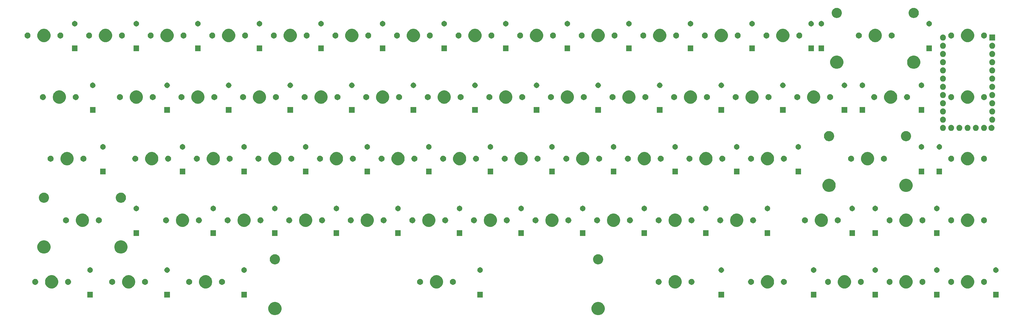
<source format=gts>
G04 #@! TF.GenerationSoftware,KiCad,Pcbnew,(5.1.5)-3*
G04 #@! TF.CreationDate,2020-08-03T20:25:45+02:00*
G04 #@! TF.ProjectId,odyssey67,6f647973-7365-4793-9637-2e6b69636164,1.0*
G04 #@! TF.SameCoordinates,Original*
G04 #@! TF.FileFunction,Soldermask,Top*
G04 #@! TF.FilePolarity,Negative*
%FSLAX46Y46*%
G04 Gerber Fmt 4.6, Leading zero omitted, Abs format (unit mm)*
G04 Created by KiCad (PCBNEW (5.1.5)-3) date 2020-08-03 20:25:45*
%MOMM*%
%LPD*%
G04 APERTURE LIST*
%ADD10C,0.100000*%
G04 APERTURE END LIST*
D10*
G36*
X237921374Y-190438684D02*
G01*
X238139374Y-190528983D01*
X238293523Y-190592833D01*
X238628448Y-190816623D01*
X238913277Y-191101452D01*
X239137067Y-191436377D01*
X239137067Y-191436378D01*
X239291216Y-191808526D01*
X239369800Y-192203594D01*
X239369800Y-192606406D01*
X239291216Y-193001474D01*
X239200917Y-193219474D01*
X239137067Y-193373623D01*
X238913277Y-193708548D01*
X238628448Y-193993377D01*
X238293523Y-194217167D01*
X238139374Y-194281017D01*
X237921374Y-194371316D01*
X237526306Y-194449900D01*
X237123494Y-194449900D01*
X236728426Y-194371316D01*
X236510426Y-194281017D01*
X236356277Y-194217167D01*
X236021352Y-193993377D01*
X235736523Y-193708548D01*
X235512733Y-193373623D01*
X235448883Y-193219474D01*
X235358584Y-193001474D01*
X235280000Y-192606406D01*
X235280000Y-192203594D01*
X235358584Y-191808526D01*
X235512733Y-191436378D01*
X235512733Y-191436377D01*
X235736523Y-191101452D01*
X236021352Y-190816623D01*
X236356277Y-190592833D01*
X236510426Y-190528983D01*
X236728426Y-190438684D01*
X237123494Y-190360100D01*
X237526306Y-190360100D01*
X237921374Y-190438684D01*
G37*
G36*
X137921574Y-190438684D02*
G01*
X138139574Y-190528983D01*
X138293723Y-190592833D01*
X138628648Y-190816623D01*
X138913477Y-191101452D01*
X139137267Y-191436377D01*
X139137267Y-191436378D01*
X139291416Y-191808526D01*
X139370000Y-192203594D01*
X139370000Y-192606406D01*
X139291416Y-193001474D01*
X139201117Y-193219474D01*
X139137267Y-193373623D01*
X138913477Y-193708548D01*
X138628648Y-193993377D01*
X138293723Y-194217167D01*
X138139574Y-194281017D01*
X137921574Y-194371316D01*
X137526506Y-194449900D01*
X137123694Y-194449900D01*
X136728626Y-194371316D01*
X136510626Y-194281017D01*
X136356477Y-194217167D01*
X136021552Y-193993377D01*
X135736723Y-193708548D01*
X135512933Y-193373623D01*
X135449083Y-193219474D01*
X135358784Y-193001474D01*
X135280200Y-192606406D01*
X135280200Y-192203594D01*
X135358784Y-191808526D01*
X135512933Y-191436378D01*
X135512933Y-191436377D01*
X135736723Y-191101452D01*
X136021552Y-190816623D01*
X136356477Y-190592833D01*
X136510626Y-190528983D01*
X136728626Y-190438684D01*
X137123694Y-190360100D01*
X137526506Y-190360100D01*
X137921574Y-190438684D01*
G37*
G36*
X361213500Y-188969750D02*
G01*
X359511500Y-188969750D01*
X359511500Y-187267750D01*
X361213500Y-187267750D01*
X361213500Y-188969750D01*
G37*
G36*
X342957250Y-188969750D02*
G01*
X341255250Y-188969750D01*
X341255250Y-187267750D01*
X342957250Y-187267750D01*
X342957250Y-188969750D01*
G37*
G36*
X323907250Y-188969750D02*
G01*
X322205250Y-188969750D01*
X322205250Y-187267750D01*
X323907250Y-187267750D01*
X323907250Y-188969750D01*
G37*
G36*
X304857250Y-188969750D02*
G01*
X303155250Y-188969750D01*
X303155250Y-187267750D01*
X304857250Y-187267750D01*
X304857250Y-188969750D01*
G37*
G36*
X276282250Y-188969750D02*
G01*
X274580250Y-188969750D01*
X274580250Y-187267750D01*
X276282250Y-187267750D01*
X276282250Y-188969750D01*
G37*
G36*
X201669750Y-188969750D02*
G01*
X199967750Y-188969750D01*
X199967750Y-187267750D01*
X201669750Y-187267750D01*
X201669750Y-188969750D01*
G37*
G36*
X128644750Y-188969750D02*
G01*
X126942750Y-188969750D01*
X126942750Y-187267750D01*
X128644750Y-187267750D01*
X128644750Y-188969750D01*
G37*
G36*
X104832250Y-188969750D02*
G01*
X103130250Y-188969750D01*
X103130250Y-187267750D01*
X104832250Y-187267750D01*
X104832250Y-188969750D01*
G37*
G36*
X81019750Y-188969750D02*
G01*
X79317750Y-188969750D01*
X79317750Y-187267750D01*
X81019750Y-187267750D01*
X81019750Y-188969750D01*
G37*
G36*
X290315224Y-182183684D02*
G01*
X290533224Y-182273983D01*
X290687373Y-182337833D01*
X291022298Y-182561623D01*
X291307127Y-182846452D01*
X291530917Y-183181377D01*
X291563312Y-183259586D01*
X291685066Y-183553526D01*
X291763650Y-183948594D01*
X291763650Y-184351406D01*
X291685066Y-184746474D01*
X291634201Y-184869272D01*
X291530917Y-185118623D01*
X291307127Y-185453548D01*
X291022298Y-185738377D01*
X290687373Y-185962167D01*
X290533224Y-186026017D01*
X290315224Y-186116316D01*
X289920156Y-186194900D01*
X289517344Y-186194900D01*
X289122276Y-186116316D01*
X288904276Y-186026017D01*
X288750127Y-185962167D01*
X288415202Y-185738377D01*
X288130373Y-185453548D01*
X287906583Y-185118623D01*
X287803299Y-184869272D01*
X287752434Y-184746474D01*
X287673850Y-184351406D01*
X287673850Y-183948594D01*
X287752434Y-183553526D01*
X287874188Y-183259586D01*
X287906583Y-183181377D01*
X288130373Y-182846452D01*
X288415202Y-182561623D01*
X288750127Y-182337833D01*
X288904276Y-182273983D01*
X289122276Y-182183684D01*
X289517344Y-182105100D01*
X289920156Y-182105100D01*
X290315224Y-182183684D01*
G37*
G36*
X314127724Y-182183684D02*
G01*
X314345724Y-182273983D01*
X314499873Y-182337833D01*
X314834798Y-182561623D01*
X315119627Y-182846452D01*
X315343417Y-183181377D01*
X315375812Y-183259586D01*
X315497566Y-183553526D01*
X315576150Y-183948594D01*
X315576150Y-184351406D01*
X315497566Y-184746474D01*
X315446701Y-184869272D01*
X315343417Y-185118623D01*
X315119627Y-185453548D01*
X314834798Y-185738377D01*
X314499873Y-185962167D01*
X314345724Y-186026017D01*
X314127724Y-186116316D01*
X313732656Y-186194900D01*
X313329844Y-186194900D01*
X312934776Y-186116316D01*
X312716776Y-186026017D01*
X312562627Y-185962167D01*
X312227702Y-185738377D01*
X311942873Y-185453548D01*
X311719083Y-185118623D01*
X311615799Y-184869272D01*
X311564934Y-184746474D01*
X311486350Y-184351406D01*
X311486350Y-183948594D01*
X311564934Y-183553526D01*
X311686688Y-183259586D01*
X311719083Y-183181377D01*
X311942873Y-182846452D01*
X312227702Y-182561623D01*
X312562627Y-182337833D01*
X312716776Y-182273983D01*
X312934776Y-182183684D01*
X313329844Y-182105100D01*
X313732656Y-182105100D01*
X314127724Y-182183684D01*
G37*
G36*
X68858974Y-182183684D02*
G01*
X69076974Y-182273983D01*
X69231123Y-182337833D01*
X69566048Y-182561623D01*
X69850877Y-182846452D01*
X70074667Y-183181377D01*
X70107062Y-183259586D01*
X70228816Y-183553526D01*
X70307400Y-183948594D01*
X70307400Y-184351406D01*
X70228816Y-184746474D01*
X70177951Y-184869272D01*
X70074667Y-185118623D01*
X69850877Y-185453548D01*
X69566048Y-185738377D01*
X69231123Y-185962167D01*
X69076974Y-186026017D01*
X68858974Y-186116316D01*
X68463906Y-186194900D01*
X68061094Y-186194900D01*
X67666026Y-186116316D01*
X67448026Y-186026017D01*
X67293877Y-185962167D01*
X66958952Y-185738377D01*
X66674123Y-185453548D01*
X66450333Y-185118623D01*
X66347049Y-184869272D01*
X66296184Y-184746474D01*
X66217600Y-184351406D01*
X66217600Y-183948594D01*
X66296184Y-183553526D01*
X66417938Y-183259586D01*
X66450333Y-183181377D01*
X66674123Y-182846452D01*
X66958952Y-182561623D01*
X67293877Y-182337833D01*
X67448026Y-182273983D01*
X67666026Y-182183684D01*
X68061094Y-182105100D01*
X68463906Y-182105100D01*
X68858974Y-182183684D01*
G37*
G36*
X92671474Y-182183684D02*
G01*
X92889474Y-182273983D01*
X93043623Y-182337833D01*
X93378548Y-182561623D01*
X93663377Y-182846452D01*
X93887167Y-183181377D01*
X93919562Y-183259586D01*
X94041316Y-183553526D01*
X94119900Y-183948594D01*
X94119900Y-184351406D01*
X94041316Y-184746474D01*
X93990451Y-184869272D01*
X93887167Y-185118623D01*
X93663377Y-185453548D01*
X93378548Y-185738377D01*
X93043623Y-185962167D01*
X92889474Y-186026017D01*
X92671474Y-186116316D01*
X92276406Y-186194900D01*
X91873594Y-186194900D01*
X91478526Y-186116316D01*
X91260526Y-186026017D01*
X91106377Y-185962167D01*
X90771452Y-185738377D01*
X90486623Y-185453548D01*
X90262833Y-185118623D01*
X90159549Y-184869272D01*
X90108684Y-184746474D01*
X90030100Y-184351406D01*
X90030100Y-183948594D01*
X90108684Y-183553526D01*
X90230438Y-183259586D01*
X90262833Y-183181377D01*
X90486623Y-182846452D01*
X90771452Y-182561623D01*
X91106377Y-182337833D01*
X91260526Y-182273983D01*
X91478526Y-182183684D01*
X91873594Y-182105100D01*
X92276406Y-182105100D01*
X92671474Y-182183684D01*
G37*
G36*
X352227724Y-182183684D02*
G01*
X352445724Y-182273983D01*
X352599873Y-182337833D01*
X352934798Y-182561623D01*
X353219627Y-182846452D01*
X353443417Y-183181377D01*
X353475812Y-183259586D01*
X353597566Y-183553526D01*
X353676150Y-183948594D01*
X353676150Y-184351406D01*
X353597566Y-184746474D01*
X353546701Y-184869272D01*
X353443417Y-185118623D01*
X353219627Y-185453548D01*
X352934798Y-185738377D01*
X352599873Y-185962167D01*
X352445724Y-186026017D01*
X352227724Y-186116316D01*
X351832656Y-186194900D01*
X351429844Y-186194900D01*
X351034776Y-186116316D01*
X350816776Y-186026017D01*
X350662627Y-185962167D01*
X350327702Y-185738377D01*
X350042873Y-185453548D01*
X349819083Y-185118623D01*
X349715799Y-184869272D01*
X349664934Y-184746474D01*
X349586350Y-184351406D01*
X349586350Y-183948594D01*
X349664934Y-183553526D01*
X349786688Y-183259586D01*
X349819083Y-183181377D01*
X350042873Y-182846452D01*
X350327702Y-182561623D01*
X350662627Y-182337833D01*
X350816776Y-182273983D01*
X351034776Y-182183684D01*
X351429844Y-182105100D01*
X351832656Y-182105100D01*
X352227724Y-182183684D01*
G37*
G36*
X333177724Y-182183684D02*
G01*
X333395724Y-182273983D01*
X333549873Y-182337833D01*
X333884798Y-182561623D01*
X334169627Y-182846452D01*
X334393417Y-183181377D01*
X334425812Y-183259586D01*
X334547566Y-183553526D01*
X334626150Y-183948594D01*
X334626150Y-184351406D01*
X334547566Y-184746474D01*
X334496701Y-184869272D01*
X334393417Y-185118623D01*
X334169627Y-185453548D01*
X333884798Y-185738377D01*
X333549873Y-185962167D01*
X333395724Y-186026017D01*
X333177724Y-186116316D01*
X332782656Y-186194900D01*
X332379844Y-186194900D01*
X331984776Y-186116316D01*
X331766776Y-186026017D01*
X331612627Y-185962167D01*
X331277702Y-185738377D01*
X330992873Y-185453548D01*
X330769083Y-185118623D01*
X330665799Y-184869272D01*
X330614934Y-184746474D01*
X330536350Y-184351406D01*
X330536350Y-183948594D01*
X330614934Y-183553526D01*
X330736688Y-183259586D01*
X330769083Y-183181377D01*
X330992873Y-182846452D01*
X331277702Y-182561623D01*
X331612627Y-182337833D01*
X331766776Y-182273983D01*
X331984776Y-182183684D01*
X332379844Y-182105100D01*
X332782656Y-182105100D01*
X333177724Y-182183684D01*
G37*
G36*
X261740224Y-182183684D02*
G01*
X261958224Y-182273983D01*
X262112373Y-182337833D01*
X262447298Y-182561623D01*
X262732127Y-182846452D01*
X262955917Y-183181377D01*
X262988312Y-183259586D01*
X263110066Y-183553526D01*
X263188650Y-183948594D01*
X263188650Y-184351406D01*
X263110066Y-184746474D01*
X263059201Y-184869272D01*
X262955917Y-185118623D01*
X262732127Y-185453548D01*
X262447298Y-185738377D01*
X262112373Y-185962167D01*
X261958224Y-186026017D01*
X261740224Y-186116316D01*
X261345156Y-186194900D01*
X260942344Y-186194900D01*
X260547276Y-186116316D01*
X260329276Y-186026017D01*
X260175127Y-185962167D01*
X259840202Y-185738377D01*
X259555373Y-185453548D01*
X259331583Y-185118623D01*
X259228299Y-184869272D01*
X259177434Y-184746474D01*
X259098850Y-184351406D01*
X259098850Y-183948594D01*
X259177434Y-183553526D01*
X259299188Y-183259586D01*
X259331583Y-183181377D01*
X259555373Y-182846452D01*
X259840202Y-182561623D01*
X260175127Y-182337833D01*
X260329276Y-182273983D01*
X260547276Y-182183684D01*
X260942344Y-182105100D01*
X261345156Y-182105100D01*
X261740224Y-182183684D01*
G37*
G36*
X187921474Y-182183684D02*
G01*
X188139474Y-182273983D01*
X188293623Y-182337833D01*
X188628548Y-182561623D01*
X188913377Y-182846452D01*
X189137167Y-183181377D01*
X189169562Y-183259586D01*
X189291316Y-183553526D01*
X189369900Y-183948594D01*
X189369900Y-184351406D01*
X189291316Y-184746474D01*
X189240451Y-184869272D01*
X189137167Y-185118623D01*
X188913377Y-185453548D01*
X188628548Y-185738377D01*
X188293623Y-185962167D01*
X188139474Y-186026017D01*
X187921474Y-186116316D01*
X187526406Y-186194900D01*
X187123594Y-186194900D01*
X186728526Y-186116316D01*
X186510526Y-186026017D01*
X186356377Y-185962167D01*
X186021452Y-185738377D01*
X185736623Y-185453548D01*
X185512833Y-185118623D01*
X185409549Y-184869272D01*
X185358684Y-184746474D01*
X185280100Y-184351406D01*
X185280100Y-183948594D01*
X185358684Y-183553526D01*
X185480438Y-183259586D01*
X185512833Y-183181377D01*
X185736623Y-182846452D01*
X186021452Y-182561623D01*
X186356377Y-182337833D01*
X186510526Y-182273983D01*
X186728526Y-182183684D01*
X187123594Y-182105100D01*
X187526406Y-182105100D01*
X187921474Y-182183684D01*
G37*
G36*
X116483974Y-182183684D02*
G01*
X116701974Y-182273983D01*
X116856123Y-182337833D01*
X117191048Y-182561623D01*
X117475877Y-182846452D01*
X117699667Y-183181377D01*
X117732062Y-183259586D01*
X117853816Y-183553526D01*
X117932400Y-183948594D01*
X117932400Y-184351406D01*
X117853816Y-184746474D01*
X117802951Y-184869272D01*
X117699667Y-185118623D01*
X117475877Y-185453548D01*
X117191048Y-185738377D01*
X116856123Y-185962167D01*
X116701974Y-186026017D01*
X116483974Y-186116316D01*
X116088906Y-186194900D01*
X115686094Y-186194900D01*
X115291026Y-186116316D01*
X115073026Y-186026017D01*
X114918877Y-185962167D01*
X114583952Y-185738377D01*
X114299123Y-185453548D01*
X114075333Y-185118623D01*
X113972049Y-184869272D01*
X113921184Y-184746474D01*
X113842600Y-184351406D01*
X113842600Y-183948594D01*
X113921184Y-183553526D01*
X114042938Y-183259586D01*
X114075333Y-183181377D01*
X114299123Y-182846452D01*
X114583952Y-182561623D01*
X114918877Y-182337833D01*
X115073026Y-182273983D01*
X115291026Y-182183684D01*
X115686094Y-182105100D01*
X116088906Y-182105100D01*
X116483974Y-182183684D01*
G37*
G36*
X266493854Y-183259585D02*
G01*
X266662376Y-183329389D01*
X266814041Y-183430728D01*
X266943022Y-183559709D01*
X267044361Y-183711374D01*
X267114165Y-183879896D01*
X267149750Y-184058797D01*
X267149750Y-184241203D01*
X267114165Y-184420104D01*
X267044361Y-184588626D01*
X266943022Y-184740291D01*
X266814041Y-184869272D01*
X266662376Y-184970611D01*
X266493854Y-185040415D01*
X266314953Y-185076000D01*
X266132547Y-185076000D01*
X265953646Y-185040415D01*
X265785124Y-184970611D01*
X265633459Y-184869272D01*
X265504478Y-184740291D01*
X265403139Y-184588626D01*
X265333335Y-184420104D01*
X265297750Y-184241203D01*
X265297750Y-184058797D01*
X265333335Y-183879896D01*
X265403139Y-183711374D01*
X265504478Y-183559709D01*
X265633459Y-183430728D01*
X265785124Y-183329389D01*
X265953646Y-183259585D01*
X266132547Y-183224000D01*
X266314953Y-183224000D01*
X266493854Y-183259585D01*
G37*
G36*
X346821354Y-183259585D02*
G01*
X346989876Y-183329389D01*
X347141541Y-183430728D01*
X347270522Y-183559709D01*
X347371861Y-183711374D01*
X347441665Y-183879896D01*
X347477250Y-184058797D01*
X347477250Y-184241203D01*
X347441665Y-184420104D01*
X347371861Y-184588626D01*
X347270522Y-184740291D01*
X347141541Y-184869272D01*
X346989876Y-184970611D01*
X346821354Y-185040415D01*
X346642453Y-185076000D01*
X346460047Y-185076000D01*
X346281146Y-185040415D01*
X346112624Y-184970611D01*
X345960959Y-184869272D01*
X345831978Y-184740291D01*
X345730639Y-184588626D01*
X345660835Y-184420104D01*
X345625250Y-184241203D01*
X345625250Y-184058797D01*
X345660835Y-183879896D01*
X345730639Y-183711374D01*
X345831978Y-183559709D01*
X345960959Y-183430728D01*
X346112624Y-183329389D01*
X346281146Y-183259585D01*
X346460047Y-183224000D01*
X346642453Y-183224000D01*
X346821354Y-183259585D01*
G37*
G36*
X337931354Y-183259585D02*
G01*
X338099876Y-183329389D01*
X338251541Y-183430728D01*
X338380522Y-183559709D01*
X338481861Y-183711374D01*
X338551665Y-183879896D01*
X338587250Y-184058797D01*
X338587250Y-184241203D01*
X338551665Y-184420104D01*
X338481861Y-184588626D01*
X338380522Y-184740291D01*
X338251541Y-184869272D01*
X338099876Y-184970611D01*
X337931354Y-185040415D01*
X337752453Y-185076000D01*
X337570047Y-185076000D01*
X337391146Y-185040415D01*
X337222624Y-184970611D01*
X337070959Y-184869272D01*
X336941978Y-184740291D01*
X336840639Y-184588626D01*
X336770835Y-184420104D01*
X336735250Y-184241203D01*
X336735250Y-184058797D01*
X336770835Y-183879896D01*
X336840639Y-183711374D01*
X336941978Y-183559709D01*
X337070959Y-183430728D01*
X337222624Y-183329389D01*
X337391146Y-183259585D01*
X337570047Y-183224000D01*
X337752453Y-183224000D01*
X337931354Y-183259585D01*
G37*
G36*
X327771354Y-183259585D02*
G01*
X327939876Y-183329389D01*
X328091541Y-183430728D01*
X328220522Y-183559709D01*
X328321861Y-183711374D01*
X328391665Y-183879896D01*
X328427250Y-184058797D01*
X328427250Y-184241203D01*
X328391665Y-184420104D01*
X328321861Y-184588626D01*
X328220522Y-184740291D01*
X328091541Y-184869272D01*
X327939876Y-184970611D01*
X327771354Y-185040415D01*
X327592453Y-185076000D01*
X327410047Y-185076000D01*
X327231146Y-185040415D01*
X327062624Y-184970611D01*
X326910959Y-184869272D01*
X326781978Y-184740291D01*
X326680639Y-184588626D01*
X326610835Y-184420104D01*
X326575250Y-184241203D01*
X326575250Y-184058797D01*
X326610835Y-183879896D01*
X326680639Y-183711374D01*
X326781978Y-183559709D01*
X326910959Y-183430728D01*
X327062624Y-183329389D01*
X327231146Y-183259585D01*
X327410047Y-183224000D01*
X327592453Y-183224000D01*
X327771354Y-183259585D01*
G37*
G36*
X318881354Y-183259585D02*
G01*
X319049876Y-183329389D01*
X319201541Y-183430728D01*
X319330522Y-183559709D01*
X319431861Y-183711374D01*
X319501665Y-183879896D01*
X319537250Y-184058797D01*
X319537250Y-184241203D01*
X319501665Y-184420104D01*
X319431861Y-184588626D01*
X319330522Y-184740291D01*
X319201541Y-184869272D01*
X319049876Y-184970611D01*
X318881354Y-185040415D01*
X318702453Y-185076000D01*
X318520047Y-185076000D01*
X318341146Y-185040415D01*
X318172624Y-184970611D01*
X318020959Y-184869272D01*
X317891978Y-184740291D01*
X317790639Y-184588626D01*
X317720835Y-184420104D01*
X317685250Y-184241203D01*
X317685250Y-184058797D01*
X317720835Y-183879896D01*
X317790639Y-183711374D01*
X317891978Y-183559709D01*
X318020959Y-183430728D01*
X318172624Y-183329389D01*
X318341146Y-183259585D01*
X318520047Y-183224000D01*
X318702453Y-183224000D01*
X318881354Y-183259585D01*
G37*
G36*
X308721354Y-183259585D02*
G01*
X308889876Y-183329389D01*
X309041541Y-183430728D01*
X309170522Y-183559709D01*
X309271861Y-183711374D01*
X309341665Y-183879896D01*
X309377250Y-184058797D01*
X309377250Y-184241203D01*
X309341665Y-184420104D01*
X309271861Y-184588626D01*
X309170522Y-184740291D01*
X309041541Y-184869272D01*
X308889876Y-184970611D01*
X308721354Y-185040415D01*
X308542453Y-185076000D01*
X308360047Y-185076000D01*
X308181146Y-185040415D01*
X308012624Y-184970611D01*
X307860959Y-184869272D01*
X307731978Y-184740291D01*
X307630639Y-184588626D01*
X307560835Y-184420104D01*
X307525250Y-184241203D01*
X307525250Y-184058797D01*
X307560835Y-183879896D01*
X307630639Y-183711374D01*
X307731978Y-183559709D01*
X307860959Y-183430728D01*
X308012624Y-183329389D01*
X308181146Y-183259585D01*
X308360047Y-183224000D01*
X308542453Y-183224000D01*
X308721354Y-183259585D01*
G37*
G36*
X295068854Y-183259585D02*
G01*
X295237376Y-183329389D01*
X295389041Y-183430728D01*
X295518022Y-183559709D01*
X295619361Y-183711374D01*
X295689165Y-183879896D01*
X295724750Y-184058797D01*
X295724750Y-184241203D01*
X295689165Y-184420104D01*
X295619361Y-184588626D01*
X295518022Y-184740291D01*
X295389041Y-184869272D01*
X295237376Y-184970611D01*
X295068854Y-185040415D01*
X294889953Y-185076000D01*
X294707547Y-185076000D01*
X294528646Y-185040415D01*
X294360124Y-184970611D01*
X294208459Y-184869272D01*
X294079478Y-184740291D01*
X293978139Y-184588626D01*
X293908335Y-184420104D01*
X293872750Y-184241203D01*
X293872750Y-184058797D01*
X293908335Y-183879896D01*
X293978139Y-183711374D01*
X294079478Y-183559709D01*
X294208459Y-183430728D01*
X294360124Y-183329389D01*
X294528646Y-183259585D01*
X294707547Y-183224000D01*
X294889953Y-183224000D01*
X295068854Y-183259585D01*
G37*
G36*
X284908854Y-183259585D02*
G01*
X285077376Y-183329389D01*
X285229041Y-183430728D01*
X285358022Y-183559709D01*
X285459361Y-183711374D01*
X285529165Y-183879896D01*
X285564750Y-184058797D01*
X285564750Y-184241203D01*
X285529165Y-184420104D01*
X285459361Y-184588626D01*
X285358022Y-184740291D01*
X285229041Y-184869272D01*
X285077376Y-184970611D01*
X284908854Y-185040415D01*
X284729953Y-185076000D01*
X284547547Y-185076000D01*
X284368646Y-185040415D01*
X284200124Y-184970611D01*
X284048459Y-184869272D01*
X283919478Y-184740291D01*
X283818139Y-184588626D01*
X283748335Y-184420104D01*
X283712750Y-184241203D01*
X283712750Y-184058797D01*
X283748335Y-183879896D01*
X283818139Y-183711374D01*
X283919478Y-183559709D01*
X284048459Y-183430728D01*
X284200124Y-183329389D01*
X284368646Y-183259585D01*
X284547547Y-183224000D01*
X284729953Y-183224000D01*
X284908854Y-183259585D01*
G37*
G36*
X356981354Y-183259585D02*
G01*
X357149876Y-183329389D01*
X357301541Y-183430728D01*
X357430522Y-183559709D01*
X357531861Y-183711374D01*
X357601665Y-183879896D01*
X357637250Y-184058797D01*
X357637250Y-184241203D01*
X357601665Y-184420104D01*
X357531861Y-184588626D01*
X357430522Y-184740291D01*
X357301541Y-184869272D01*
X357149876Y-184970611D01*
X356981354Y-185040415D01*
X356802453Y-185076000D01*
X356620047Y-185076000D01*
X356441146Y-185040415D01*
X356272624Y-184970611D01*
X356120959Y-184869272D01*
X355991978Y-184740291D01*
X355890639Y-184588626D01*
X355820835Y-184420104D01*
X355785250Y-184241203D01*
X355785250Y-184058797D01*
X355820835Y-183879896D01*
X355890639Y-183711374D01*
X355991978Y-183559709D01*
X356120959Y-183430728D01*
X356272624Y-183329389D01*
X356441146Y-183259585D01*
X356620047Y-183224000D01*
X356802453Y-183224000D01*
X356981354Y-183259585D01*
G37*
G36*
X256333854Y-183259585D02*
G01*
X256502376Y-183329389D01*
X256654041Y-183430728D01*
X256783022Y-183559709D01*
X256884361Y-183711374D01*
X256954165Y-183879896D01*
X256989750Y-184058797D01*
X256989750Y-184241203D01*
X256954165Y-184420104D01*
X256884361Y-184588626D01*
X256783022Y-184740291D01*
X256654041Y-184869272D01*
X256502376Y-184970611D01*
X256333854Y-185040415D01*
X256154953Y-185076000D01*
X255972547Y-185076000D01*
X255793646Y-185040415D01*
X255625124Y-184970611D01*
X255473459Y-184869272D01*
X255344478Y-184740291D01*
X255243139Y-184588626D01*
X255173335Y-184420104D01*
X255137750Y-184241203D01*
X255137750Y-184058797D01*
X255173335Y-183879896D01*
X255243139Y-183711374D01*
X255344478Y-183559709D01*
X255473459Y-183430728D01*
X255625124Y-183329389D01*
X255793646Y-183259585D01*
X255972547Y-183224000D01*
X256154953Y-183224000D01*
X256333854Y-183259585D01*
G37*
G36*
X192675104Y-183259585D02*
G01*
X192843626Y-183329389D01*
X192995291Y-183430728D01*
X193124272Y-183559709D01*
X193225611Y-183711374D01*
X193295415Y-183879896D01*
X193331000Y-184058797D01*
X193331000Y-184241203D01*
X193295415Y-184420104D01*
X193225611Y-184588626D01*
X193124272Y-184740291D01*
X192995291Y-184869272D01*
X192843626Y-184970611D01*
X192675104Y-185040415D01*
X192496203Y-185076000D01*
X192313797Y-185076000D01*
X192134896Y-185040415D01*
X191966374Y-184970611D01*
X191814709Y-184869272D01*
X191685728Y-184740291D01*
X191584389Y-184588626D01*
X191514585Y-184420104D01*
X191479000Y-184241203D01*
X191479000Y-184058797D01*
X191514585Y-183879896D01*
X191584389Y-183711374D01*
X191685728Y-183559709D01*
X191814709Y-183430728D01*
X191966374Y-183329389D01*
X192134896Y-183259585D01*
X192313797Y-183224000D01*
X192496203Y-183224000D01*
X192675104Y-183259585D01*
G37*
G36*
X182515104Y-183259585D02*
G01*
X182683626Y-183329389D01*
X182835291Y-183430728D01*
X182964272Y-183559709D01*
X183065611Y-183711374D01*
X183135415Y-183879896D01*
X183171000Y-184058797D01*
X183171000Y-184241203D01*
X183135415Y-184420104D01*
X183065611Y-184588626D01*
X182964272Y-184740291D01*
X182835291Y-184869272D01*
X182683626Y-184970611D01*
X182515104Y-185040415D01*
X182336203Y-185076000D01*
X182153797Y-185076000D01*
X181974896Y-185040415D01*
X181806374Y-184970611D01*
X181654709Y-184869272D01*
X181525728Y-184740291D01*
X181424389Y-184588626D01*
X181354585Y-184420104D01*
X181319000Y-184241203D01*
X181319000Y-184058797D01*
X181354585Y-183879896D01*
X181424389Y-183711374D01*
X181525728Y-183559709D01*
X181654709Y-183430728D01*
X181806374Y-183329389D01*
X181974896Y-183259585D01*
X182153797Y-183224000D01*
X182336203Y-183224000D01*
X182515104Y-183259585D01*
G37*
G36*
X121237604Y-183259585D02*
G01*
X121406126Y-183329389D01*
X121557791Y-183430728D01*
X121686772Y-183559709D01*
X121788111Y-183711374D01*
X121857915Y-183879896D01*
X121893500Y-184058797D01*
X121893500Y-184241203D01*
X121857915Y-184420104D01*
X121788111Y-184588626D01*
X121686772Y-184740291D01*
X121557791Y-184869272D01*
X121406126Y-184970611D01*
X121237604Y-185040415D01*
X121058703Y-185076000D01*
X120876297Y-185076000D01*
X120697396Y-185040415D01*
X120528874Y-184970611D01*
X120377209Y-184869272D01*
X120248228Y-184740291D01*
X120146889Y-184588626D01*
X120077085Y-184420104D01*
X120041500Y-184241203D01*
X120041500Y-184058797D01*
X120077085Y-183879896D01*
X120146889Y-183711374D01*
X120248228Y-183559709D01*
X120377209Y-183430728D01*
X120528874Y-183329389D01*
X120697396Y-183259585D01*
X120876297Y-183224000D01*
X121058703Y-183224000D01*
X121237604Y-183259585D01*
G37*
G36*
X111077604Y-183259585D02*
G01*
X111246126Y-183329389D01*
X111397791Y-183430728D01*
X111526772Y-183559709D01*
X111628111Y-183711374D01*
X111697915Y-183879896D01*
X111733500Y-184058797D01*
X111733500Y-184241203D01*
X111697915Y-184420104D01*
X111628111Y-184588626D01*
X111526772Y-184740291D01*
X111397791Y-184869272D01*
X111246126Y-184970611D01*
X111077604Y-185040415D01*
X110898703Y-185076000D01*
X110716297Y-185076000D01*
X110537396Y-185040415D01*
X110368874Y-184970611D01*
X110217209Y-184869272D01*
X110088228Y-184740291D01*
X109986889Y-184588626D01*
X109917085Y-184420104D01*
X109881500Y-184241203D01*
X109881500Y-184058797D01*
X109917085Y-183879896D01*
X109986889Y-183711374D01*
X110088228Y-183559709D01*
X110217209Y-183430728D01*
X110368874Y-183329389D01*
X110537396Y-183259585D01*
X110716297Y-183224000D01*
X110898703Y-183224000D01*
X111077604Y-183259585D01*
G37*
G36*
X63452604Y-183259585D02*
G01*
X63621126Y-183329389D01*
X63772791Y-183430728D01*
X63901772Y-183559709D01*
X64003111Y-183711374D01*
X64072915Y-183879896D01*
X64108500Y-184058797D01*
X64108500Y-184241203D01*
X64072915Y-184420104D01*
X64003111Y-184588626D01*
X63901772Y-184740291D01*
X63772791Y-184869272D01*
X63621126Y-184970611D01*
X63452604Y-185040415D01*
X63273703Y-185076000D01*
X63091297Y-185076000D01*
X62912396Y-185040415D01*
X62743874Y-184970611D01*
X62592209Y-184869272D01*
X62463228Y-184740291D01*
X62361889Y-184588626D01*
X62292085Y-184420104D01*
X62256500Y-184241203D01*
X62256500Y-184058797D01*
X62292085Y-183879896D01*
X62361889Y-183711374D01*
X62463228Y-183559709D01*
X62592209Y-183430728D01*
X62743874Y-183329389D01*
X62912396Y-183259585D01*
X63091297Y-183224000D01*
X63273703Y-183224000D01*
X63452604Y-183259585D01*
G37*
G36*
X73612604Y-183259585D02*
G01*
X73781126Y-183329389D01*
X73932791Y-183430728D01*
X74061772Y-183559709D01*
X74163111Y-183711374D01*
X74232915Y-183879896D01*
X74268500Y-184058797D01*
X74268500Y-184241203D01*
X74232915Y-184420104D01*
X74163111Y-184588626D01*
X74061772Y-184740291D01*
X73932791Y-184869272D01*
X73781126Y-184970611D01*
X73612604Y-185040415D01*
X73433703Y-185076000D01*
X73251297Y-185076000D01*
X73072396Y-185040415D01*
X72903874Y-184970611D01*
X72752209Y-184869272D01*
X72623228Y-184740291D01*
X72521889Y-184588626D01*
X72452085Y-184420104D01*
X72416500Y-184241203D01*
X72416500Y-184058797D01*
X72452085Y-183879896D01*
X72521889Y-183711374D01*
X72623228Y-183559709D01*
X72752209Y-183430728D01*
X72903874Y-183329389D01*
X73072396Y-183259585D01*
X73251297Y-183224000D01*
X73433703Y-183224000D01*
X73612604Y-183259585D01*
G37*
G36*
X97425104Y-183259585D02*
G01*
X97593626Y-183329389D01*
X97745291Y-183430728D01*
X97874272Y-183559709D01*
X97975611Y-183711374D01*
X98045415Y-183879896D01*
X98081000Y-184058797D01*
X98081000Y-184241203D01*
X98045415Y-184420104D01*
X97975611Y-184588626D01*
X97874272Y-184740291D01*
X97745291Y-184869272D01*
X97593626Y-184970611D01*
X97425104Y-185040415D01*
X97246203Y-185076000D01*
X97063797Y-185076000D01*
X96884896Y-185040415D01*
X96716374Y-184970611D01*
X96564709Y-184869272D01*
X96435728Y-184740291D01*
X96334389Y-184588626D01*
X96264585Y-184420104D01*
X96229000Y-184241203D01*
X96229000Y-184058797D01*
X96264585Y-183879896D01*
X96334389Y-183711374D01*
X96435728Y-183559709D01*
X96564709Y-183430728D01*
X96716374Y-183329389D01*
X96884896Y-183259585D01*
X97063797Y-183224000D01*
X97246203Y-183224000D01*
X97425104Y-183259585D01*
G37*
G36*
X87265104Y-183259585D02*
G01*
X87433626Y-183329389D01*
X87585291Y-183430728D01*
X87714272Y-183559709D01*
X87815611Y-183711374D01*
X87885415Y-183879896D01*
X87921000Y-184058797D01*
X87921000Y-184241203D01*
X87885415Y-184420104D01*
X87815611Y-184588626D01*
X87714272Y-184740291D01*
X87585291Y-184869272D01*
X87433626Y-184970611D01*
X87265104Y-185040415D01*
X87086203Y-185076000D01*
X86903797Y-185076000D01*
X86724896Y-185040415D01*
X86556374Y-184970611D01*
X86404709Y-184869272D01*
X86275728Y-184740291D01*
X86174389Y-184588626D01*
X86104585Y-184420104D01*
X86069000Y-184241203D01*
X86069000Y-184058797D01*
X86104585Y-183879896D01*
X86174389Y-183711374D01*
X86275728Y-183559709D01*
X86404709Y-183430728D01*
X86556374Y-183329389D01*
X86724896Y-183259585D01*
X86903797Y-183224000D01*
X87086203Y-183224000D01*
X87265104Y-183259585D01*
G37*
G36*
X360610728Y-179680453D02*
G01*
X360765600Y-179744603D01*
X360904981Y-179837735D01*
X361023515Y-179956269D01*
X361116647Y-180095650D01*
X361180797Y-180250522D01*
X361213500Y-180414934D01*
X361213500Y-180582566D01*
X361180797Y-180746978D01*
X361116647Y-180901850D01*
X361023515Y-181041231D01*
X360904981Y-181159765D01*
X360765600Y-181252897D01*
X360610728Y-181317047D01*
X360446316Y-181349750D01*
X360278684Y-181349750D01*
X360114272Y-181317047D01*
X359959400Y-181252897D01*
X359820019Y-181159765D01*
X359701485Y-181041231D01*
X359608353Y-180901850D01*
X359544203Y-180746978D01*
X359511500Y-180582566D01*
X359511500Y-180414934D01*
X359544203Y-180250522D01*
X359608353Y-180095650D01*
X359701485Y-179956269D01*
X359820019Y-179837735D01*
X359959400Y-179744603D01*
X360114272Y-179680453D01*
X360278684Y-179647750D01*
X360446316Y-179647750D01*
X360610728Y-179680453D01*
G37*
G36*
X342354478Y-179680453D02*
G01*
X342509350Y-179744603D01*
X342648731Y-179837735D01*
X342767265Y-179956269D01*
X342860397Y-180095650D01*
X342924547Y-180250522D01*
X342957250Y-180414934D01*
X342957250Y-180582566D01*
X342924547Y-180746978D01*
X342860397Y-180901850D01*
X342767265Y-181041231D01*
X342648731Y-181159765D01*
X342509350Y-181252897D01*
X342354478Y-181317047D01*
X342190066Y-181349750D01*
X342022434Y-181349750D01*
X341858022Y-181317047D01*
X341703150Y-181252897D01*
X341563769Y-181159765D01*
X341445235Y-181041231D01*
X341352103Y-180901850D01*
X341287953Y-180746978D01*
X341255250Y-180582566D01*
X341255250Y-180414934D01*
X341287953Y-180250522D01*
X341352103Y-180095650D01*
X341445235Y-179956269D01*
X341563769Y-179837735D01*
X341703150Y-179744603D01*
X341858022Y-179680453D01*
X342022434Y-179647750D01*
X342190066Y-179647750D01*
X342354478Y-179680453D01*
G37*
G36*
X323304478Y-179680453D02*
G01*
X323459350Y-179744603D01*
X323598731Y-179837735D01*
X323717265Y-179956269D01*
X323810397Y-180095650D01*
X323874547Y-180250522D01*
X323907250Y-180414934D01*
X323907250Y-180582566D01*
X323874547Y-180746978D01*
X323810397Y-180901850D01*
X323717265Y-181041231D01*
X323598731Y-181159765D01*
X323459350Y-181252897D01*
X323304478Y-181317047D01*
X323140066Y-181349750D01*
X322972434Y-181349750D01*
X322808022Y-181317047D01*
X322653150Y-181252897D01*
X322513769Y-181159765D01*
X322395235Y-181041231D01*
X322302103Y-180901850D01*
X322237953Y-180746978D01*
X322205250Y-180582566D01*
X322205250Y-180414934D01*
X322237953Y-180250522D01*
X322302103Y-180095650D01*
X322395235Y-179956269D01*
X322513769Y-179837735D01*
X322653150Y-179744603D01*
X322808022Y-179680453D01*
X322972434Y-179647750D01*
X323140066Y-179647750D01*
X323304478Y-179680453D01*
G37*
G36*
X104229478Y-179680453D02*
G01*
X104384350Y-179744603D01*
X104523731Y-179837735D01*
X104642265Y-179956269D01*
X104735397Y-180095650D01*
X104799547Y-180250522D01*
X104832250Y-180414934D01*
X104832250Y-180582566D01*
X104799547Y-180746978D01*
X104735397Y-180901850D01*
X104642265Y-181041231D01*
X104523731Y-181159765D01*
X104384350Y-181252897D01*
X104229478Y-181317047D01*
X104065066Y-181349750D01*
X103897434Y-181349750D01*
X103733022Y-181317047D01*
X103578150Y-181252897D01*
X103438769Y-181159765D01*
X103320235Y-181041231D01*
X103227103Y-180901850D01*
X103162953Y-180746978D01*
X103130250Y-180582566D01*
X103130250Y-180414934D01*
X103162953Y-180250522D01*
X103227103Y-180095650D01*
X103320235Y-179956269D01*
X103438769Y-179837735D01*
X103578150Y-179744603D01*
X103733022Y-179680453D01*
X103897434Y-179647750D01*
X104065066Y-179647750D01*
X104229478Y-179680453D01*
G37*
G36*
X201066978Y-179680453D02*
G01*
X201221850Y-179744603D01*
X201361231Y-179837735D01*
X201479765Y-179956269D01*
X201572897Y-180095650D01*
X201637047Y-180250522D01*
X201669750Y-180414934D01*
X201669750Y-180582566D01*
X201637047Y-180746978D01*
X201572897Y-180901850D01*
X201479765Y-181041231D01*
X201361231Y-181159765D01*
X201221850Y-181252897D01*
X201066978Y-181317047D01*
X200902566Y-181349750D01*
X200734934Y-181349750D01*
X200570522Y-181317047D01*
X200415650Y-181252897D01*
X200276269Y-181159765D01*
X200157735Y-181041231D01*
X200064603Y-180901850D01*
X200000453Y-180746978D01*
X199967750Y-180582566D01*
X199967750Y-180414934D01*
X200000453Y-180250522D01*
X200064603Y-180095650D01*
X200157735Y-179956269D01*
X200276269Y-179837735D01*
X200415650Y-179744603D01*
X200570522Y-179680453D01*
X200734934Y-179647750D01*
X200902566Y-179647750D01*
X201066978Y-179680453D01*
G37*
G36*
X275679478Y-179680453D02*
G01*
X275834350Y-179744603D01*
X275973731Y-179837735D01*
X276092265Y-179956269D01*
X276185397Y-180095650D01*
X276249547Y-180250522D01*
X276282250Y-180414934D01*
X276282250Y-180582566D01*
X276249547Y-180746978D01*
X276185397Y-180901850D01*
X276092265Y-181041231D01*
X275973731Y-181159765D01*
X275834350Y-181252897D01*
X275679478Y-181317047D01*
X275515066Y-181349750D01*
X275347434Y-181349750D01*
X275183022Y-181317047D01*
X275028150Y-181252897D01*
X274888769Y-181159765D01*
X274770235Y-181041231D01*
X274677103Y-180901850D01*
X274612953Y-180746978D01*
X274580250Y-180582566D01*
X274580250Y-180414934D01*
X274612953Y-180250522D01*
X274677103Y-180095650D01*
X274770235Y-179956269D01*
X274888769Y-179837735D01*
X275028150Y-179744603D01*
X275183022Y-179680453D01*
X275347434Y-179647750D01*
X275515066Y-179647750D01*
X275679478Y-179680453D01*
G37*
G36*
X304254478Y-179680453D02*
G01*
X304409350Y-179744603D01*
X304548731Y-179837735D01*
X304667265Y-179956269D01*
X304760397Y-180095650D01*
X304824547Y-180250522D01*
X304857250Y-180414934D01*
X304857250Y-180582566D01*
X304824547Y-180746978D01*
X304760397Y-180901850D01*
X304667265Y-181041231D01*
X304548731Y-181159765D01*
X304409350Y-181252897D01*
X304254478Y-181317047D01*
X304090066Y-181349750D01*
X303922434Y-181349750D01*
X303758022Y-181317047D01*
X303603150Y-181252897D01*
X303463769Y-181159765D01*
X303345235Y-181041231D01*
X303252103Y-180901850D01*
X303187953Y-180746978D01*
X303155250Y-180582566D01*
X303155250Y-180414934D01*
X303187953Y-180250522D01*
X303252103Y-180095650D01*
X303345235Y-179956269D01*
X303463769Y-179837735D01*
X303603150Y-179744603D01*
X303758022Y-179680453D01*
X303922434Y-179647750D01*
X304090066Y-179647750D01*
X304254478Y-179680453D01*
G37*
G36*
X80416978Y-179680453D02*
G01*
X80571850Y-179744603D01*
X80711231Y-179837735D01*
X80829765Y-179956269D01*
X80922897Y-180095650D01*
X80987047Y-180250522D01*
X81019750Y-180414934D01*
X81019750Y-180582566D01*
X80987047Y-180746978D01*
X80922897Y-180901850D01*
X80829765Y-181041231D01*
X80711231Y-181159765D01*
X80571850Y-181252897D01*
X80416978Y-181317047D01*
X80252566Y-181349750D01*
X80084934Y-181349750D01*
X79920522Y-181317047D01*
X79765650Y-181252897D01*
X79626269Y-181159765D01*
X79507735Y-181041231D01*
X79414603Y-180901850D01*
X79350453Y-180746978D01*
X79317750Y-180582566D01*
X79317750Y-180414934D01*
X79350453Y-180250522D01*
X79414603Y-180095650D01*
X79507735Y-179956269D01*
X79626269Y-179837735D01*
X79765650Y-179744603D01*
X79920522Y-179680453D01*
X80084934Y-179647750D01*
X80252566Y-179647750D01*
X80416978Y-179680453D01*
G37*
G36*
X128041978Y-179680453D02*
G01*
X128196850Y-179744603D01*
X128336231Y-179837735D01*
X128454765Y-179956269D01*
X128547897Y-180095650D01*
X128612047Y-180250522D01*
X128644750Y-180414934D01*
X128644750Y-180582566D01*
X128612047Y-180746978D01*
X128547897Y-180901850D01*
X128454765Y-181041231D01*
X128336231Y-181159765D01*
X128196850Y-181252897D01*
X128041978Y-181317047D01*
X127877566Y-181349750D01*
X127709934Y-181349750D01*
X127545522Y-181317047D01*
X127390650Y-181252897D01*
X127251269Y-181159765D01*
X127132735Y-181041231D01*
X127039603Y-180901850D01*
X126975453Y-180746978D01*
X126942750Y-180582566D01*
X126942750Y-180414934D01*
X126975453Y-180250522D01*
X127039603Y-180095650D01*
X127132735Y-179956269D01*
X127251269Y-179837735D01*
X127390650Y-179744603D01*
X127545522Y-179680453D01*
X127709934Y-179647750D01*
X127877566Y-179647750D01*
X128041978Y-179680453D01*
G37*
G36*
X137784511Y-175650526D02*
G01*
X137903237Y-175699704D01*
X138071141Y-175769252D01*
X138071142Y-175769253D01*
X138329104Y-175941617D01*
X138548483Y-176160996D01*
X138663653Y-176333361D01*
X138720848Y-176418959D01*
X138839574Y-176705590D01*
X138900100Y-177009875D01*
X138900100Y-177320125D01*
X138839574Y-177624410D01*
X138720848Y-177911041D01*
X138720847Y-177911042D01*
X138548483Y-178169004D01*
X138329104Y-178388383D01*
X138156739Y-178503553D01*
X138071141Y-178560748D01*
X137903237Y-178630296D01*
X137784511Y-178679474D01*
X137480225Y-178740000D01*
X137169975Y-178740000D01*
X136865689Y-178679474D01*
X136746963Y-178630296D01*
X136579059Y-178560748D01*
X136493461Y-178503553D01*
X136321096Y-178388383D01*
X136101717Y-178169004D01*
X135929353Y-177911042D01*
X135929352Y-177911041D01*
X135810626Y-177624410D01*
X135750100Y-177320125D01*
X135750100Y-177009875D01*
X135810626Y-176705590D01*
X135929352Y-176418959D01*
X135986547Y-176333361D01*
X136101717Y-176160996D01*
X136321096Y-175941617D01*
X136579058Y-175769253D01*
X136579059Y-175769252D01*
X136746963Y-175699704D01*
X136865689Y-175650526D01*
X137169975Y-175590000D01*
X137480225Y-175590000D01*
X137784511Y-175650526D01*
G37*
G36*
X237784311Y-175650526D02*
G01*
X237903037Y-175699704D01*
X238070941Y-175769252D01*
X238070942Y-175769253D01*
X238328904Y-175941617D01*
X238548283Y-176160996D01*
X238663453Y-176333361D01*
X238720648Y-176418959D01*
X238839374Y-176705590D01*
X238899900Y-177009875D01*
X238899900Y-177320125D01*
X238839374Y-177624410D01*
X238720648Y-177911041D01*
X238720647Y-177911042D01*
X238548283Y-178169004D01*
X238328904Y-178388383D01*
X238156539Y-178503553D01*
X238070941Y-178560748D01*
X237903037Y-178630296D01*
X237784311Y-178679474D01*
X237632167Y-178709737D01*
X237480025Y-178740000D01*
X237169775Y-178740000D01*
X236865489Y-178679474D01*
X236746763Y-178630296D01*
X236578859Y-178560748D01*
X236493261Y-178503553D01*
X236320896Y-178388383D01*
X236101517Y-178169004D01*
X235929153Y-177911042D01*
X235929152Y-177911041D01*
X235810426Y-177624410D01*
X235749900Y-177320125D01*
X235749900Y-177009875D01*
X235810426Y-176705590D01*
X235929152Y-176418959D01*
X235986347Y-176333361D01*
X236101517Y-176160996D01*
X236320896Y-175941617D01*
X236578858Y-175769253D01*
X236578859Y-175769252D01*
X236746763Y-175699704D01*
X236865489Y-175650526D01*
X237169775Y-175590000D01*
X237480025Y-175590000D01*
X237784311Y-175650526D01*
G37*
G36*
X90290224Y-171388684D02*
G01*
X90508224Y-171478983D01*
X90662373Y-171542833D01*
X90997298Y-171766623D01*
X91282127Y-172051452D01*
X91505917Y-172386377D01*
X91505917Y-172386378D01*
X91660066Y-172758526D01*
X91738650Y-173153594D01*
X91738650Y-173556406D01*
X91660066Y-173951474D01*
X91569767Y-174169474D01*
X91505917Y-174323623D01*
X91282127Y-174658548D01*
X90997298Y-174943377D01*
X90662373Y-175167167D01*
X90508224Y-175231017D01*
X90290224Y-175321316D01*
X89895156Y-175399900D01*
X89492344Y-175399900D01*
X89097276Y-175321316D01*
X88879276Y-175231017D01*
X88725127Y-175167167D01*
X88390202Y-174943377D01*
X88105373Y-174658548D01*
X87881583Y-174323623D01*
X87817733Y-174169474D01*
X87727434Y-173951474D01*
X87648850Y-173556406D01*
X87648850Y-173153594D01*
X87727434Y-172758526D01*
X87881583Y-172386378D01*
X87881583Y-172386377D01*
X88105373Y-172051452D01*
X88390202Y-171766623D01*
X88725127Y-171542833D01*
X88879276Y-171478983D01*
X89097276Y-171388684D01*
X89492344Y-171310100D01*
X89895156Y-171310100D01*
X90290224Y-171388684D01*
G37*
G36*
X66477724Y-171388684D02*
G01*
X66695724Y-171478983D01*
X66849873Y-171542833D01*
X67184798Y-171766623D01*
X67469627Y-172051452D01*
X67693417Y-172386377D01*
X67693417Y-172386378D01*
X67847566Y-172758526D01*
X67926150Y-173153594D01*
X67926150Y-173556406D01*
X67847566Y-173951474D01*
X67757267Y-174169474D01*
X67693417Y-174323623D01*
X67469627Y-174658548D01*
X67184798Y-174943377D01*
X66849873Y-175167167D01*
X66695724Y-175231017D01*
X66477724Y-175321316D01*
X66082656Y-175399900D01*
X65679844Y-175399900D01*
X65284776Y-175321316D01*
X65066776Y-175231017D01*
X64912627Y-175167167D01*
X64577702Y-174943377D01*
X64292873Y-174658548D01*
X64069083Y-174323623D01*
X64005233Y-174169474D01*
X63914934Y-173951474D01*
X63836350Y-173556406D01*
X63836350Y-173153594D01*
X63914934Y-172758526D01*
X64069083Y-172386378D01*
X64069083Y-172386377D01*
X64292873Y-172051452D01*
X64577702Y-171766623D01*
X64912627Y-171542833D01*
X65066776Y-171478983D01*
X65284776Y-171388684D01*
X65679844Y-171310100D01*
X66082656Y-171310100D01*
X66477724Y-171388684D01*
G37*
G36*
X252469750Y-169919750D02*
G01*
X250767750Y-169919750D01*
X250767750Y-168217750D01*
X252469750Y-168217750D01*
X252469750Y-169919750D01*
G37*
G36*
X214369750Y-169919750D02*
G01*
X212667750Y-169919750D01*
X212667750Y-168217750D01*
X214369750Y-168217750D01*
X214369750Y-169919750D01*
G37*
G36*
X95307250Y-169919750D02*
G01*
X93605250Y-169919750D01*
X93605250Y-168217750D01*
X95307250Y-168217750D01*
X95307250Y-169919750D01*
G37*
G36*
X119119750Y-169919750D02*
G01*
X117417750Y-169919750D01*
X117417750Y-168217750D01*
X119119750Y-168217750D01*
X119119750Y-169919750D01*
G37*
G36*
X138169750Y-169919750D02*
G01*
X136467750Y-169919750D01*
X136467750Y-168217750D01*
X138169750Y-168217750D01*
X138169750Y-169919750D01*
G37*
G36*
X157219750Y-169919750D02*
G01*
X155517750Y-169919750D01*
X155517750Y-168217750D01*
X157219750Y-168217750D01*
X157219750Y-169919750D01*
G37*
G36*
X176269750Y-169919750D02*
G01*
X174567750Y-169919750D01*
X174567750Y-168217750D01*
X176269750Y-168217750D01*
X176269750Y-169919750D01*
G37*
G36*
X195319750Y-169919750D02*
G01*
X193617750Y-169919750D01*
X193617750Y-168217750D01*
X195319750Y-168217750D01*
X195319750Y-169919750D01*
G37*
G36*
X271519750Y-169919750D02*
G01*
X269817750Y-169919750D01*
X269817750Y-168217750D01*
X271519750Y-168217750D01*
X271519750Y-169919750D01*
G37*
G36*
X290569750Y-169919750D02*
G01*
X288867750Y-169919750D01*
X288867750Y-168217750D01*
X290569750Y-168217750D01*
X290569750Y-169919750D01*
G37*
G36*
X316763500Y-169919750D02*
G01*
X315061500Y-169919750D01*
X315061500Y-168217750D01*
X316763500Y-168217750D01*
X316763500Y-169919750D01*
G37*
G36*
X323907250Y-169919750D02*
G01*
X322205250Y-169919750D01*
X322205250Y-168217750D01*
X323907250Y-168217750D01*
X323907250Y-169919750D01*
G37*
G36*
X233419750Y-169919750D02*
G01*
X231717750Y-169919750D01*
X231717750Y-168217750D01*
X233419750Y-168217750D01*
X233419750Y-169919750D01*
G37*
G36*
X342957250Y-169919750D02*
G01*
X341255250Y-169919750D01*
X341255250Y-168217750D01*
X342957250Y-168217750D01*
X342957250Y-169919750D01*
G37*
G36*
X242690224Y-163133684D02*
G01*
X242908224Y-163223983D01*
X243062373Y-163287833D01*
X243397298Y-163511623D01*
X243682127Y-163796452D01*
X243905917Y-164131377D01*
X243938312Y-164209586D01*
X244060066Y-164503526D01*
X244138650Y-164898594D01*
X244138650Y-165301406D01*
X244060066Y-165696474D01*
X244009201Y-165819272D01*
X243905917Y-166068623D01*
X243682127Y-166403548D01*
X243397298Y-166688377D01*
X243062373Y-166912167D01*
X242908224Y-166976017D01*
X242690224Y-167066316D01*
X242295156Y-167144900D01*
X241892344Y-167144900D01*
X241497276Y-167066316D01*
X241279276Y-166976017D01*
X241125127Y-166912167D01*
X240790202Y-166688377D01*
X240505373Y-166403548D01*
X240281583Y-166068623D01*
X240178299Y-165819272D01*
X240127434Y-165696474D01*
X240048850Y-165301406D01*
X240048850Y-164898594D01*
X240127434Y-164503526D01*
X240249188Y-164209586D01*
X240281583Y-164131377D01*
X240505373Y-163796452D01*
X240790202Y-163511623D01*
X241125127Y-163287833D01*
X241279276Y-163223983D01*
X241497276Y-163133684D01*
X241892344Y-163055100D01*
X242295156Y-163055100D01*
X242690224Y-163133684D01*
G37*
G36*
X352227724Y-163133684D02*
G01*
X352445724Y-163223983D01*
X352599873Y-163287833D01*
X352934798Y-163511623D01*
X353219627Y-163796452D01*
X353443417Y-164131377D01*
X353475812Y-164209586D01*
X353597566Y-164503526D01*
X353676150Y-164898594D01*
X353676150Y-165301406D01*
X353597566Y-165696474D01*
X353546701Y-165819272D01*
X353443417Y-166068623D01*
X353219627Y-166403548D01*
X352934798Y-166688377D01*
X352599873Y-166912167D01*
X352445724Y-166976017D01*
X352227724Y-167066316D01*
X351832656Y-167144900D01*
X351429844Y-167144900D01*
X351034776Y-167066316D01*
X350816776Y-166976017D01*
X350662627Y-166912167D01*
X350327702Y-166688377D01*
X350042873Y-166403548D01*
X349819083Y-166068623D01*
X349715799Y-165819272D01*
X349664934Y-165696474D01*
X349586350Y-165301406D01*
X349586350Y-164898594D01*
X349664934Y-164503526D01*
X349786688Y-164209586D01*
X349819083Y-164131377D01*
X350042873Y-163796452D01*
X350327702Y-163511623D01*
X350662627Y-163287833D01*
X350816776Y-163223983D01*
X351034776Y-163133684D01*
X351429844Y-163055100D01*
X351832656Y-163055100D01*
X352227724Y-163133684D01*
G37*
G36*
X333177724Y-163133684D02*
G01*
X333395724Y-163223983D01*
X333549873Y-163287833D01*
X333884798Y-163511623D01*
X334169627Y-163796452D01*
X334393417Y-164131377D01*
X334425812Y-164209586D01*
X334547566Y-164503526D01*
X334626150Y-164898594D01*
X334626150Y-165301406D01*
X334547566Y-165696474D01*
X334496701Y-165819272D01*
X334393417Y-166068623D01*
X334169627Y-166403548D01*
X333884798Y-166688377D01*
X333549873Y-166912167D01*
X333395724Y-166976017D01*
X333177724Y-167066316D01*
X332782656Y-167144900D01*
X332379844Y-167144900D01*
X331984776Y-167066316D01*
X331766776Y-166976017D01*
X331612627Y-166912167D01*
X331277702Y-166688377D01*
X330992873Y-166403548D01*
X330769083Y-166068623D01*
X330665799Y-165819272D01*
X330614934Y-165696474D01*
X330536350Y-165301406D01*
X330536350Y-164898594D01*
X330614934Y-164503526D01*
X330736688Y-164209586D01*
X330769083Y-164131377D01*
X330992873Y-163796452D01*
X331277702Y-163511623D01*
X331612627Y-163287833D01*
X331766776Y-163223983D01*
X331984776Y-163133684D01*
X332379844Y-163055100D01*
X332782656Y-163055100D01*
X333177724Y-163133684D01*
G37*
G36*
X204590224Y-163133684D02*
G01*
X204808224Y-163223983D01*
X204962373Y-163287833D01*
X205297298Y-163511623D01*
X205582127Y-163796452D01*
X205805917Y-164131377D01*
X205838312Y-164209586D01*
X205960066Y-164503526D01*
X206038650Y-164898594D01*
X206038650Y-165301406D01*
X205960066Y-165696474D01*
X205909201Y-165819272D01*
X205805917Y-166068623D01*
X205582127Y-166403548D01*
X205297298Y-166688377D01*
X204962373Y-166912167D01*
X204808224Y-166976017D01*
X204590224Y-167066316D01*
X204195156Y-167144900D01*
X203792344Y-167144900D01*
X203397276Y-167066316D01*
X203179276Y-166976017D01*
X203025127Y-166912167D01*
X202690202Y-166688377D01*
X202405373Y-166403548D01*
X202181583Y-166068623D01*
X202078299Y-165819272D01*
X202027434Y-165696474D01*
X201948850Y-165301406D01*
X201948850Y-164898594D01*
X202027434Y-164503526D01*
X202149188Y-164209586D01*
X202181583Y-164131377D01*
X202405373Y-163796452D01*
X202690202Y-163511623D01*
X203025127Y-163287833D01*
X203179276Y-163223983D01*
X203397276Y-163133684D01*
X203792344Y-163055100D01*
X204195156Y-163055100D01*
X204590224Y-163133684D01*
G37*
G36*
X306983974Y-163133684D02*
G01*
X307201974Y-163223983D01*
X307356123Y-163287833D01*
X307691048Y-163511623D01*
X307975877Y-163796452D01*
X308199667Y-164131377D01*
X308232062Y-164209586D01*
X308353816Y-164503526D01*
X308432400Y-164898594D01*
X308432400Y-165301406D01*
X308353816Y-165696474D01*
X308302951Y-165819272D01*
X308199667Y-166068623D01*
X307975877Y-166403548D01*
X307691048Y-166688377D01*
X307356123Y-166912167D01*
X307201974Y-166976017D01*
X306983974Y-167066316D01*
X306588906Y-167144900D01*
X306186094Y-167144900D01*
X305791026Y-167066316D01*
X305573026Y-166976017D01*
X305418877Y-166912167D01*
X305083952Y-166688377D01*
X304799123Y-166403548D01*
X304575333Y-166068623D01*
X304472049Y-165819272D01*
X304421184Y-165696474D01*
X304342600Y-165301406D01*
X304342600Y-164898594D01*
X304421184Y-164503526D01*
X304542938Y-164209586D01*
X304575333Y-164131377D01*
X304799123Y-163796452D01*
X305083952Y-163511623D01*
X305418877Y-163287833D01*
X305573026Y-163223983D01*
X305791026Y-163133684D01*
X306186094Y-163055100D01*
X306588906Y-163055100D01*
X306983974Y-163133684D01*
G37*
G36*
X185540224Y-163133684D02*
G01*
X185758224Y-163223983D01*
X185912373Y-163287833D01*
X186247298Y-163511623D01*
X186532127Y-163796452D01*
X186755917Y-164131377D01*
X186788312Y-164209586D01*
X186910066Y-164503526D01*
X186988650Y-164898594D01*
X186988650Y-165301406D01*
X186910066Y-165696474D01*
X186859201Y-165819272D01*
X186755917Y-166068623D01*
X186532127Y-166403548D01*
X186247298Y-166688377D01*
X185912373Y-166912167D01*
X185758224Y-166976017D01*
X185540224Y-167066316D01*
X185145156Y-167144900D01*
X184742344Y-167144900D01*
X184347276Y-167066316D01*
X184129276Y-166976017D01*
X183975127Y-166912167D01*
X183640202Y-166688377D01*
X183355373Y-166403548D01*
X183131583Y-166068623D01*
X183028299Y-165819272D01*
X182977434Y-165696474D01*
X182898850Y-165301406D01*
X182898850Y-164898594D01*
X182977434Y-164503526D01*
X183099188Y-164209586D01*
X183131583Y-164131377D01*
X183355373Y-163796452D01*
X183640202Y-163511623D01*
X183975127Y-163287833D01*
X184129276Y-163223983D01*
X184347276Y-163133684D01*
X184742344Y-163055100D01*
X185145156Y-163055100D01*
X185540224Y-163133684D01*
G37*
G36*
X166490224Y-163133684D02*
G01*
X166708224Y-163223983D01*
X166862373Y-163287833D01*
X167197298Y-163511623D01*
X167482127Y-163796452D01*
X167705917Y-164131377D01*
X167738312Y-164209586D01*
X167860066Y-164503526D01*
X167938650Y-164898594D01*
X167938650Y-165301406D01*
X167860066Y-165696474D01*
X167809201Y-165819272D01*
X167705917Y-166068623D01*
X167482127Y-166403548D01*
X167197298Y-166688377D01*
X166862373Y-166912167D01*
X166708224Y-166976017D01*
X166490224Y-167066316D01*
X166095156Y-167144900D01*
X165692344Y-167144900D01*
X165297276Y-167066316D01*
X165079276Y-166976017D01*
X164925127Y-166912167D01*
X164590202Y-166688377D01*
X164305373Y-166403548D01*
X164081583Y-166068623D01*
X163978299Y-165819272D01*
X163927434Y-165696474D01*
X163848850Y-165301406D01*
X163848850Y-164898594D01*
X163927434Y-164503526D01*
X164049188Y-164209586D01*
X164081583Y-164131377D01*
X164305373Y-163796452D01*
X164590202Y-163511623D01*
X164925127Y-163287833D01*
X165079276Y-163223983D01*
X165297276Y-163133684D01*
X165692344Y-163055100D01*
X166095156Y-163055100D01*
X166490224Y-163133684D01*
G37*
G36*
X128390224Y-163133684D02*
G01*
X128608224Y-163223983D01*
X128762373Y-163287833D01*
X129097298Y-163511623D01*
X129382127Y-163796452D01*
X129605917Y-164131377D01*
X129638312Y-164209586D01*
X129760066Y-164503526D01*
X129838650Y-164898594D01*
X129838650Y-165301406D01*
X129760066Y-165696474D01*
X129709201Y-165819272D01*
X129605917Y-166068623D01*
X129382127Y-166403548D01*
X129097298Y-166688377D01*
X128762373Y-166912167D01*
X128608224Y-166976017D01*
X128390224Y-167066316D01*
X127995156Y-167144900D01*
X127592344Y-167144900D01*
X127197276Y-167066316D01*
X126979276Y-166976017D01*
X126825127Y-166912167D01*
X126490202Y-166688377D01*
X126205373Y-166403548D01*
X125981583Y-166068623D01*
X125878299Y-165819272D01*
X125827434Y-165696474D01*
X125748850Y-165301406D01*
X125748850Y-164898594D01*
X125827434Y-164503526D01*
X125949188Y-164209586D01*
X125981583Y-164131377D01*
X126205373Y-163796452D01*
X126490202Y-163511623D01*
X126825127Y-163287833D01*
X126979276Y-163223983D01*
X127197276Y-163133684D01*
X127592344Y-163055100D01*
X127995156Y-163055100D01*
X128390224Y-163133684D01*
G37*
G36*
X109340224Y-163133684D02*
G01*
X109558224Y-163223983D01*
X109712373Y-163287833D01*
X110047298Y-163511623D01*
X110332127Y-163796452D01*
X110555917Y-164131377D01*
X110588312Y-164209586D01*
X110710066Y-164503526D01*
X110788650Y-164898594D01*
X110788650Y-165301406D01*
X110710066Y-165696474D01*
X110659201Y-165819272D01*
X110555917Y-166068623D01*
X110332127Y-166403548D01*
X110047298Y-166688377D01*
X109712373Y-166912167D01*
X109558224Y-166976017D01*
X109340224Y-167066316D01*
X108945156Y-167144900D01*
X108542344Y-167144900D01*
X108147276Y-167066316D01*
X107929276Y-166976017D01*
X107775127Y-166912167D01*
X107440202Y-166688377D01*
X107155373Y-166403548D01*
X106931583Y-166068623D01*
X106828299Y-165819272D01*
X106777434Y-165696474D01*
X106698850Y-165301406D01*
X106698850Y-164898594D01*
X106777434Y-164503526D01*
X106899188Y-164209586D01*
X106931583Y-164131377D01*
X107155373Y-163796452D01*
X107440202Y-163511623D01*
X107775127Y-163287833D01*
X107929276Y-163223983D01*
X108147276Y-163133684D01*
X108542344Y-163055100D01*
X108945156Y-163055100D01*
X109340224Y-163133684D01*
G37*
G36*
X78383974Y-163133684D02*
G01*
X78601974Y-163223983D01*
X78756123Y-163287833D01*
X79091048Y-163511623D01*
X79375877Y-163796452D01*
X79599667Y-164131377D01*
X79632062Y-164209586D01*
X79753816Y-164503526D01*
X79832400Y-164898594D01*
X79832400Y-165301406D01*
X79753816Y-165696474D01*
X79702951Y-165819272D01*
X79599667Y-166068623D01*
X79375877Y-166403548D01*
X79091048Y-166688377D01*
X78756123Y-166912167D01*
X78601974Y-166976017D01*
X78383974Y-167066316D01*
X77988906Y-167144900D01*
X77586094Y-167144900D01*
X77191026Y-167066316D01*
X76973026Y-166976017D01*
X76818877Y-166912167D01*
X76483952Y-166688377D01*
X76199123Y-166403548D01*
X75975333Y-166068623D01*
X75872049Y-165819272D01*
X75821184Y-165696474D01*
X75742600Y-165301406D01*
X75742600Y-164898594D01*
X75821184Y-164503526D01*
X75942938Y-164209586D01*
X75975333Y-164131377D01*
X76199123Y-163796452D01*
X76483952Y-163511623D01*
X76818877Y-163287833D01*
X76973026Y-163223983D01*
X77191026Y-163133684D01*
X77586094Y-163055100D01*
X77988906Y-163055100D01*
X78383974Y-163133684D01*
G37*
G36*
X223640224Y-163133684D02*
G01*
X223858224Y-163223983D01*
X224012373Y-163287833D01*
X224347298Y-163511623D01*
X224632127Y-163796452D01*
X224855917Y-164131377D01*
X224888312Y-164209586D01*
X225010066Y-164503526D01*
X225088650Y-164898594D01*
X225088650Y-165301406D01*
X225010066Y-165696474D01*
X224959201Y-165819272D01*
X224855917Y-166068623D01*
X224632127Y-166403548D01*
X224347298Y-166688377D01*
X224012373Y-166912167D01*
X223858224Y-166976017D01*
X223640224Y-167066316D01*
X223245156Y-167144900D01*
X222842344Y-167144900D01*
X222447276Y-167066316D01*
X222229276Y-166976017D01*
X222075127Y-166912167D01*
X221740202Y-166688377D01*
X221455373Y-166403548D01*
X221231583Y-166068623D01*
X221128299Y-165819272D01*
X221077434Y-165696474D01*
X220998850Y-165301406D01*
X220998850Y-164898594D01*
X221077434Y-164503526D01*
X221199188Y-164209586D01*
X221231583Y-164131377D01*
X221455373Y-163796452D01*
X221740202Y-163511623D01*
X222075127Y-163287833D01*
X222229276Y-163223983D01*
X222447276Y-163133684D01*
X222842344Y-163055100D01*
X223245156Y-163055100D01*
X223640224Y-163133684D01*
G37*
G36*
X261740224Y-163133684D02*
G01*
X261958224Y-163223983D01*
X262112373Y-163287833D01*
X262447298Y-163511623D01*
X262732127Y-163796452D01*
X262955917Y-164131377D01*
X262988312Y-164209586D01*
X263110066Y-164503526D01*
X263188650Y-164898594D01*
X263188650Y-165301406D01*
X263110066Y-165696474D01*
X263059201Y-165819272D01*
X262955917Y-166068623D01*
X262732127Y-166403548D01*
X262447298Y-166688377D01*
X262112373Y-166912167D01*
X261958224Y-166976017D01*
X261740224Y-167066316D01*
X261345156Y-167144900D01*
X260942344Y-167144900D01*
X260547276Y-167066316D01*
X260329276Y-166976017D01*
X260175127Y-166912167D01*
X259840202Y-166688377D01*
X259555373Y-166403548D01*
X259331583Y-166068623D01*
X259228299Y-165819272D01*
X259177434Y-165696474D01*
X259098850Y-165301406D01*
X259098850Y-164898594D01*
X259177434Y-164503526D01*
X259299188Y-164209586D01*
X259331583Y-164131377D01*
X259555373Y-163796452D01*
X259840202Y-163511623D01*
X260175127Y-163287833D01*
X260329276Y-163223983D01*
X260547276Y-163133684D01*
X260942344Y-163055100D01*
X261345156Y-163055100D01*
X261740224Y-163133684D01*
G37*
G36*
X280790224Y-163133684D02*
G01*
X281008224Y-163223983D01*
X281162373Y-163287833D01*
X281497298Y-163511623D01*
X281782127Y-163796452D01*
X282005917Y-164131377D01*
X282038312Y-164209586D01*
X282160066Y-164503526D01*
X282238650Y-164898594D01*
X282238650Y-165301406D01*
X282160066Y-165696474D01*
X282109201Y-165819272D01*
X282005917Y-166068623D01*
X281782127Y-166403548D01*
X281497298Y-166688377D01*
X281162373Y-166912167D01*
X281008224Y-166976017D01*
X280790224Y-167066316D01*
X280395156Y-167144900D01*
X279992344Y-167144900D01*
X279597276Y-167066316D01*
X279379276Y-166976017D01*
X279225127Y-166912167D01*
X278890202Y-166688377D01*
X278605373Y-166403548D01*
X278381583Y-166068623D01*
X278278299Y-165819272D01*
X278227434Y-165696474D01*
X278148850Y-165301406D01*
X278148850Y-164898594D01*
X278227434Y-164503526D01*
X278349188Y-164209586D01*
X278381583Y-164131377D01*
X278605373Y-163796452D01*
X278890202Y-163511623D01*
X279225127Y-163287833D01*
X279379276Y-163223983D01*
X279597276Y-163133684D01*
X279992344Y-163055100D01*
X280395156Y-163055100D01*
X280790224Y-163133684D01*
G37*
G36*
X147440224Y-163133684D02*
G01*
X147658224Y-163223983D01*
X147812373Y-163287833D01*
X148147298Y-163511623D01*
X148432127Y-163796452D01*
X148655917Y-164131377D01*
X148688312Y-164209586D01*
X148810066Y-164503526D01*
X148888650Y-164898594D01*
X148888650Y-165301406D01*
X148810066Y-165696474D01*
X148759201Y-165819272D01*
X148655917Y-166068623D01*
X148432127Y-166403548D01*
X148147298Y-166688377D01*
X147812373Y-166912167D01*
X147658224Y-166976017D01*
X147440224Y-167066316D01*
X147045156Y-167144900D01*
X146642344Y-167144900D01*
X146247276Y-167066316D01*
X146029276Y-166976017D01*
X145875127Y-166912167D01*
X145540202Y-166688377D01*
X145255373Y-166403548D01*
X145031583Y-166068623D01*
X144928299Y-165819272D01*
X144877434Y-165696474D01*
X144798850Y-165301406D01*
X144798850Y-164898594D01*
X144877434Y-164503526D01*
X144999188Y-164209586D01*
X145031583Y-164131377D01*
X145255373Y-163796452D01*
X145540202Y-163511623D01*
X145875127Y-163287833D01*
X146029276Y-163223983D01*
X146247276Y-163133684D01*
X146642344Y-163055100D01*
X147045156Y-163055100D01*
X147440224Y-163133684D01*
G37*
G36*
X311737604Y-164209585D02*
G01*
X311906126Y-164279389D01*
X312057791Y-164380728D01*
X312186772Y-164509709D01*
X312288111Y-164661374D01*
X312357915Y-164829896D01*
X312393500Y-165008797D01*
X312393500Y-165191203D01*
X312357915Y-165370104D01*
X312288111Y-165538626D01*
X312186772Y-165690291D01*
X312057791Y-165819272D01*
X311906126Y-165920611D01*
X311737604Y-165990415D01*
X311558703Y-166026000D01*
X311376297Y-166026000D01*
X311197396Y-165990415D01*
X311028874Y-165920611D01*
X310877209Y-165819272D01*
X310748228Y-165690291D01*
X310646889Y-165538626D01*
X310577085Y-165370104D01*
X310541500Y-165191203D01*
X310541500Y-165008797D01*
X310577085Y-164829896D01*
X310646889Y-164661374D01*
X310748228Y-164509709D01*
X310877209Y-164380728D01*
X311028874Y-164279389D01*
X311197396Y-164209585D01*
X311376297Y-164174000D01*
X311558703Y-164174000D01*
X311737604Y-164209585D01*
G37*
G36*
X114093854Y-164209585D02*
G01*
X114262376Y-164279389D01*
X114414041Y-164380728D01*
X114543022Y-164509709D01*
X114644361Y-164661374D01*
X114714165Y-164829896D01*
X114749750Y-165008797D01*
X114749750Y-165191203D01*
X114714165Y-165370104D01*
X114644361Y-165538626D01*
X114543022Y-165690291D01*
X114414041Y-165819272D01*
X114262376Y-165920611D01*
X114093854Y-165990415D01*
X113914953Y-166026000D01*
X113732547Y-166026000D01*
X113553646Y-165990415D01*
X113385124Y-165920611D01*
X113233459Y-165819272D01*
X113104478Y-165690291D01*
X113003139Y-165538626D01*
X112933335Y-165370104D01*
X112897750Y-165191203D01*
X112897750Y-165008797D01*
X112933335Y-164829896D01*
X113003139Y-164661374D01*
X113104478Y-164509709D01*
X113233459Y-164380728D01*
X113385124Y-164279389D01*
X113553646Y-164209585D01*
X113732547Y-164174000D01*
X113914953Y-164174000D01*
X114093854Y-164209585D01*
G37*
G36*
X327771354Y-164209585D02*
G01*
X327939876Y-164279389D01*
X328091541Y-164380728D01*
X328220522Y-164509709D01*
X328321861Y-164661374D01*
X328391665Y-164829896D01*
X328427250Y-165008797D01*
X328427250Y-165191203D01*
X328391665Y-165370104D01*
X328321861Y-165538626D01*
X328220522Y-165690291D01*
X328091541Y-165819272D01*
X327939876Y-165920611D01*
X327771354Y-165990415D01*
X327592453Y-166026000D01*
X327410047Y-166026000D01*
X327231146Y-165990415D01*
X327062624Y-165920611D01*
X326910959Y-165819272D01*
X326781978Y-165690291D01*
X326680639Y-165538626D01*
X326610835Y-165370104D01*
X326575250Y-165191203D01*
X326575250Y-165008797D01*
X326610835Y-164829896D01*
X326680639Y-164661374D01*
X326781978Y-164509709D01*
X326910959Y-164380728D01*
X327062624Y-164279389D01*
X327231146Y-164209585D01*
X327410047Y-164174000D01*
X327592453Y-164174000D01*
X327771354Y-164209585D01*
G37*
G36*
X266493854Y-164209585D02*
G01*
X266662376Y-164279389D01*
X266814041Y-164380728D01*
X266943022Y-164509709D01*
X267044361Y-164661374D01*
X267114165Y-164829896D01*
X267149750Y-165008797D01*
X267149750Y-165191203D01*
X267114165Y-165370104D01*
X267044361Y-165538626D01*
X266943022Y-165690291D01*
X266814041Y-165819272D01*
X266662376Y-165920611D01*
X266493854Y-165990415D01*
X266314953Y-166026000D01*
X266132547Y-166026000D01*
X265953646Y-165990415D01*
X265785124Y-165920611D01*
X265633459Y-165819272D01*
X265504478Y-165690291D01*
X265403139Y-165538626D01*
X265333335Y-165370104D01*
X265297750Y-165191203D01*
X265297750Y-165008797D01*
X265333335Y-164829896D01*
X265403139Y-164661374D01*
X265504478Y-164509709D01*
X265633459Y-164380728D01*
X265785124Y-164279389D01*
X265953646Y-164209585D01*
X266132547Y-164174000D01*
X266314953Y-164174000D01*
X266493854Y-164209585D01*
G37*
G36*
X275383854Y-164209585D02*
G01*
X275552376Y-164279389D01*
X275704041Y-164380728D01*
X275833022Y-164509709D01*
X275934361Y-164661374D01*
X276004165Y-164829896D01*
X276039750Y-165008797D01*
X276039750Y-165191203D01*
X276004165Y-165370104D01*
X275934361Y-165538626D01*
X275833022Y-165690291D01*
X275704041Y-165819272D01*
X275552376Y-165920611D01*
X275383854Y-165990415D01*
X275204953Y-166026000D01*
X275022547Y-166026000D01*
X274843646Y-165990415D01*
X274675124Y-165920611D01*
X274523459Y-165819272D01*
X274394478Y-165690291D01*
X274293139Y-165538626D01*
X274223335Y-165370104D01*
X274187750Y-165191203D01*
X274187750Y-165008797D01*
X274223335Y-164829896D01*
X274293139Y-164661374D01*
X274394478Y-164509709D01*
X274523459Y-164380728D01*
X274675124Y-164279389D01*
X274843646Y-164209585D01*
X275022547Y-164174000D01*
X275204953Y-164174000D01*
X275383854Y-164209585D01*
G37*
G36*
X285543854Y-164209585D02*
G01*
X285712376Y-164279389D01*
X285864041Y-164380728D01*
X285993022Y-164509709D01*
X286094361Y-164661374D01*
X286164165Y-164829896D01*
X286199750Y-165008797D01*
X286199750Y-165191203D01*
X286164165Y-165370104D01*
X286094361Y-165538626D01*
X285993022Y-165690291D01*
X285864041Y-165819272D01*
X285712376Y-165920611D01*
X285543854Y-165990415D01*
X285364953Y-166026000D01*
X285182547Y-166026000D01*
X285003646Y-165990415D01*
X284835124Y-165920611D01*
X284683459Y-165819272D01*
X284554478Y-165690291D01*
X284453139Y-165538626D01*
X284383335Y-165370104D01*
X284347750Y-165191203D01*
X284347750Y-165008797D01*
X284383335Y-164829896D01*
X284453139Y-164661374D01*
X284554478Y-164509709D01*
X284683459Y-164380728D01*
X284835124Y-164279389D01*
X285003646Y-164209585D01*
X285182547Y-164174000D01*
X285364953Y-164174000D01*
X285543854Y-164209585D01*
G37*
G36*
X301577604Y-164209585D02*
G01*
X301746126Y-164279389D01*
X301897791Y-164380728D01*
X302026772Y-164509709D01*
X302128111Y-164661374D01*
X302197915Y-164829896D01*
X302233500Y-165008797D01*
X302233500Y-165191203D01*
X302197915Y-165370104D01*
X302128111Y-165538626D01*
X302026772Y-165690291D01*
X301897791Y-165819272D01*
X301746126Y-165920611D01*
X301577604Y-165990415D01*
X301398703Y-166026000D01*
X301216297Y-166026000D01*
X301037396Y-165990415D01*
X300868874Y-165920611D01*
X300717209Y-165819272D01*
X300588228Y-165690291D01*
X300486889Y-165538626D01*
X300417085Y-165370104D01*
X300381500Y-165191203D01*
X300381500Y-165008797D01*
X300417085Y-164829896D01*
X300486889Y-164661374D01*
X300588228Y-164509709D01*
X300717209Y-164380728D01*
X300868874Y-164279389D01*
X301037396Y-164209585D01*
X301216297Y-164174000D01*
X301398703Y-164174000D01*
X301577604Y-164209585D01*
G37*
G36*
X356981354Y-164209585D02*
G01*
X357149876Y-164279389D01*
X357301541Y-164380728D01*
X357430522Y-164509709D01*
X357531861Y-164661374D01*
X357601665Y-164829896D01*
X357637250Y-165008797D01*
X357637250Y-165191203D01*
X357601665Y-165370104D01*
X357531861Y-165538626D01*
X357430522Y-165690291D01*
X357301541Y-165819272D01*
X357149876Y-165920611D01*
X356981354Y-165990415D01*
X356802453Y-166026000D01*
X356620047Y-166026000D01*
X356441146Y-165990415D01*
X356272624Y-165920611D01*
X356120959Y-165819272D01*
X355991978Y-165690291D01*
X355890639Y-165538626D01*
X355820835Y-165370104D01*
X355785250Y-165191203D01*
X355785250Y-165008797D01*
X355820835Y-164829896D01*
X355890639Y-164661374D01*
X355991978Y-164509709D01*
X356120959Y-164380728D01*
X356272624Y-164279389D01*
X356441146Y-164209585D01*
X356620047Y-164174000D01*
X356802453Y-164174000D01*
X356981354Y-164209585D01*
G37*
G36*
X337931354Y-164209585D02*
G01*
X338099876Y-164279389D01*
X338251541Y-164380728D01*
X338380522Y-164509709D01*
X338481861Y-164661374D01*
X338551665Y-164829896D01*
X338587250Y-165008797D01*
X338587250Y-165191203D01*
X338551665Y-165370104D01*
X338481861Y-165538626D01*
X338380522Y-165690291D01*
X338251541Y-165819272D01*
X338099876Y-165920611D01*
X337931354Y-165990415D01*
X337752453Y-166026000D01*
X337570047Y-166026000D01*
X337391146Y-165990415D01*
X337222624Y-165920611D01*
X337070959Y-165819272D01*
X336941978Y-165690291D01*
X336840639Y-165538626D01*
X336770835Y-165370104D01*
X336735250Y-165191203D01*
X336735250Y-165008797D01*
X336770835Y-164829896D01*
X336840639Y-164661374D01*
X336941978Y-164509709D01*
X337070959Y-164380728D01*
X337222624Y-164279389D01*
X337391146Y-164209585D01*
X337570047Y-164174000D01*
X337752453Y-164174000D01*
X337931354Y-164209585D01*
G37*
G36*
X346821354Y-164209585D02*
G01*
X346989876Y-164279389D01*
X347141541Y-164380728D01*
X347270522Y-164509709D01*
X347371861Y-164661374D01*
X347441665Y-164829896D01*
X347477250Y-165008797D01*
X347477250Y-165191203D01*
X347441665Y-165370104D01*
X347371861Y-165538626D01*
X347270522Y-165690291D01*
X347141541Y-165819272D01*
X346989876Y-165920611D01*
X346821354Y-165990415D01*
X346642453Y-166026000D01*
X346460047Y-166026000D01*
X346281146Y-165990415D01*
X346112624Y-165920611D01*
X345960959Y-165819272D01*
X345831978Y-165690291D01*
X345730639Y-165538626D01*
X345660835Y-165370104D01*
X345625250Y-165191203D01*
X345625250Y-165008797D01*
X345660835Y-164829896D01*
X345730639Y-164661374D01*
X345831978Y-164509709D01*
X345960959Y-164380728D01*
X346112624Y-164279389D01*
X346281146Y-164209585D01*
X346460047Y-164174000D01*
X346642453Y-164174000D01*
X346821354Y-164209585D01*
G37*
G36*
X72977604Y-164209585D02*
G01*
X73146126Y-164279389D01*
X73297791Y-164380728D01*
X73426772Y-164509709D01*
X73528111Y-164661374D01*
X73597915Y-164829896D01*
X73633500Y-165008797D01*
X73633500Y-165191203D01*
X73597915Y-165370104D01*
X73528111Y-165538626D01*
X73426772Y-165690291D01*
X73297791Y-165819272D01*
X73146126Y-165920611D01*
X72977604Y-165990415D01*
X72798703Y-166026000D01*
X72616297Y-166026000D01*
X72437396Y-165990415D01*
X72268874Y-165920611D01*
X72117209Y-165819272D01*
X71988228Y-165690291D01*
X71886889Y-165538626D01*
X71817085Y-165370104D01*
X71781500Y-165191203D01*
X71781500Y-165008797D01*
X71817085Y-164829896D01*
X71886889Y-164661374D01*
X71988228Y-164509709D01*
X72117209Y-164380728D01*
X72268874Y-164279389D01*
X72437396Y-164209585D01*
X72616297Y-164174000D01*
X72798703Y-164174000D01*
X72977604Y-164209585D01*
G37*
G36*
X83137604Y-164209585D02*
G01*
X83306126Y-164279389D01*
X83457791Y-164380728D01*
X83586772Y-164509709D01*
X83688111Y-164661374D01*
X83757915Y-164829896D01*
X83793500Y-165008797D01*
X83793500Y-165191203D01*
X83757915Y-165370104D01*
X83688111Y-165538626D01*
X83586772Y-165690291D01*
X83457791Y-165819272D01*
X83306126Y-165920611D01*
X83137604Y-165990415D01*
X82958703Y-166026000D01*
X82776297Y-166026000D01*
X82597396Y-165990415D01*
X82428874Y-165920611D01*
X82277209Y-165819272D01*
X82148228Y-165690291D01*
X82046889Y-165538626D01*
X81977085Y-165370104D01*
X81941500Y-165191203D01*
X81941500Y-165008797D01*
X81977085Y-164829896D01*
X82046889Y-164661374D01*
X82148228Y-164509709D01*
X82277209Y-164380728D01*
X82428874Y-164279389D01*
X82597396Y-164209585D01*
X82776297Y-164174000D01*
X82958703Y-164174000D01*
X83137604Y-164209585D01*
G37*
G36*
X103933854Y-164209585D02*
G01*
X104102376Y-164279389D01*
X104254041Y-164380728D01*
X104383022Y-164509709D01*
X104484361Y-164661374D01*
X104554165Y-164829896D01*
X104589750Y-165008797D01*
X104589750Y-165191203D01*
X104554165Y-165370104D01*
X104484361Y-165538626D01*
X104383022Y-165690291D01*
X104254041Y-165819272D01*
X104102376Y-165920611D01*
X103933854Y-165990415D01*
X103754953Y-166026000D01*
X103572547Y-166026000D01*
X103393646Y-165990415D01*
X103225124Y-165920611D01*
X103073459Y-165819272D01*
X102944478Y-165690291D01*
X102843139Y-165538626D01*
X102773335Y-165370104D01*
X102737750Y-165191203D01*
X102737750Y-165008797D01*
X102773335Y-164829896D01*
X102843139Y-164661374D01*
X102944478Y-164509709D01*
X103073459Y-164380728D01*
X103225124Y-164279389D01*
X103393646Y-164209585D01*
X103572547Y-164174000D01*
X103754953Y-164174000D01*
X103933854Y-164209585D01*
G37*
G36*
X122983854Y-164209585D02*
G01*
X123152376Y-164279389D01*
X123304041Y-164380728D01*
X123433022Y-164509709D01*
X123534361Y-164661374D01*
X123604165Y-164829896D01*
X123639750Y-165008797D01*
X123639750Y-165191203D01*
X123604165Y-165370104D01*
X123534361Y-165538626D01*
X123433022Y-165690291D01*
X123304041Y-165819272D01*
X123152376Y-165920611D01*
X122983854Y-165990415D01*
X122804953Y-166026000D01*
X122622547Y-166026000D01*
X122443646Y-165990415D01*
X122275124Y-165920611D01*
X122123459Y-165819272D01*
X121994478Y-165690291D01*
X121893139Y-165538626D01*
X121823335Y-165370104D01*
X121787750Y-165191203D01*
X121787750Y-165008797D01*
X121823335Y-164829896D01*
X121893139Y-164661374D01*
X121994478Y-164509709D01*
X122123459Y-164380728D01*
X122275124Y-164279389D01*
X122443646Y-164209585D01*
X122622547Y-164174000D01*
X122804953Y-164174000D01*
X122983854Y-164209585D01*
G37*
G36*
X133143854Y-164209585D02*
G01*
X133312376Y-164279389D01*
X133464041Y-164380728D01*
X133593022Y-164509709D01*
X133694361Y-164661374D01*
X133764165Y-164829896D01*
X133799750Y-165008797D01*
X133799750Y-165191203D01*
X133764165Y-165370104D01*
X133694361Y-165538626D01*
X133593022Y-165690291D01*
X133464041Y-165819272D01*
X133312376Y-165920611D01*
X133143854Y-165990415D01*
X132964953Y-166026000D01*
X132782547Y-166026000D01*
X132603646Y-165990415D01*
X132435124Y-165920611D01*
X132283459Y-165819272D01*
X132154478Y-165690291D01*
X132053139Y-165538626D01*
X131983335Y-165370104D01*
X131947750Y-165191203D01*
X131947750Y-165008797D01*
X131983335Y-164829896D01*
X132053139Y-164661374D01*
X132154478Y-164509709D01*
X132283459Y-164380728D01*
X132435124Y-164279389D01*
X132603646Y-164209585D01*
X132782547Y-164174000D01*
X132964953Y-164174000D01*
X133143854Y-164209585D01*
G37*
G36*
X256333854Y-164209585D02*
G01*
X256502376Y-164279389D01*
X256654041Y-164380728D01*
X256783022Y-164509709D01*
X256884361Y-164661374D01*
X256954165Y-164829896D01*
X256989750Y-165008797D01*
X256989750Y-165191203D01*
X256954165Y-165370104D01*
X256884361Y-165538626D01*
X256783022Y-165690291D01*
X256654041Y-165819272D01*
X256502376Y-165920611D01*
X256333854Y-165990415D01*
X256154953Y-166026000D01*
X255972547Y-166026000D01*
X255793646Y-165990415D01*
X255625124Y-165920611D01*
X255473459Y-165819272D01*
X255344478Y-165690291D01*
X255243139Y-165538626D01*
X255173335Y-165370104D01*
X255137750Y-165191203D01*
X255137750Y-165008797D01*
X255173335Y-164829896D01*
X255243139Y-164661374D01*
X255344478Y-164509709D01*
X255473459Y-164380728D01*
X255625124Y-164279389D01*
X255793646Y-164209585D01*
X255972547Y-164174000D01*
X256154953Y-164174000D01*
X256333854Y-164209585D01*
G37*
G36*
X247443854Y-164209585D02*
G01*
X247612376Y-164279389D01*
X247764041Y-164380728D01*
X247893022Y-164509709D01*
X247994361Y-164661374D01*
X248064165Y-164829896D01*
X248099750Y-165008797D01*
X248099750Y-165191203D01*
X248064165Y-165370104D01*
X247994361Y-165538626D01*
X247893022Y-165690291D01*
X247764041Y-165819272D01*
X247612376Y-165920611D01*
X247443854Y-165990415D01*
X247264953Y-166026000D01*
X247082547Y-166026000D01*
X246903646Y-165990415D01*
X246735124Y-165920611D01*
X246583459Y-165819272D01*
X246454478Y-165690291D01*
X246353139Y-165538626D01*
X246283335Y-165370104D01*
X246247750Y-165191203D01*
X246247750Y-165008797D01*
X246283335Y-164829896D01*
X246353139Y-164661374D01*
X246454478Y-164509709D01*
X246583459Y-164380728D01*
X246735124Y-164279389D01*
X246903646Y-164209585D01*
X247082547Y-164174000D01*
X247264953Y-164174000D01*
X247443854Y-164209585D01*
G37*
G36*
X237283854Y-164209585D02*
G01*
X237452376Y-164279389D01*
X237604041Y-164380728D01*
X237733022Y-164509709D01*
X237834361Y-164661374D01*
X237904165Y-164829896D01*
X237939750Y-165008797D01*
X237939750Y-165191203D01*
X237904165Y-165370104D01*
X237834361Y-165538626D01*
X237733022Y-165690291D01*
X237604041Y-165819272D01*
X237452376Y-165920611D01*
X237283854Y-165990415D01*
X237104953Y-166026000D01*
X236922547Y-166026000D01*
X236743646Y-165990415D01*
X236575124Y-165920611D01*
X236423459Y-165819272D01*
X236294478Y-165690291D01*
X236193139Y-165538626D01*
X236123335Y-165370104D01*
X236087750Y-165191203D01*
X236087750Y-165008797D01*
X236123335Y-164829896D01*
X236193139Y-164661374D01*
X236294478Y-164509709D01*
X236423459Y-164380728D01*
X236575124Y-164279389D01*
X236743646Y-164209585D01*
X236922547Y-164174000D01*
X237104953Y-164174000D01*
X237283854Y-164209585D01*
G37*
G36*
X228393854Y-164209585D02*
G01*
X228562376Y-164279389D01*
X228714041Y-164380728D01*
X228843022Y-164509709D01*
X228944361Y-164661374D01*
X229014165Y-164829896D01*
X229049750Y-165008797D01*
X229049750Y-165191203D01*
X229014165Y-165370104D01*
X228944361Y-165538626D01*
X228843022Y-165690291D01*
X228714041Y-165819272D01*
X228562376Y-165920611D01*
X228393854Y-165990415D01*
X228214953Y-166026000D01*
X228032547Y-166026000D01*
X227853646Y-165990415D01*
X227685124Y-165920611D01*
X227533459Y-165819272D01*
X227404478Y-165690291D01*
X227303139Y-165538626D01*
X227233335Y-165370104D01*
X227197750Y-165191203D01*
X227197750Y-165008797D01*
X227233335Y-164829896D01*
X227303139Y-164661374D01*
X227404478Y-164509709D01*
X227533459Y-164380728D01*
X227685124Y-164279389D01*
X227853646Y-164209585D01*
X228032547Y-164174000D01*
X228214953Y-164174000D01*
X228393854Y-164209585D01*
G37*
G36*
X218233854Y-164209585D02*
G01*
X218402376Y-164279389D01*
X218554041Y-164380728D01*
X218683022Y-164509709D01*
X218784361Y-164661374D01*
X218854165Y-164829896D01*
X218889750Y-165008797D01*
X218889750Y-165191203D01*
X218854165Y-165370104D01*
X218784361Y-165538626D01*
X218683022Y-165690291D01*
X218554041Y-165819272D01*
X218402376Y-165920611D01*
X218233854Y-165990415D01*
X218054953Y-166026000D01*
X217872547Y-166026000D01*
X217693646Y-165990415D01*
X217525124Y-165920611D01*
X217373459Y-165819272D01*
X217244478Y-165690291D01*
X217143139Y-165538626D01*
X217073335Y-165370104D01*
X217037750Y-165191203D01*
X217037750Y-165008797D01*
X217073335Y-164829896D01*
X217143139Y-164661374D01*
X217244478Y-164509709D01*
X217373459Y-164380728D01*
X217525124Y-164279389D01*
X217693646Y-164209585D01*
X217872547Y-164174000D01*
X218054953Y-164174000D01*
X218233854Y-164209585D01*
G37*
G36*
X209343854Y-164209585D02*
G01*
X209512376Y-164279389D01*
X209664041Y-164380728D01*
X209793022Y-164509709D01*
X209894361Y-164661374D01*
X209964165Y-164829896D01*
X209999750Y-165008797D01*
X209999750Y-165191203D01*
X209964165Y-165370104D01*
X209894361Y-165538626D01*
X209793022Y-165690291D01*
X209664041Y-165819272D01*
X209512376Y-165920611D01*
X209343854Y-165990415D01*
X209164953Y-166026000D01*
X208982547Y-166026000D01*
X208803646Y-165990415D01*
X208635124Y-165920611D01*
X208483459Y-165819272D01*
X208354478Y-165690291D01*
X208253139Y-165538626D01*
X208183335Y-165370104D01*
X208147750Y-165191203D01*
X208147750Y-165008797D01*
X208183335Y-164829896D01*
X208253139Y-164661374D01*
X208354478Y-164509709D01*
X208483459Y-164380728D01*
X208635124Y-164279389D01*
X208803646Y-164209585D01*
X208982547Y-164174000D01*
X209164953Y-164174000D01*
X209343854Y-164209585D01*
G37*
G36*
X199183854Y-164209585D02*
G01*
X199352376Y-164279389D01*
X199504041Y-164380728D01*
X199633022Y-164509709D01*
X199734361Y-164661374D01*
X199804165Y-164829896D01*
X199839750Y-165008797D01*
X199839750Y-165191203D01*
X199804165Y-165370104D01*
X199734361Y-165538626D01*
X199633022Y-165690291D01*
X199504041Y-165819272D01*
X199352376Y-165920611D01*
X199183854Y-165990415D01*
X199004953Y-166026000D01*
X198822547Y-166026000D01*
X198643646Y-165990415D01*
X198475124Y-165920611D01*
X198323459Y-165819272D01*
X198194478Y-165690291D01*
X198093139Y-165538626D01*
X198023335Y-165370104D01*
X197987750Y-165191203D01*
X197987750Y-165008797D01*
X198023335Y-164829896D01*
X198093139Y-164661374D01*
X198194478Y-164509709D01*
X198323459Y-164380728D01*
X198475124Y-164279389D01*
X198643646Y-164209585D01*
X198822547Y-164174000D01*
X199004953Y-164174000D01*
X199183854Y-164209585D01*
G37*
G36*
X190293854Y-164209585D02*
G01*
X190462376Y-164279389D01*
X190614041Y-164380728D01*
X190743022Y-164509709D01*
X190844361Y-164661374D01*
X190914165Y-164829896D01*
X190949750Y-165008797D01*
X190949750Y-165191203D01*
X190914165Y-165370104D01*
X190844361Y-165538626D01*
X190743022Y-165690291D01*
X190614041Y-165819272D01*
X190462376Y-165920611D01*
X190293854Y-165990415D01*
X190114953Y-166026000D01*
X189932547Y-166026000D01*
X189753646Y-165990415D01*
X189585124Y-165920611D01*
X189433459Y-165819272D01*
X189304478Y-165690291D01*
X189203139Y-165538626D01*
X189133335Y-165370104D01*
X189097750Y-165191203D01*
X189097750Y-165008797D01*
X189133335Y-164829896D01*
X189203139Y-164661374D01*
X189304478Y-164509709D01*
X189433459Y-164380728D01*
X189585124Y-164279389D01*
X189753646Y-164209585D01*
X189932547Y-164174000D01*
X190114953Y-164174000D01*
X190293854Y-164209585D01*
G37*
G36*
X180133854Y-164209585D02*
G01*
X180302376Y-164279389D01*
X180454041Y-164380728D01*
X180583022Y-164509709D01*
X180684361Y-164661374D01*
X180754165Y-164829896D01*
X180789750Y-165008797D01*
X180789750Y-165191203D01*
X180754165Y-165370104D01*
X180684361Y-165538626D01*
X180583022Y-165690291D01*
X180454041Y-165819272D01*
X180302376Y-165920611D01*
X180133854Y-165990415D01*
X179954953Y-166026000D01*
X179772547Y-166026000D01*
X179593646Y-165990415D01*
X179425124Y-165920611D01*
X179273459Y-165819272D01*
X179144478Y-165690291D01*
X179043139Y-165538626D01*
X178973335Y-165370104D01*
X178937750Y-165191203D01*
X178937750Y-165008797D01*
X178973335Y-164829896D01*
X179043139Y-164661374D01*
X179144478Y-164509709D01*
X179273459Y-164380728D01*
X179425124Y-164279389D01*
X179593646Y-164209585D01*
X179772547Y-164174000D01*
X179954953Y-164174000D01*
X180133854Y-164209585D01*
G37*
G36*
X171243854Y-164209585D02*
G01*
X171412376Y-164279389D01*
X171564041Y-164380728D01*
X171693022Y-164509709D01*
X171794361Y-164661374D01*
X171864165Y-164829896D01*
X171899750Y-165008797D01*
X171899750Y-165191203D01*
X171864165Y-165370104D01*
X171794361Y-165538626D01*
X171693022Y-165690291D01*
X171564041Y-165819272D01*
X171412376Y-165920611D01*
X171243854Y-165990415D01*
X171064953Y-166026000D01*
X170882547Y-166026000D01*
X170703646Y-165990415D01*
X170535124Y-165920611D01*
X170383459Y-165819272D01*
X170254478Y-165690291D01*
X170153139Y-165538626D01*
X170083335Y-165370104D01*
X170047750Y-165191203D01*
X170047750Y-165008797D01*
X170083335Y-164829896D01*
X170153139Y-164661374D01*
X170254478Y-164509709D01*
X170383459Y-164380728D01*
X170535124Y-164279389D01*
X170703646Y-164209585D01*
X170882547Y-164174000D01*
X171064953Y-164174000D01*
X171243854Y-164209585D01*
G37*
G36*
X161083854Y-164209585D02*
G01*
X161252376Y-164279389D01*
X161404041Y-164380728D01*
X161533022Y-164509709D01*
X161634361Y-164661374D01*
X161704165Y-164829896D01*
X161739750Y-165008797D01*
X161739750Y-165191203D01*
X161704165Y-165370104D01*
X161634361Y-165538626D01*
X161533022Y-165690291D01*
X161404041Y-165819272D01*
X161252376Y-165920611D01*
X161083854Y-165990415D01*
X160904953Y-166026000D01*
X160722547Y-166026000D01*
X160543646Y-165990415D01*
X160375124Y-165920611D01*
X160223459Y-165819272D01*
X160094478Y-165690291D01*
X159993139Y-165538626D01*
X159923335Y-165370104D01*
X159887750Y-165191203D01*
X159887750Y-165008797D01*
X159923335Y-164829896D01*
X159993139Y-164661374D01*
X160094478Y-164509709D01*
X160223459Y-164380728D01*
X160375124Y-164279389D01*
X160543646Y-164209585D01*
X160722547Y-164174000D01*
X160904953Y-164174000D01*
X161083854Y-164209585D01*
G37*
G36*
X152193854Y-164209585D02*
G01*
X152362376Y-164279389D01*
X152514041Y-164380728D01*
X152643022Y-164509709D01*
X152744361Y-164661374D01*
X152814165Y-164829896D01*
X152849750Y-165008797D01*
X152849750Y-165191203D01*
X152814165Y-165370104D01*
X152744361Y-165538626D01*
X152643022Y-165690291D01*
X152514041Y-165819272D01*
X152362376Y-165920611D01*
X152193854Y-165990415D01*
X152014953Y-166026000D01*
X151832547Y-166026000D01*
X151653646Y-165990415D01*
X151485124Y-165920611D01*
X151333459Y-165819272D01*
X151204478Y-165690291D01*
X151103139Y-165538626D01*
X151033335Y-165370104D01*
X150997750Y-165191203D01*
X150997750Y-165008797D01*
X151033335Y-164829896D01*
X151103139Y-164661374D01*
X151204478Y-164509709D01*
X151333459Y-164380728D01*
X151485124Y-164279389D01*
X151653646Y-164209585D01*
X151832547Y-164174000D01*
X152014953Y-164174000D01*
X152193854Y-164209585D01*
G37*
G36*
X142033854Y-164209585D02*
G01*
X142202376Y-164279389D01*
X142354041Y-164380728D01*
X142483022Y-164509709D01*
X142584361Y-164661374D01*
X142654165Y-164829896D01*
X142689750Y-165008797D01*
X142689750Y-165191203D01*
X142654165Y-165370104D01*
X142584361Y-165538626D01*
X142483022Y-165690291D01*
X142354041Y-165819272D01*
X142202376Y-165920611D01*
X142033854Y-165990415D01*
X141854953Y-166026000D01*
X141672547Y-166026000D01*
X141493646Y-165990415D01*
X141325124Y-165920611D01*
X141173459Y-165819272D01*
X141044478Y-165690291D01*
X140943139Y-165538626D01*
X140873335Y-165370104D01*
X140837750Y-165191203D01*
X140837750Y-165008797D01*
X140873335Y-164829896D01*
X140943139Y-164661374D01*
X141044478Y-164509709D01*
X141173459Y-164380728D01*
X141325124Y-164279389D01*
X141493646Y-164209585D01*
X141672547Y-164174000D01*
X141854953Y-164174000D01*
X142033854Y-164209585D01*
G37*
G36*
X342354478Y-160630453D02*
G01*
X342509350Y-160694603D01*
X342648731Y-160787735D01*
X342767265Y-160906269D01*
X342860397Y-161045650D01*
X342924547Y-161200522D01*
X342957250Y-161364934D01*
X342957250Y-161532566D01*
X342924547Y-161696978D01*
X342860397Y-161851850D01*
X342767265Y-161991231D01*
X342648731Y-162109765D01*
X342509350Y-162202897D01*
X342354478Y-162267047D01*
X342190066Y-162299750D01*
X342022434Y-162299750D01*
X341858022Y-162267047D01*
X341703150Y-162202897D01*
X341563769Y-162109765D01*
X341445235Y-161991231D01*
X341352103Y-161851850D01*
X341287953Y-161696978D01*
X341255250Y-161532566D01*
X341255250Y-161364934D01*
X341287953Y-161200522D01*
X341352103Y-161045650D01*
X341445235Y-160906269D01*
X341563769Y-160787735D01*
X341703150Y-160694603D01*
X341858022Y-160630453D01*
X342022434Y-160597750D01*
X342190066Y-160597750D01*
X342354478Y-160630453D01*
G37*
G36*
X251866978Y-160630453D02*
G01*
X252021850Y-160694603D01*
X252161231Y-160787735D01*
X252279765Y-160906269D01*
X252372897Y-161045650D01*
X252437047Y-161200522D01*
X252469750Y-161364934D01*
X252469750Y-161532566D01*
X252437047Y-161696978D01*
X252372897Y-161851850D01*
X252279765Y-161991231D01*
X252161231Y-162109765D01*
X252021850Y-162202897D01*
X251866978Y-162267047D01*
X251702566Y-162299750D01*
X251534934Y-162299750D01*
X251370522Y-162267047D01*
X251215650Y-162202897D01*
X251076269Y-162109765D01*
X250957735Y-161991231D01*
X250864603Y-161851850D01*
X250800453Y-161696978D01*
X250767750Y-161532566D01*
X250767750Y-161364934D01*
X250800453Y-161200522D01*
X250864603Y-161045650D01*
X250957735Y-160906269D01*
X251076269Y-160787735D01*
X251215650Y-160694603D01*
X251370522Y-160630453D01*
X251534934Y-160597750D01*
X251702566Y-160597750D01*
X251866978Y-160630453D01*
G37*
G36*
X232816978Y-160630453D02*
G01*
X232971850Y-160694603D01*
X233111231Y-160787735D01*
X233229765Y-160906269D01*
X233322897Y-161045650D01*
X233387047Y-161200522D01*
X233419750Y-161364934D01*
X233419750Y-161532566D01*
X233387047Y-161696978D01*
X233322897Y-161851850D01*
X233229765Y-161991231D01*
X233111231Y-162109765D01*
X232971850Y-162202897D01*
X232816978Y-162267047D01*
X232652566Y-162299750D01*
X232484934Y-162299750D01*
X232320522Y-162267047D01*
X232165650Y-162202897D01*
X232026269Y-162109765D01*
X231907735Y-161991231D01*
X231814603Y-161851850D01*
X231750453Y-161696978D01*
X231717750Y-161532566D01*
X231717750Y-161364934D01*
X231750453Y-161200522D01*
X231814603Y-161045650D01*
X231907735Y-160906269D01*
X232026269Y-160787735D01*
X232165650Y-160694603D01*
X232320522Y-160630453D01*
X232484934Y-160597750D01*
X232652566Y-160597750D01*
X232816978Y-160630453D01*
G37*
G36*
X289966978Y-160630453D02*
G01*
X290121850Y-160694603D01*
X290261231Y-160787735D01*
X290379765Y-160906269D01*
X290472897Y-161045650D01*
X290537047Y-161200522D01*
X290569750Y-161364934D01*
X290569750Y-161532566D01*
X290537047Y-161696978D01*
X290472897Y-161851850D01*
X290379765Y-161991231D01*
X290261231Y-162109765D01*
X290121850Y-162202897D01*
X289966978Y-162267047D01*
X289802566Y-162299750D01*
X289634934Y-162299750D01*
X289470522Y-162267047D01*
X289315650Y-162202897D01*
X289176269Y-162109765D01*
X289057735Y-161991231D01*
X288964603Y-161851850D01*
X288900453Y-161696978D01*
X288867750Y-161532566D01*
X288867750Y-161364934D01*
X288900453Y-161200522D01*
X288964603Y-161045650D01*
X289057735Y-160906269D01*
X289176269Y-160787735D01*
X289315650Y-160694603D01*
X289470522Y-160630453D01*
X289634934Y-160597750D01*
X289802566Y-160597750D01*
X289966978Y-160630453D01*
G37*
G36*
X213766978Y-160630453D02*
G01*
X213921850Y-160694603D01*
X214061231Y-160787735D01*
X214179765Y-160906269D01*
X214272897Y-161045650D01*
X214337047Y-161200522D01*
X214369750Y-161364934D01*
X214369750Y-161532566D01*
X214337047Y-161696978D01*
X214272897Y-161851850D01*
X214179765Y-161991231D01*
X214061231Y-162109765D01*
X213921850Y-162202897D01*
X213766978Y-162267047D01*
X213602566Y-162299750D01*
X213434934Y-162299750D01*
X213270522Y-162267047D01*
X213115650Y-162202897D01*
X212976269Y-162109765D01*
X212857735Y-161991231D01*
X212764603Y-161851850D01*
X212700453Y-161696978D01*
X212667750Y-161532566D01*
X212667750Y-161364934D01*
X212700453Y-161200522D01*
X212764603Y-161045650D01*
X212857735Y-160906269D01*
X212976269Y-160787735D01*
X213115650Y-160694603D01*
X213270522Y-160630453D01*
X213434934Y-160597750D01*
X213602566Y-160597750D01*
X213766978Y-160630453D01*
G37*
G36*
X316160728Y-160630453D02*
G01*
X316315600Y-160694603D01*
X316454981Y-160787735D01*
X316573515Y-160906269D01*
X316666647Y-161045650D01*
X316730797Y-161200522D01*
X316763500Y-161364934D01*
X316763500Y-161532566D01*
X316730797Y-161696978D01*
X316666647Y-161851850D01*
X316573515Y-161991231D01*
X316454981Y-162109765D01*
X316315600Y-162202897D01*
X316160728Y-162267047D01*
X315996316Y-162299750D01*
X315828684Y-162299750D01*
X315664272Y-162267047D01*
X315509400Y-162202897D01*
X315370019Y-162109765D01*
X315251485Y-161991231D01*
X315158353Y-161851850D01*
X315094203Y-161696978D01*
X315061500Y-161532566D01*
X315061500Y-161364934D01*
X315094203Y-161200522D01*
X315158353Y-161045650D01*
X315251485Y-160906269D01*
X315370019Y-160787735D01*
X315509400Y-160694603D01*
X315664272Y-160630453D01*
X315828684Y-160597750D01*
X315996316Y-160597750D01*
X316160728Y-160630453D01*
G37*
G36*
X194716978Y-160630453D02*
G01*
X194871850Y-160694603D01*
X195011231Y-160787735D01*
X195129765Y-160906269D01*
X195222897Y-161045650D01*
X195287047Y-161200522D01*
X195319750Y-161364934D01*
X195319750Y-161532566D01*
X195287047Y-161696978D01*
X195222897Y-161851850D01*
X195129765Y-161991231D01*
X195011231Y-162109765D01*
X194871850Y-162202897D01*
X194716978Y-162267047D01*
X194552566Y-162299750D01*
X194384934Y-162299750D01*
X194220522Y-162267047D01*
X194065650Y-162202897D01*
X193926269Y-162109765D01*
X193807735Y-161991231D01*
X193714603Y-161851850D01*
X193650453Y-161696978D01*
X193617750Y-161532566D01*
X193617750Y-161364934D01*
X193650453Y-161200522D01*
X193714603Y-161045650D01*
X193807735Y-160906269D01*
X193926269Y-160787735D01*
X194065650Y-160694603D01*
X194220522Y-160630453D01*
X194384934Y-160597750D01*
X194552566Y-160597750D01*
X194716978Y-160630453D01*
G37*
G36*
X175666978Y-160630453D02*
G01*
X175821850Y-160694603D01*
X175961231Y-160787735D01*
X176079765Y-160906269D01*
X176172897Y-161045650D01*
X176237047Y-161200522D01*
X176269750Y-161364934D01*
X176269750Y-161532566D01*
X176237047Y-161696978D01*
X176172897Y-161851850D01*
X176079765Y-161991231D01*
X175961231Y-162109765D01*
X175821850Y-162202897D01*
X175666978Y-162267047D01*
X175502566Y-162299750D01*
X175334934Y-162299750D01*
X175170522Y-162267047D01*
X175015650Y-162202897D01*
X174876269Y-162109765D01*
X174757735Y-161991231D01*
X174664603Y-161851850D01*
X174600453Y-161696978D01*
X174567750Y-161532566D01*
X174567750Y-161364934D01*
X174600453Y-161200522D01*
X174664603Y-161045650D01*
X174757735Y-160906269D01*
X174876269Y-160787735D01*
X175015650Y-160694603D01*
X175170522Y-160630453D01*
X175334934Y-160597750D01*
X175502566Y-160597750D01*
X175666978Y-160630453D01*
G37*
G36*
X270916978Y-160630453D02*
G01*
X271071850Y-160694603D01*
X271211231Y-160787735D01*
X271329765Y-160906269D01*
X271422897Y-161045650D01*
X271487047Y-161200522D01*
X271519750Y-161364934D01*
X271519750Y-161532566D01*
X271487047Y-161696978D01*
X271422897Y-161851850D01*
X271329765Y-161991231D01*
X271211231Y-162109765D01*
X271071850Y-162202897D01*
X270916978Y-162267047D01*
X270752566Y-162299750D01*
X270584934Y-162299750D01*
X270420522Y-162267047D01*
X270265650Y-162202897D01*
X270126269Y-162109765D01*
X270007735Y-161991231D01*
X269914603Y-161851850D01*
X269850453Y-161696978D01*
X269817750Y-161532566D01*
X269817750Y-161364934D01*
X269850453Y-161200522D01*
X269914603Y-161045650D01*
X270007735Y-160906269D01*
X270126269Y-160787735D01*
X270265650Y-160694603D01*
X270420522Y-160630453D01*
X270584934Y-160597750D01*
X270752566Y-160597750D01*
X270916978Y-160630453D01*
G37*
G36*
X156616978Y-160630453D02*
G01*
X156771850Y-160694603D01*
X156911231Y-160787735D01*
X157029765Y-160906269D01*
X157122897Y-161045650D01*
X157187047Y-161200522D01*
X157219750Y-161364934D01*
X157219750Y-161532566D01*
X157187047Y-161696978D01*
X157122897Y-161851850D01*
X157029765Y-161991231D01*
X156911231Y-162109765D01*
X156771850Y-162202897D01*
X156616978Y-162267047D01*
X156452566Y-162299750D01*
X156284934Y-162299750D01*
X156120522Y-162267047D01*
X155965650Y-162202897D01*
X155826269Y-162109765D01*
X155707735Y-161991231D01*
X155614603Y-161851850D01*
X155550453Y-161696978D01*
X155517750Y-161532566D01*
X155517750Y-161364934D01*
X155550453Y-161200522D01*
X155614603Y-161045650D01*
X155707735Y-160906269D01*
X155826269Y-160787735D01*
X155965650Y-160694603D01*
X156120522Y-160630453D01*
X156284934Y-160597750D01*
X156452566Y-160597750D01*
X156616978Y-160630453D01*
G37*
G36*
X137566978Y-160630453D02*
G01*
X137721850Y-160694603D01*
X137861231Y-160787735D01*
X137979765Y-160906269D01*
X138072897Y-161045650D01*
X138137047Y-161200522D01*
X138169750Y-161364934D01*
X138169750Y-161532566D01*
X138137047Y-161696978D01*
X138072897Y-161851850D01*
X137979765Y-161991231D01*
X137861231Y-162109765D01*
X137721850Y-162202897D01*
X137566978Y-162267047D01*
X137402566Y-162299750D01*
X137234934Y-162299750D01*
X137070522Y-162267047D01*
X136915650Y-162202897D01*
X136776269Y-162109765D01*
X136657735Y-161991231D01*
X136564603Y-161851850D01*
X136500453Y-161696978D01*
X136467750Y-161532566D01*
X136467750Y-161364934D01*
X136500453Y-161200522D01*
X136564603Y-161045650D01*
X136657735Y-160906269D01*
X136776269Y-160787735D01*
X136915650Y-160694603D01*
X137070522Y-160630453D01*
X137234934Y-160597750D01*
X137402566Y-160597750D01*
X137566978Y-160630453D01*
G37*
G36*
X118516978Y-160630453D02*
G01*
X118671850Y-160694603D01*
X118811231Y-160787735D01*
X118929765Y-160906269D01*
X119022897Y-161045650D01*
X119087047Y-161200522D01*
X119119750Y-161364934D01*
X119119750Y-161532566D01*
X119087047Y-161696978D01*
X119022897Y-161851850D01*
X118929765Y-161991231D01*
X118811231Y-162109765D01*
X118671850Y-162202897D01*
X118516978Y-162267047D01*
X118352566Y-162299750D01*
X118184934Y-162299750D01*
X118020522Y-162267047D01*
X117865650Y-162202897D01*
X117726269Y-162109765D01*
X117607735Y-161991231D01*
X117514603Y-161851850D01*
X117450453Y-161696978D01*
X117417750Y-161532566D01*
X117417750Y-161364934D01*
X117450453Y-161200522D01*
X117514603Y-161045650D01*
X117607735Y-160906269D01*
X117726269Y-160787735D01*
X117865650Y-160694603D01*
X118020522Y-160630453D01*
X118184934Y-160597750D01*
X118352566Y-160597750D01*
X118516978Y-160630453D01*
G37*
G36*
X94704478Y-160630453D02*
G01*
X94859350Y-160694603D01*
X94998731Y-160787735D01*
X95117265Y-160906269D01*
X95210397Y-161045650D01*
X95274547Y-161200522D01*
X95307250Y-161364934D01*
X95307250Y-161532566D01*
X95274547Y-161696978D01*
X95210397Y-161851850D01*
X95117265Y-161991231D01*
X94998731Y-162109765D01*
X94859350Y-162202897D01*
X94704478Y-162267047D01*
X94540066Y-162299750D01*
X94372434Y-162299750D01*
X94208022Y-162267047D01*
X94053150Y-162202897D01*
X93913769Y-162109765D01*
X93795235Y-161991231D01*
X93702103Y-161851850D01*
X93637953Y-161696978D01*
X93605250Y-161532566D01*
X93605250Y-161364934D01*
X93637953Y-161200522D01*
X93702103Y-161045650D01*
X93795235Y-160906269D01*
X93913769Y-160787735D01*
X94053150Y-160694603D01*
X94208022Y-160630453D01*
X94372434Y-160597750D01*
X94540066Y-160597750D01*
X94704478Y-160630453D01*
G37*
G36*
X323304478Y-160630453D02*
G01*
X323459350Y-160694603D01*
X323598731Y-160787735D01*
X323717265Y-160906269D01*
X323810397Y-161045650D01*
X323874547Y-161200522D01*
X323907250Y-161364934D01*
X323907250Y-161532566D01*
X323874547Y-161696978D01*
X323810397Y-161851850D01*
X323717265Y-161991231D01*
X323598731Y-162109765D01*
X323459350Y-162202897D01*
X323304478Y-162267047D01*
X323140066Y-162299750D01*
X322972434Y-162299750D01*
X322808022Y-162267047D01*
X322653150Y-162202897D01*
X322513769Y-162109765D01*
X322395235Y-161991231D01*
X322302103Y-161851850D01*
X322237953Y-161696978D01*
X322205250Y-161532566D01*
X322205250Y-161364934D01*
X322237953Y-161200522D01*
X322302103Y-161045650D01*
X322395235Y-160906269D01*
X322513769Y-160787735D01*
X322653150Y-160694603D01*
X322808022Y-160630453D01*
X322972434Y-160597750D01*
X323140066Y-160597750D01*
X323304478Y-160630453D01*
G37*
G36*
X90153161Y-156600526D02*
G01*
X90271887Y-156649704D01*
X90439791Y-156719252D01*
X90439792Y-156719253D01*
X90697754Y-156891617D01*
X90917133Y-157110996D01*
X91032303Y-157283361D01*
X91089498Y-157368959D01*
X91208224Y-157655590D01*
X91268750Y-157959875D01*
X91268750Y-158270125D01*
X91208224Y-158574410D01*
X91089498Y-158861041D01*
X91089497Y-158861042D01*
X90917133Y-159119004D01*
X90697754Y-159338383D01*
X90525389Y-159453553D01*
X90439791Y-159510748D01*
X90271887Y-159580296D01*
X90153161Y-159629474D01*
X90001017Y-159659737D01*
X89848875Y-159690000D01*
X89538625Y-159690000D01*
X89386483Y-159659737D01*
X89234339Y-159629474D01*
X89115613Y-159580296D01*
X88947709Y-159510748D01*
X88862111Y-159453553D01*
X88689746Y-159338383D01*
X88470367Y-159119004D01*
X88298003Y-158861042D01*
X88298002Y-158861041D01*
X88179276Y-158574410D01*
X88118750Y-158270125D01*
X88118750Y-157959875D01*
X88179276Y-157655590D01*
X88298002Y-157368959D01*
X88355197Y-157283361D01*
X88470367Y-157110996D01*
X88689746Y-156891617D01*
X88947708Y-156719253D01*
X88947709Y-156719252D01*
X89115613Y-156649704D01*
X89234339Y-156600526D01*
X89538625Y-156540000D01*
X89848875Y-156540000D01*
X90153161Y-156600526D01*
G37*
G36*
X66340661Y-156600526D02*
G01*
X66459387Y-156649704D01*
X66627291Y-156719252D01*
X66627292Y-156719253D01*
X66885254Y-156891617D01*
X67104633Y-157110996D01*
X67219803Y-157283361D01*
X67276998Y-157368959D01*
X67395724Y-157655590D01*
X67456250Y-157959875D01*
X67456250Y-158270125D01*
X67395724Y-158574410D01*
X67276998Y-158861041D01*
X67276997Y-158861042D01*
X67104633Y-159119004D01*
X66885254Y-159338383D01*
X66712889Y-159453553D01*
X66627291Y-159510748D01*
X66459387Y-159580296D01*
X66340661Y-159629474D01*
X66188517Y-159659737D01*
X66036375Y-159690000D01*
X65726125Y-159690000D01*
X65573983Y-159659737D01*
X65421839Y-159629474D01*
X65303113Y-159580296D01*
X65135209Y-159510748D01*
X65049611Y-159453553D01*
X64877246Y-159338383D01*
X64657867Y-159119004D01*
X64485503Y-158861042D01*
X64485502Y-158861041D01*
X64366776Y-158574410D01*
X64306250Y-158270125D01*
X64306250Y-157959875D01*
X64366776Y-157655590D01*
X64485502Y-157368959D01*
X64542697Y-157283361D01*
X64657867Y-157110996D01*
X64877246Y-156891617D01*
X65135208Y-156719253D01*
X65135209Y-156719252D01*
X65303113Y-156649704D01*
X65421839Y-156600526D01*
X65726125Y-156540000D01*
X66036375Y-156540000D01*
X66340661Y-156600526D01*
G37*
G36*
X309365224Y-152338684D02*
G01*
X309583224Y-152428983D01*
X309737373Y-152492833D01*
X310072298Y-152716623D01*
X310357127Y-153001452D01*
X310580917Y-153336377D01*
X310580917Y-153336378D01*
X310735066Y-153708526D01*
X310813650Y-154103594D01*
X310813650Y-154506406D01*
X310735066Y-154901474D01*
X310644767Y-155119474D01*
X310580917Y-155273623D01*
X310357127Y-155608548D01*
X310072298Y-155893377D01*
X309737373Y-156117167D01*
X309583224Y-156181017D01*
X309365224Y-156271316D01*
X308970156Y-156349900D01*
X308567344Y-156349900D01*
X308172276Y-156271316D01*
X307954276Y-156181017D01*
X307800127Y-156117167D01*
X307465202Y-155893377D01*
X307180373Y-155608548D01*
X306956583Y-155273623D01*
X306892733Y-155119474D01*
X306802434Y-154901474D01*
X306723850Y-154506406D01*
X306723850Y-154103594D01*
X306802434Y-153708526D01*
X306956583Y-153336378D01*
X306956583Y-153336377D01*
X307180373Y-153001452D01*
X307465202Y-152716623D01*
X307800127Y-152492833D01*
X307954276Y-152428983D01*
X308172276Y-152338684D01*
X308567344Y-152260100D01*
X308970156Y-152260100D01*
X309365224Y-152338684D01*
G37*
G36*
X333177724Y-152338684D02*
G01*
X333395724Y-152428983D01*
X333549873Y-152492833D01*
X333884798Y-152716623D01*
X334169627Y-153001452D01*
X334393417Y-153336377D01*
X334393417Y-153336378D01*
X334547566Y-153708526D01*
X334626150Y-154103594D01*
X334626150Y-154506406D01*
X334547566Y-154901474D01*
X334457267Y-155119474D01*
X334393417Y-155273623D01*
X334169627Y-155608548D01*
X333884798Y-155893377D01*
X333549873Y-156117167D01*
X333395724Y-156181017D01*
X333177724Y-156271316D01*
X332782656Y-156349900D01*
X332379844Y-156349900D01*
X331984776Y-156271316D01*
X331766776Y-156181017D01*
X331612627Y-156117167D01*
X331277702Y-155893377D01*
X330992873Y-155608548D01*
X330769083Y-155273623D01*
X330705233Y-155119474D01*
X330614934Y-154901474D01*
X330536350Y-154506406D01*
X330536350Y-154103594D01*
X330614934Y-153708526D01*
X330769083Y-153336378D01*
X330769083Y-153336377D01*
X330992873Y-153001452D01*
X331277702Y-152716623D01*
X331612627Y-152492833D01*
X331766776Y-152428983D01*
X331984776Y-152338684D01*
X332379844Y-152260100D01*
X332782656Y-152260100D01*
X333177724Y-152338684D01*
G37*
G36*
X343751000Y-150869750D02*
G01*
X342049000Y-150869750D01*
X342049000Y-149167750D01*
X343751000Y-149167750D01*
X343751000Y-150869750D01*
G37*
G36*
X338194750Y-150869750D02*
G01*
X336492750Y-150869750D01*
X336492750Y-149167750D01*
X338194750Y-149167750D01*
X338194750Y-150869750D01*
G37*
G36*
X300094750Y-150869750D02*
G01*
X298392750Y-150869750D01*
X298392750Y-149167750D01*
X300094750Y-149167750D01*
X300094750Y-150869750D01*
G37*
G36*
X281044750Y-150869750D02*
G01*
X279342750Y-150869750D01*
X279342750Y-149167750D01*
X281044750Y-149167750D01*
X281044750Y-150869750D01*
G37*
G36*
X261994750Y-150869750D02*
G01*
X260292750Y-150869750D01*
X260292750Y-149167750D01*
X261994750Y-149167750D01*
X261994750Y-150869750D01*
G37*
G36*
X242944750Y-150869750D02*
G01*
X241242750Y-150869750D01*
X241242750Y-149167750D01*
X242944750Y-149167750D01*
X242944750Y-150869750D01*
G37*
G36*
X223894750Y-150869750D02*
G01*
X222192750Y-150869750D01*
X222192750Y-149167750D01*
X223894750Y-149167750D01*
X223894750Y-150869750D01*
G37*
G36*
X185794750Y-150869750D02*
G01*
X184092750Y-150869750D01*
X184092750Y-149167750D01*
X185794750Y-149167750D01*
X185794750Y-150869750D01*
G37*
G36*
X166744750Y-150869750D02*
G01*
X165042750Y-150869750D01*
X165042750Y-149167750D01*
X166744750Y-149167750D01*
X166744750Y-150869750D01*
G37*
G36*
X147694750Y-150869750D02*
G01*
X145992750Y-150869750D01*
X145992750Y-149167750D01*
X147694750Y-149167750D01*
X147694750Y-150869750D01*
G37*
G36*
X128644750Y-150869750D02*
G01*
X126942750Y-150869750D01*
X126942750Y-149167750D01*
X128644750Y-149167750D01*
X128644750Y-150869750D01*
G37*
G36*
X84988500Y-150869750D02*
G01*
X83286500Y-150869750D01*
X83286500Y-149167750D01*
X84988500Y-149167750D01*
X84988500Y-150869750D01*
G37*
G36*
X109594750Y-150869750D02*
G01*
X107892750Y-150869750D01*
X107892750Y-149167750D01*
X109594750Y-149167750D01*
X109594750Y-150869750D01*
G37*
G36*
X204844750Y-150869750D02*
G01*
X203142750Y-150869750D01*
X203142750Y-149167750D01*
X204844750Y-149167750D01*
X204844750Y-150869750D01*
G37*
G36*
X176015224Y-144083684D02*
G01*
X176233224Y-144173983D01*
X176387373Y-144237833D01*
X176722298Y-144461623D01*
X177007127Y-144746452D01*
X177230917Y-145081377D01*
X177263312Y-145159586D01*
X177385066Y-145453526D01*
X177463650Y-145848594D01*
X177463650Y-146251406D01*
X177385066Y-146646474D01*
X177334201Y-146769272D01*
X177230917Y-147018623D01*
X177007127Y-147353548D01*
X176722298Y-147638377D01*
X176387373Y-147862167D01*
X176233224Y-147926017D01*
X176015224Y-148016316D01*
X175620156Y-148094900D01*
X175217344Y-148094900D01*
X174822276Y-148016316D01*
X174604276Y-147926017D01*
X174450127Y-147862167D01*
X174115202Y-147638377D01*
X173830373Y-147353548D01*
X173606583Y-147018623D01*
X173503299Y-146769272D01*
X173452434Y-146646474D01*
X173373850Y-146251406D01*
X173373850Y-145848594D01*
X173452434Y-145453526D01*
X173574188Y-145159586D01*
X173606583Y-145081377D01*
X173830373Y-144746452D01*
X174115202Y-144461623D01*
X174450127Y-144237833D01*
X174604276Y-144173983D01*
X174822276Y-144083684D01*
X175217344Y-144005100D01*
X175620156Y-144005100D01*
X176015224Y-144083684D01*
G37*
G36*
X321271474Y-144083684D02*
G01*
X321489474Y-144173983D01*
X321643623Y-144237833D01*
X321978548Y-144461623D01*
X322263377Y-144746452D01*
X322487167Y-145081377D01*
X322519562Y-145159586D01*
X322641316Y-145453526D01*
X322719900Y-145848594D01*
X322719900Y-146251406D01*
X322641316Y-146646474D01*
X322590451Y-146769272D01*
X322487167Y-147018623D01*
X322263377Y-147353548D01*
X321978548Y-147638377D01*
X321643623Y-147862167D01*
X321489474Y-147926017D01*
X321271474Y-148016316D01*
X320876406Y-148094900D01*
X320473594Y-148094900D01*
X320078526Y-148016316D01*
X319860526Y-147926017D01*
X319706377Y-147862167D01*
X319371452Y-147638377D01*
X319086623Y-147353548D01*
X318862833Y-147018623D01*
X318759549Y-146769272D01*
X318708684Y-146646474D01*
X318630100Y-146251406D01*
X318630100Y-145848594D01*
X318708684Y-145453526D01*
X318830438Y-145159586D01*
X318862833Y-145081377D01*
X319086623Y-144746452D01*
X319371452Y-144461623D01*
X319706377Y-144237833D01*
X319860526Y-144173983D01*
X320078526Y-144083684D01*
X320473594Y-144005100D01*
X320876406Y-144005100D01*
X321271474Y-144083684D01*
G37*
G36*
X352227724Y-144083684D02*
G01*
X352445724Y-144173983D01*
X352599873Y-144237833D01*
X352934798Y-144461623D01*
X353219627Y-144746452D01*
X353443417Y-145081377D01*
X353475812Y-145159586D01*
X353597566Y-145453526D01*
X353676150Y-145848594D01*
X353676150Y-146251406D01*
X353597566Y-146646474D01*
X353546701Y-146769272D01*
X353443417Y-147018623D01*
X353219627Y-147353548D01*
X352934798Y-147638377D01*
X352599873Y-147862167D01*
X352445724Y-147926017D01*
X352227724Y-148016316D01*
X351832656Y-148094900D01*
X351429844Y-148094900D01*
X351034776Y-148016316D01*
X350816776Y-147926017D01*
X350662627Y-147862167D01*
X350327702Y-147638377D01*
X350042873Y-147353548D01*
X349819083Y-147018623D01*
X349715799Y-146769272D01*
X349664934Y-146646474D01*
X349586350Y-146251406D01*
X349586350Y-145848594D01*
X349664934Y-145453526D01*
X349786688Y-145159586D01*
X349819083Y-145081377D01*
X350042873Y-144746452D01*
X350327702Y-144461623D01*
X350662627Y-144237833D01*
X350816776Y-144173983D01*
X351034776Y-144083684D01*
X351429844Y-144005100D01*
X351832656Y-144005100D01*
X352227724Y-144083684D01*
G37*
G36*
X233165224Y-144083684D02*
G01*
X233383224Y-144173983D01*
X233537373Y-144237833D01*
X233872298Y-144461623D01*
X234157127Y-144746452D01*
X234380917Y-145081377D01*
X234413312Y-145159586D01*
X234535066Y-145453526D01*
X234613650Y-145848594D01*
X234613650Y-146251406D01*
X234535066Y-146646474D01*
X234484201Y-146769272D01*
X234380917Y-147018623D01*
X234157127Y-147353548D01*
X233872298Y-147638377D01*
X233537373Y-147862167D01*
X233383224Y-147926017D01*
X233165224Y-148016316D01*
X232770156Y-148094900D01*
X232367344Y-148094900D01*
X231972276Y-148016316D01*
X231754276Y-147926017D01*
X231600127Y-147862167D01*
X231265202Y-147638377D01*
X230980373Y-147353548D01*
X230756583Y-147018623D01*
X230653299Y-146769272D01*
X230602434Y-146646474D01*
X230523850Y-146251406D01*
X230523850Y-145848594D01*
X230602434Y-145453526D01*
X230724188Y-145159586D01*
X230756583Y-145081377D01*
X230980373Y-144746452D01*
X231265202Y-144461623D01*
X231600127Y-144237833D01*
X231754276Y-144173983D01*
X231972276Y-144083684D01*
X232367344Y-144005100D01*
X232770156Y-144005100D01*
X233165224Y-144083684D01*
G37*
G36*
X290315224Y-144083684D02*
G01*
X290533224Y-144173983D01*
X290687373Y-144237833D01*
X291022298Y-144461623D01*
X291307127Y-144746452D01*
X291530917Y-145081377D01*
X291563312Y-145159586D01*
X291685066Y-145453526D01*
X291763650Y-145848594D01*
X291763650Y-146251406D01*
X291685066Y-146646474D01*
X291634201Y-146769272D01*
X291530917Y-147018623D01*
X291307127Y-147353548D01*
X291022298Y-147638377D01*
X290687373Y-147862167D01*
X290533224Y-147926017D01*
X290315224Y-148016316D01*
X289920156Y-148094900D01*
X289517344Y-148094900D01*
X289122276Y-148016316D01*
X288904276Y-147926017D01*
X288750127Y-147862167D01*
X288415202Y-147638377D01*
X288130373Y-147353548D01*
X287906583Y-147018623D01*
X287803299Y-146769272D01*
X287752434Y-146646474D01*
X287673850Y-146251406D01*
X287673850Y-145848594D01*
X287752434Y-145453526D01*
X287874188Y-145159586D01*
X287906583Y-145081377D01*
X288130373Y-144746452D01*
X288415202Y-144461623D01*
X288750127Y-144237833D01*
X288904276Y-144173983D01*
X289122276Y-144083684D01*
X289517344Y-144005100D01*
X289920156Y-144005100D01*
X290315224Y-144083684D01*
G37*
G36*
X73621474Y-144083684D02*
G01*
X73839474Y-144173983D01*
X73993623Y-144237833D01*
X74328548Y-144461623D01*
X74613377Y-144746452D01*
X74837167Y-145081377D01*
X74869562Y-145159586D01*
X74991316Y-145453526D01*
X75069900Y-145848594D01*
X75069900Y-146251406D01*
X74991316Y-146646474D01*
X74940451Y-146769272D01*
X74837167Y-147018623D01*
X74613377Y-147353548D01*
X74328548Y-147638377D01*
X73993623Y-147862167D01*
X73839474Y-147926017D01*
X73621474Y-148016316D01*
X73226406Y-148094900D01*
X72823594Y-148094900D01*
X72428526Y-148016316D01*
X72210526Y-147926017D01*
X72056377Y-147862167D01*
X71721452Y-147638377D01*
X71436623Y-147353548D01*
X71212833Y-147018623D01*
X71109549Y-146769272D01*
X71058684Y-146646474D01*
X70980100Y-146251406D01*
X70980100Y-145848594D01*
X71058684Y-145453526D01*
X71180438Y-145159586D01*
X71212833Y-145081377D01*
X71436623Y-144746452D01*
X71721452Y-144461623D01*
X72056377Y-144237833D01*
X72210526Y-144173983D01*
X72428526Y-144083684D01*
X72823594Y-144005100D01*
X73226406Y-144005100D01*
X73621474Y-144083684D01*
G37*
G36*
X99815224Y-144083684D02*
G01*
X100033224Y-144173983D01*
X100187373Y-144237833D01*
X100522298Y-144461623D01*
X100807127Y-144746452D01*
X101030917Y-145081377D01*
X101063312Y-145159586D01*
X101185066Y-145453526D01*
X101263650Y-145848594D01*
X101263650Y-146251406D01*
X101185066Y-146646474D01*
X101134201Y-146769272D01*
X101030917Y-147018623D01*
X100807127Y-147353548D01*
X100522298Y-147638377D01*
X100187373Y-147862167D01*
X100033224Y-147926017D01*
X99815224Y-148016316D01*
X99420156Y-148094900D01*
X99017344Y-148094900D01*
X98622276Y-148016316D01*
X98404276Y-147926017D01*
X98250127Y-147862167D01*
X97915202Y-147638377D01*
X97630373Y-147353548D01*
X97406583Y-147018623D01*
X97303299Y-146769272D01*
X97252434Y-146646474D01*
X97173850Y-146251406D01*
X97173850Y-145848594D01*
X97252434Y-145453526D01*
X97374188Y-145159586D01*
X97406583Y-145081377D01*
X97630373Y-144746452D01*
X97915202Y-144461623D01*
X98250127Y-144237833D01*
X98404276Y-144173983D01*
X98622276Y-144083684D01*
X99017344Y-144005100D01*
X99420156Y-144005100D01*
X99815224Y-144083684D01*
G37*
G36*
X137915224Y-144083684D02*
G01*
X138133224Y-144173983D01*
X138287373Y-144237833D01*
X138622298Y-144461623D01*
X138907127Y-144746452D01*
X139130917Y-145081377D01*
X139163312Y-145159586D01*
X139285066Y-145453526D01*
X139363650Y-145848594D01*
X139363650Y-146251406D01*
X139285066Y-146646474D01*
X139234201Y-146769272D01*
X139130917Y-147018623D01*
X138907127Y-147353548D01*
X138622298Y-147638377D01*
X138287373Y-147862167D01*
X138133224Y-147926017D01*
X137915224Y-148016316D01*
X137520156Y-148094900D01*
X137117344Y-148094900D01*
X136722276Y-148016316D01*
X136504276Y-147926017D01*
X136350127Y-147862167D01*
X136015202Y-147638377D01*
X135730373Y-147353548D01*
X135506583Y-147018623D01*
X135403299Y-146769272D01*
X135352434Y-146646474D01*
X135273850Y-146251406D01*
X135273850Y-145848594D01*
X135352434Y-145453526D01*
X135474188Y-145159586D01*
X135506583Y-145081377D01*
X135730373Y-144746452D01*
X136015202Y-144461623D01*
X136350127Y-144237833D01*
X136504276Y-144173983D01*
X136722276Y-144083684D01*
X137117344Y-144005100D01*
X137520156Y-144005100D01*
X137915224Y-144083684D01*
G37*
G36*
X156965224Y-144083684D02*
G01*
X157183224Y-144173983D01*
X157337373Y-144237833D01*
X157672298Y-144461623D01*
X157957127Y-144746452D01*
X158180917Y-145081377D01*
X158213312Y-145159586D01*
X158335066Y-145453526D01*
X158413650Y-145848594D01*
X158413650Y-146251406D01*
X158335066Y-146646474D01*
X158284201Y-146769272D01*
X158180917Y-147018623D01*
X157957127Y-147353548D01*
X157672298Y-147638377D01*
X157337373Y-147862167D01*
X157183224Y-147926017D01*
X156965224Y-148016316D01*
X156570156Y-148094900D01*
X156167344Y-148094900D01*
X155772276Y-148016316D01*
X155554276Y-147926017D01*
X155400127Y-147862167D01*
X155065202Y-147638377D01*
X154780373Y-147353548D01*
X154556583Y-147018623D01*
X154453299Y-146769272D01*
X154402434Y-146646474D01*
X154323850Y-146251406D01*
X154323850Y-145848594D01*
X154402434Y-145453526D01*
X154524188Y-145159586D01*
X154556583Y-145081377D01*
X154780373Y-144746452D01*
X155065202Y-144461623D01*
X155400127Y-144237833D01*
X155554276Y-144173983D01*
X155772276Y-144083684D01*
X156167344Y-144005100D01*
X156570156Y-144005100D01*
X156965224Y-144083684D01*
G37*
G36*
X118865224Y-144083684D02*
G01*
X119083224Y-144173983D01*
X119237373Y-144237833D01*
X119572298Y-144461623D01*
X119857127Y-144746452D01*
X120080917Y-145081377D01*
X120113312Y-145159586D01*
X120235066Y-145453526D01*
X120313650Y-145848594D01*
X120313650Y-146251406D01*
X120235066Y-146646474D01*
X120184201Y-146769272D01*
X120080917Y-147018623D01*
X119857127Y-147353548D01*
X119572298Y-147638377D01*
X119237373Y-147862167D01*
X119083224Y-147926017D01*
X118865224Y-148016316D01*
X118470156Y-148094900D01*
X118067344Y-148094900D01*
X117672276Y-148016316D01*
X117454276Y-147926017D01*
X117300127Y-147862167D01*
X116965202Y-147638377D01*
X116680373Y-147353548D01*
X116456583Y-147018623D01*
X116353299Y-146769272D01*
X116302434Y-146646474D01*
X116223850Y-146251406D01*
X116223850Y-145848594D01*
X116302434Y-145453526D01*
X116424188Y-145159586D01*
X116456583Y-145081377D01*
X116680373Y-144746452D01*
X116965202Y-144461623D01*
X117300127Y-144237833D01*
X117454276Y-144173983D01*
X117672276Y-144083684D01*
X118067344Y-144005100D01*
X118470156Y-144005100D01*
X118865224Y-144083684D01*
G37*
G36*
X195065224Y-144083684D02*
G01*
X195283224Y-144173983D01*
X195437373Y-144237833D01*
X195772298Y-144461623D01*
X196057127Y-144746452D01*
X196280917Y-145081377D01*
X196313312Y-145159586D01*
X196435066Y-145453526D01*
X196513650Y-145848594D01*
X196513650Y-146251406D01*
X196435066Y-146646474D01*
X196384201Y-146769272D01*
X196280917Y-147018623D01*
X196057127Y-147353548D01*
X195772298Y-147638377D01*
X195437373Y-147862167D01*
X195283224Y-147926017D01*
X195065224Y-148016316D01*
X194670156Y-148094900D01*
X194267344Y-148094900D01*
X193872276Y-148016316D01*
X193654276Y-147926017D01*
X193500127Y-147862167D01*
X193165202Y-147638377D01*
X192880373Y-147353548D01*
X192656583Y-147018623D01*
X192553299Y-146769272D01*
X192502434Y-146646474D01*
X192423850Y-146251406D01*
X192423850Y-145848594D01*
X192502434Y-145453526D01*
X192624188Y-145159586D01*
X192656583Y-145081377D01*
X192880373Y-144746452D01*
X193165202Y-144461623D01*
X193500127Y-144237833D01*
X193654276Y-144173983D01*
X193872276Y-144083684D01*
X194267344Y-144005100D01*
X194670156Y-144005100D01*
X195065224Y-144083684D01*
G37*
G36*
X214115224Y-144083684D02*
G01*
X214333224Y-144173983D01*
X214487373Y-144237833D01*
X214822298Y-144461623D01*
X215107127Y-144746452D01*
X215330917Y-145081377D01*
X215363312Y-145159586D01*
X215485066Y-145453526D01*
X215563650Y-145848594D01*
X215563650Y-146251406D01*
X215485066Y-146646474D01*
X215434201Y-146769272D01*
X215330917Y-147018623D01*
X215107127Y-147353548D01*
X214822298Y-147638377D01*
X214487373Y-147862167D01*
X214333224Y-147926017D01*
X214115224Y-148016316D01*
X213720156Y-148094900D01*
X213317344Y-148094900D01*
X212922276Y-148016316D01*
X212704276Y-147926017D01*
X212550127Y-147862167D01*
X212215202Y-147638377D01*
X211930373Y-147353548D01*
X211706583Y-147018623D01*
X211603299Y-146769272D01*
X211552434Y-146646474D01*
X211473850Y-146251406D01*
X211473850Y-145848594D01*
X211552434Y-145453526D01*
X211674188Y-145159586D01*
X211706583Y-145081377D01*
X211930373Y-144746452D01*
X212215202Y-144461623D01*
X212550127Y-144237833D01*
X212704276Y-144173983D01*
X212922276Y-144083684D01*
X213317344Y-144005100D01*
X213720156Y-144005100D01*
X214115224Y-144083684D01*
G37*
G36*
X252215224Y-144083684D02*
G01*
X252433224Y-144173983D01*
X252587373Y-144237833D01*
X252922298Y-144461623D01*
X253207127Y-144746452D01*
X253430917Y-145081377D01*
X253463312Y-145159586D01*
X253585066Y-145453526D01*
X253663650Y-145848594D01*
X253663650Y-146251406D01*
X253585066Y-146646474D01*
X253534201Y-146769272D01*
X253430917Y-147018623D01*
X253207127Y-147353548D01*
X252922298Y-147638377D01*
X252587373Y-147862167D01*
X252433224Y-147926017D01*
X252215224Y-148016316D01*
X251820156Y-148094900D01*
X251417344Y-148094900D01*
X251022276Y-148016316D01*
X250804276Y-147926017D01*
X250650127Y-147862167D01*
X250315202Y-147638377D01*
X250030373Y-147353548D01*
X249806583Y-147018623D01*
X249703299Y-146769272D01*
X249652434Y-146646474D01*
X249573850Y-146251406D01*
X249573850Y-145848594D01*
X249652434Y-145453526D01*
X249774188Y-145159586D01*
X249806583Y-145081377D01*
X250030373Y-144746452D01*
X250315202Y-144461623D01*
X250650127Y-144237833D01*
X250804276Y-144173983D01*
X251022276Y-144083684D01*
X251417344Y-144005100D01*
X251820156Y-144005100D01*
X252215224Y-144083684D01*
G37*
G36*
X271265224Y-144083684D02*
G01*
X271483224Y-144173983D01*
X271637373Y-144237833D01*
X271972298Y-144461623D01*
X272257127Y-144746452D01*
X272480917Y-145081377D01*
X272513312Y-145159586D01*
X272635066Y-145453526D01*
X272713650Y-145848594D01*
X272713650Y-146251406D01*
X272635066Y-146646474D01*
X272584201Y-146769272D01*
X272480917Y-147018623D01*
X272257127Y-147353548D01*
X271972298Y-147638377D01*
X271637373Y-147862167D01*
X271483224Y-147926017D01*
X271265224Y-148016316D01*
X270870156Y-148094900D01*
X270467344Y-148094900D01*
X270072276Y-148016316D01*
X269854276Y-147926017D01*
X269700127Y-147862167D01*
X269365202Y-147638377D01*
X269080373Y-147353548D01*
X268856583Y-147018623D01*
X268753299Y-146769272D01*
X268702434Y-146646474D01*
X268623850Y-146251406D01*
X268623850Y-145848594D01*
X268702434Y-145453526D01*
X268824188Y-145159586D01*
X268856583Y-145081377D01*
X269080373Y-144746452D01*
X269365202Y-144461623D01*
X269700127Y-144237833D01*
X269854276Y-144173983D01*
X270072276Y-144083684D01*
X270467344Y-144005100D01*
X270870156Y-144005100D01*
X271265224Y-144083684D01*
G37*
G36*
X218868854Y-145159585D02*
G01*
X219037376Y-145229389D01*
X219189041Y-145330728D01*
X219318022Y-145459709D01*
X219419361Y-145611374D01*
X219489165Y-145779896D01*
X219524750Y-145958797D01*
X219524750Y-146141203D01*
X219489165Y-146320104D01*
X219419361Y-146488626D01*
X219318022Y-146640291D01*
X219189041Y-146769272D01*
X219037376Y-146870611D01*
X218868854Y-146940415D01*
X218689953Y-146976000D01*
X218507547Y-146976000D01*
X218328646Y-146940415D01*
X218160124Y-146870611D01*
X218008459Y-146769272D01*
X217879478Y-146640291D01*
X217778139Y-146488626D01*
X217708335Y-146320104D01*
X217672750Y-146141203D01*
X217672750Y-145958797D01*
X217708335Y-145779896D01*
X217778139Y-145611374D01*
X217879478Y-145459709D01*
X218008459Y-145330728D01*
X218160124Y-145229389D01*
X218328646Y-145159585D01*
X218507547Y-145124000D01*
X218689953Y-145124000D01*
X218868854Y-145159585D01*
G37*
G36*
X227758854Y-145159585D02*
G01*
X227927376Y-145229389D01*
X228079041Y-145330728D01*
X228208022Y-145459709D01*
X228309361Y-145611374D01*
X228379165Y-145779896D01*
X228414750Y-145958797D01*
X228414750Y-146141203D01*
X228379165Y-146320104D01*
X228309361Y-146488626D01*
X228208022Y-146640291D01*
X228079041Y-146769272D01*
X227927376Y-146870611D01*
X227758854Y-146940415D01*
X227579953Y-146976000D01*
X227397547Y-146976000D01*
X227218646Y-146940415D01*
X227050124Y-146870611D01*
X226898459Y-146769272D01*
X226769478Y-146640291D01*
X226668139Y-146488626D01*
X226598335Y-146320104D01*
X226562750Y-146141203D01*
X226562750Y-145958797D01*
X226598335Y-145779896D01*
X226668139Y-145611374D01*
X226769478Y-145459709D01*
X226898459Y-145330728D01*
X227050124Y-145229389D01*
X227218646Y-145159585D01*
X227397547Y-145124000D01*
X227579953Y-145124000D01*
X227758854Y-145159585D01*
G37*
G36*
X68215104Y-145159585D02*
G01*
X68383626Y-145229389D01*
X68535291Y-145330728D01*
X68664272Y-145459709D01*
X68765611Y-145611374D01*
X68835415Y-145779896D01*
X68871000Y-145958797D01*
X68871000Y-146141203D01*
X68835415Y-146320104D01*
X68765611Y-146488626D01*
X68664272Y-146640291D01*
X68535291Y-146769272D01*
X68383626Y-146870611D01*
X68215104Y-146940415D01*
X68036203Y-146976000D01*
X67853797Y-146976000D01*
X67674896Y-146940415D01*
X67506374Y-146870611D01*
X67354709Y-146769272D01*
X67225728Y-146640291D01*
X67124389Y-146488626D01*
X67054585Y-146320104D01*
X67019000Y-146141203D01*
X67019000Y-145958797D01*
X67054585Y-145779896D01*
X67124389Y-145611374D01*
X67225728Y-145459709D01*
X67354709Y-145330728D01*
X67506374Y-145229389D01*
X67674896Y-145159585D01*
X67853797Y-145124000D01*
X68036203Y-145124000D01*
X68215104Y-145159585D01*
G37*
G36*
X237918854Y-145159585D02*
G01*
X238087376Y-145229389D01*
X238239041Y-145330728D01*
X238368022Y-145459709D01*
X238469361Y-145611374D01*
X238539165Y-145779896D01*
X238574750Y-145958797D01*
X238574750Y-146141203D01*
X238539165Y-146320104D01*
X238469361Y-146488626D01*
X238368022Y-146640291D01*
X238239041Y-146769272D01*
X238087376Y-146870611D01*
X237918854Y-146940415D01*
X237739953Y-146976000D01*
X237557547Y-146976000D01*
X237378646Y-146940415D01*
X237210124Y-146870611D01*
X237058459Y-146769272D01*
X236929478Y-146640291D01*
X236828139Y-146488626D01*
X236758335Y-146320104D01*
X236722750Y-146141203D01*
X236722750Y-145958797D01*
X236758335Y-145779896D01*
X236828139Y-145611374D01*
X236929478Y-145459709D01*
X237058459Y-145330728D01*
X237210124Y-145229389D01*
X237378646Y-145159585D01*
X237557547Y-145124000D01*
X237739953Y-145124000D01*
X237918854Y-145159585D01*
G37*
G36*
X246808854Y-145159585D02*
G01*
X246977376Y-145229389D01*
X247129041Y-145330728D01*
X247258022Y-145459709D01*
X247359361Y-145611374D01*
X247429165Y-145779896D01*
X247464750Y-145958797D01*
X247464750Y-146141203D01*
X247429165Y-146320104D01*
X247359361Y-146488626D01*
X247258022Y-146640291D01*
X247129041Y-146769272D01*
X246977376Y-146870611D01*
X246808854Y-146940415D01*
X246629953Y-146976000D01*
X246447547Y-146976000D01*
X246268646Y-146940415D01*
X246100124Y-146870611D01*
X245948459Y-146769272D01*
X245819478Y-146640291D01*
X245718139Y-146488626D01*
X245648335Y-146320104D01*
X245612750Y-146141203D01*
X245612750Y-145958797D01*
X245648335Y-145779896D01*
X245718139Y-145611374D01*
X245819478Y-145459709D01*
X245948459Y-145330728D01*
X246100124Y-145229389D01*
X246268646Y-145159585D01*
X246447547Y-145124000D01*
X246629953Y-145124000D01*
X246808854Y-145159585D01*
G37*
G36*
X315865104Y-145159585D02*
G01*
X316033626Y-145229389D01*
X316185291Y-145330728D01*
X316314272Y-145459709D01*
X316415611Y-145611374D01*
X316485415Y-145779896D01*
X316521000Y-145958797D01*
X316521000Y-146141203D01*
X316485415Y-146320104D01*
X316415611Y-146488626D01*
X316314272Y-146640291D01*
X316185291Y-146769272D01*
X316033626Y-146870611D01*
X315865104Y-146940415D01*
X315686203Y-146976000D01*
X315503797Y-146976000D01*
X315324896Y-146940415D01*
X315156374Y-146870611D01*
X315004709Y-146769272D01*
X314875728Y-146640291D01*
X314774389Y-146488626D01*
X314704585Y-146320104D01*
X314669000Y-146141203D01*
X314669000Y-145958797D01*
X314704585Y-145779896D01*
X314774389Y-145611374D01*
X314875728Y-145459709D01*
X315004709Y-145330728D01*
X315156374Y-145229389D01*
X315324896Y-145159585D01*
X315503797Y-145124000D01*
X315686203Y-145124000D01*
X315865104Y-145159585D01*
G37*
G36*
X256968854Y-145159585D02*
G01*
X257137376Y-145229389D01*
X257289041Y-145330728D01*
X257418022Y-145459709D01*
X257519361Y-145611374D01*
X257589165Y-145779896D01*
X257624750Y-145958797D01*
X257624750Y-146141203D01*
X257589165Y-146320104D01*
X257519361Y-146488626D01*
X257418022Y-146640291D01*
X257289041Y-146769272D01*
X257137376Y-146870611D01*
X256968854Y-146940415D01*
X256789953Y-146976000D01*
X256607547Y-146976000D01*
X256428646Y-146940415D01*
X256260124Y-146870611D01*
X256108459Y-146769272D01*
X255979478Y-146640291D01*
X255878139Y-146488626D01*
X255808335Y-146320104D01*
X255772750Y-146141203D01*
X255772750Y-145958797D01*
X255808335Y-145779896D01*
X255878139Y-145611374D01*
X255979478Y-145459709D01*
X256108459Y-145330728D01*
X256260124Y-145229389D01*
X256428646Y-145159585D01*
X256607547Y-145124000D01*
X256789953Y-145124000D01*
X256968854Y-145159585D01*
G37*
G36*
X265858854Y-145159585D02*
G01*
X266027376Y-145229389D01*
X266179041Y-145330728D01*
X266308022Y-145459709D01*
X266409361Y-145611374D01*
X266479165Y-145779896D01*
X266514750Y-145958797D01*
X266514750Y-146141203D01*
X266479165Y-146320104D01*
X266409361Y-146488626D01*
X266308022Y-146640291D01*
X266179041Y-146769272D01*
X266027376Y-146870611D01*
X265858854Y-146940415D01*
X265679953Y-146976000D01*
X265497547Y-146976000D01*
X265318646Y-146940415D01*
X265150124Y-146870611D01*
X264998459Y-146769272D01*
X264869478Y-146640291D01*
X264768139Y-146488626D01*
X264698335Y-146320104D01*
X264662750Y-146141203D01*
X264662750Y-145958797D01*
X264698335Y-145779896D01*
X264768139Y-145611374D01*
X264869478Y-145459709D01*
X264998459Y-145330728D01*
X265150124Y-145229389D01*
X265318646Y-145159585D01*
X265497547Y-145124000D01*
X265679953Y-145124000D01*
X265858854Y-145159585D01*
G37*
G36*
X170608854Y-145159585D02*
G01*
X170777376Y-145229389D01*
X170929041Y-145330728D01*
X171058022Y-145459709D01*
X171159361Y-145611374D01*
X171229165Y-145779896D01*
X171264750Y-145958797D01*
X171264750Y-146141203D01*
X171229165Y-146320104D01*
X171159361Y-146488626D01*
X171058022Y-146640291D01*
X170929041Y-146769272D01*
X170777376Y-146870611D01*
X170608854Y-146940415D01*
X170429953Y-146976000D01*
X170247547Y-146976000D01*
X170068646Y-146940415D01*
X169900124Y-146870611D01*
X169748459Y-146769272D01*
X169619478Y-146640291D01*
X169518139Y-146488626D01*
X169448335Y-146320104D01*
X169412750Y-146141203D01*
X169412750Y-145958797D01*
X169448335Y-145779896D01*
X169518139Y-145611374D01*
X169619478Y-145459709D01*
X169748459Y-145330728D01*
X169900124Y-145229389D01*
X170068646Y-145159585D01*
X170247547Y-145124000D01*
X170429953Y-145124000D01*
X170608854Y-145159585D01*
G37*
G36*
X276018854Y-145159585D02*
G01*
X276187376Y-145229389D01*
X276339041Y-145330728D01*
X276468022Y-145459709D01*
X276569361Y-145611374D01*
X276639165Y-145779896D01*
X276674750Y-145958797D01*
X276674750Y-146141203D01*
X276639165Y-146320104D01*
X276569361Y-146488626D01*
X276468022Y-146640291D01*
X276339041Y-146769272D01*
X276187376Y-146870611D01*
X276018854Y-146940415D01*
X275839953Y-146976000D01*
X275657547Y-146976000D01*
X275478646Y-146940415D01*
X275310124Y-146870611D01*
X275158459Y-146769272D01*
X275029478Y-146640291D01*
X274928139Y-146488626D01*
X274858335Y-146320104D01*
X274822750Y-146141203D01*
X274822750Y-145958797D01*
X274858335Y-145779896D01*
X274928139Y-145611374D01*
X275029478Y-145459709D01*
X275158459Y-145330728D01*
X275310124Y-145229389D01*
X275478646Y-145159585D01*
X275657547Y-145124000D01*
X275839953Y-145124000D01*
X276018854Y-145159585D01*
G37*
G36*
X284908854Y-145159585D02*
G01*
X285077376Y-145229389D01*
X285229041Y-145330728D01*
X285358022Y-145459709D01*
X285459361Y-145611374D01*
X285529165Y-145779896D01*
X285564750Y-145958797D01*
X285564750Y-146141203D01*
X285529165Y-146320104D01*
X285459361Y-146488626D01*
X285358022Y-146640291D01*
X285229041Y-146769272D01*
X285077376Y-146870611D01*
X284908854Y-146940415D01*
X284729953Y-146976000D01*
X284547547Y-146976000D01*
X284368646Y-146940415D01*
X284200124Y-146870611D01*
X284048459Y-146769272D01*
X283919478Y-146640291D01*
X283818139Y-146488626D01*
X283748335Y-146320104D01*
X283712750Y-146141203D01*
X283712750Y-145958797D01*
X283748335Y-145779896D01*
X283818139Y-145611374D01*
X283919478Y-145459709D01*
X284048459Y-145330728D01*
X284200124Y-145229389D01*
X284368646Y-145159585D01*
X284547547Y-145124000D01*
X284729953Y-145124000D01*
X284908854Y-145159585D01*
G37*
G36*
X161718854Y-145159585D02*
G01*
X161887376Y-145229389D01*
X162039041Y-145330728D01*
X162168022Y-145459709D01*
X162269361Y-145611374D01*
X162339165Y-145779896D01*
X162374750Y-145958797D01*
X162374750Y-146141203D01*
X162339165Y-146320104D01*
X162269361Y-146488626D01*
X162168022Y-146640291D01*
X162039041Y-146769272D01*
X161887376Y-146870611D01*
X161718854Y-146940415D01*
X161539953Y-146976000D01*
X161357547Y-146976000D01*
X161178646Y-146940415D01*
X161010124Y-146870611D01*
X160858459Y-146769272D01*
X160729478Y-146640291D01*
X160628139Y-146488626D01*
X160558335Y-146320104D01*
X160522750Y-146141203D01*
X160522750Y-145958797D01*
X160558335Y-145779896D01*
X160628139Y-145611374D01*
X160729478Y-145459709D01*
X160858459Y-145330728D01*
X161010124Y-145229389D01*
X161178646Y-145159585D01*
X161357547Y-145124000D01*
X161539953Y-145124000D01*
X161718854Y-145159585D01*
G37*
G36*
X199818854Y-145159585D02*
G01*
X199987376Y-145229389D01*
X200139041Y-145330728D01*
X200268022Y-145459709D01*
X200369361Y-145611374D01*
X200439165Y-145779896D01*
X200474750Y-145958797D01*
X200474750Y-146141203D01*
X200439165Y-146320104D01*
X200369361Y-146488626D01*
X200268022Y-146640291D01*
X200139041Y-146769272D01*
X199987376Y-146870611D01*
X199818854Y-146940415D01*
X199639953Y-146976000D01*
X199457547Y-146976000D01*
X199278646Y-146940415D01*
X199110124Y-146870611D01*
X198958459Y-146769272D01*
X198829478Y-146640291D01*
X198728139Y-146488626D01*
X198658335Y-146320104D01*
X198622750Y-146141203D01*
X198622750Y-145958797D01*
X198658335Y-145779896D01*
X198728139Y-145611374D01*
X198829478Y-145459709D01*
X198958459Y-145330728D01*
X199110124Y-145229389D01*
X199278646Y-145159585D01*
X199457547Y-145124000D01*
X199639953Y-145124000D01*
X199818854Y-145159585D01*
G37*
G36*
X132508854Y-145159585D02*
G01*
X132677376Y-145229389D01*
X132829041Y-145330728D01*
X132958022Y-145459709D01*
X133059361Y-145611374D01*
X133129165Y-145779896D01*
X133164750Y-145958797D01*
X133164750Y-146141203D01*
X133129165Y-146320104D01*
X133059361Y-146488626D01*
X132958022Y-146640291D01*
X132829041Y-146769272D01*
X132677376Y-146870611D01*
X132508854Y-146940415D01*
X132329953Y-146976000D01*
X132147547Y-146976000D01*
X131968646Y-146940415D01*
X131800124Y-146870611D01*
X131648459Y-146769272D01*
X131519478Y-146640291D01*
X131418139Y-146488626D01*
X131348335Y-146320104D01*
X131312750Y-146141203D01*
X131312750Y-145958797D01*
X131348335Y-145779896D01*
X131418139Y-145611374D01*
X131519478Y-145459709D01*
X131648459Y-145330728D01*
X131800124Y-145229389D01*
X131968646Y-145159585D01*
X132147547Y-145124000D01*
X132329953Y-145124000D01*
X132508854Y-145159585D01*
G37*
G36*
X356981354Y-145159585D02*
G01*
X357149876Y-145229389D01*
X357301541Y-145330728D01*
X357430522Y-145459709D01*
X357531861Y-145611374D01*
X357601665Y-145779896D01*
X357637250Y-145958797D01*
X357637250Y-146141203D01*
X357601665Y-146320104D01*
X357531861Y-146488626D01*
X357430522Y-146640291D01*
X357301541Y-146769272D01*
X357149876Y-146870611D01*
X356981354Y-146940415D01*
X356802453Y-146976000D01*
X356620047Y-146976000D01*
X356441146Y-146940415D01*
X356272624Y-146870611D01*
X356120959Y-146769272D01*
X355991978Y-146640291D01*
X355890639Y-146488626D01*
X355820835Y-146320104D01*
X355785250Y-146141203D01*
X355785250Y-145958797D01*
X355820835Y-145779896D01*
X355890639Y-145611374D01*
X355991978Y-145459709D01*
X356120959Y-145330728D01*
X356272624Y-145229389D01*
X356441146Y-145159585D01*
X356620047Y-145124000D01*
X356802453Y-145124000D01*
X356981354Y-145159585D01*
G37*
G36*
X113458854Y-145159585D02*
G01*
X113627376Y-145229389D01*
X113779041Y-145330728D01*
X113908022Y-145459709D01*
X114009361Y-145611374D01*
X114079165Y-145779896D01*
X114114750Y-145958797D01*
X114114750Y-146141203D01*
X114079165Y-146320104D01*
X114009361Y-146488626D01*
X113908022Y-146640291D01*
X113779041Y-146769272D01*
X113627376Y-146870611D01*
X113458854Y-146940415D01*
X113279953Y-146976000D01*
X113097547Y-146976000D01*
X112918646Y-146940415D01*
X112750124Y-146870611D01*
X112598459Y-146769272D01*
X112469478Y-146640291D01*
X112368139Y-146488626D01*
X112298335Y-146320104D01*
X112262750Y-146141203D01*
X112262750Y-145958797D01*
X112298335Y-145779896D01*
X112368139Y-145611374D01*
X112469478Y-145459709D01*
X112598459Y-145330728D01*
X112750124Y-145229389D01*
X112918646Y-145159585D01*
X113097547Y-145124000D01*
X113279953Y-145124000D01*
X113458854Y-145159585D01*
G37*
G36*
X151558854Y-145159585D02*
G01*
X151727376Y-145229389D01*
X151879041Y-145330728D01*
X152008022Y-145459709D01*
X152109361Y-145611374D01*
X152179165Y-145779896D01*
X152214750Y-145958797D01*
X152214750Y-146141203D01*
X152179165Y-146320104D01*
X152109361Y-146488626D01*
X152008022Y-146640291D01*
X151879041Y-146769272D01*
X151727376Y-146870611D01*
X151558854Y-146940415D01*
X151379953Y-146976000D01*
X151197547Y-146976000D01*
X151018646Y-146940415D01*
X150850124Y-146870611D01*
X150698459Y-146769272D01*
X150569478Y-146640291D01*
X150468139Y-146488626D01*
X150398335Y-146320104D01*
X150362750Y-146141203D01*
X150362750Y-145958797D01*
X150398335Y-145779896D01*
X150468139Y-145611374D01*
X150569478Y-145459709D01*
X150698459Y-145330728D01*
X150850124Y-145229389D01*
X151018646Y-145159585D01*
X151197547Y-145124000D01*
X151379953Y-145124000D01*
X151558854Y-145159585D01*
G37*
G36*
X326025104Y-145159585D02*
G01*
X326193626Y-145229389D01*
X326345291Y-145330728D01*
X326474272Y-145459709D01*
X326575611Y-145611374D01*
X326645415Y-145779896D01*
X326681000Y-145958797D01*
X326681000Y-146141203D01*
X326645415Y-146320104D01*
X326575611Y-146488626D01*
X326474272Y-146640291D01*
X326345291Y-146769272D01*
X326193626Y-146870611D01*
X326025104Y-146940415D01*
X325846203Y-146976000D01*
X325663797Y-146976000D01*
X325484896Y-146940415D01*
X325316374Y-146870611D01*
X325164709Y-146769272D01*
X325035728Y-146640291D01*
X324934389Y-146488626D01*
X324864585Y-146320104D01*
X324829000Y-146141203D01*
X324829000Y-145958797D01*
X324864585Y-145779896D01*
X324934389Y-145611374D01*
X325035728Y-145459709D01*
X325164709Y-145330728D01*
X325316374Y-145229389D01*
X325484896Y-145159585D01*
X325663797Y-145124000D01*
X325846203Y-145124000D01*
X326025104Y-145159585D01*
G37*
G36*
X346821354Y-145159585D02*
G01*
X346989876Y-145229389D01*
X347141541Y-145330728D01*
X347270522Y-145459709D01*
X347371861Y-145611374D01*
X347441665Y-145779896D01*
X347477250Y-145958797D01*
X347477250Y-146141203D01*
X347441665Y-146320104D01*
X347371861Y-146488626D01*
X347270522Y-146640291D01*
X347141541Y-146769272D01*
X346989876Y-146870611D01*
X346821354Y-146940415D01*
X346642453Y-146976000D01*
X346460047Y-146976000D01*
X346281146Y-146940415D01*
X346112624Y-146870611D01*
X345960959Y-146769272D01*
X345831978Y-146640291D01*
X345730639Y-146488626D01*
X345660835Y-146320104D01*
X345625250Y-146141203D01*
X345625250Y-145958797D01*
X345660835Y-145779896D01*
X345730639Y-145611374D01*
X345831978Y-145459709D01*
X345960959Y-145330728D01*
X346112624Y-145229389D01*
X346281146Y-145159585D01*
X346460047Y-145124000D01*
X346642453Y-145124000D01*
X346821354Y-145159585D01*
G37*
G36*
X142668854Y-145159585D02*
G01*
X142837376Y-145229389D01*
X142989041Y-145330728D01*
X143118022Y-145459709D01*
X143219361Y-145611374D01*
X143289165Y-145779896D01*
X143324750Y-145958797D01*
X143324750Y-146141203D01*
X143289165Y-146320104D01*
X143219361Y-146488626D01*
X143118022Y-146640291D01*
X142989041Y-146769272D01*
X142837376Y-146870611D01*
X142668854Y-146940415D01*
X142489953Y-146976000D01*
X142307547Y-146976000D01*
X142128646Y-146940415D01*
X141960124Y-146870611D01*
X141808459Y-146769272D01*
X141679478Y-146640291D01*
X141578139Y-146488626D01*
X141508335Y-146320104D01*
X141472750Y-146141203D01*
X141472750Y-145958797D01*
X141508335Y-145779896D01*
X141578139Y-145611374D01*
X141679478Y-145459709D01*
X141808459Y-145330728D01*
X141960124Y-145229389D01*
X142128646Y-145159585D01*
X142307547Y-145124000D01*
X142489953Y-145124000D01*
X142668854Y-145159585D01*
G37*
G36*
X123618854Y-145159585D02*
G01*
X123787376Y-145229389D01*
X123939041Y-145330728D01*
X124068022Y-145459709D01*
X124169361Y-145611374D01*
X124239165Y-145779896D01*
X124274750Y-145958797D01*
X124274750Y-146141203D01*
X124239165Y-146320104D01*
X124169361Y-146488626D01*
X124068022Y-146640291D01*
X123939041Y-146769272D01*
X123787376Y-146870611D01*
X123618854Y-146940415D01*
X123439953Y-146976000D01*
X123257547Y-146976000D01*
X123078646Y-146940415D01*
X122910124Y-146870611D01*
X122758459Y-146769272D01*
X122629478Y-146640291D01*
X122528139Y-146488626D01*
X122458335Y-146320104D01*
X122422750Y-146141203D01*
X122422750Y-145958797D01*
X122458335Y-145779896D01*
X122528139Y-145611374D01*
X122629478Y-145459709D01*
X122758459Y-145330728D01*
X122910124Y-145229389D01*
X123078646Y-145159585D01*
X123257547Y-145124000D01*
X123439953Y-145124000D01*
X123618854Y-145159585D01*
G37*
G36*
X295068854Y-145159585D02*
G01*
X295237376Y-145229389D01*
X295389041Y-145330728D01*
X295518022Y-145459709D01*
X295619361Y-145611374D01*
X295689165Y-145779896D01*
X295724750Y-145958797D01*
X295724750Y-146141203D01*
X295689165Y-146320104D01*
X295619361Y-146488626D01*
X295518022Y-146640291D01*
X295389041Y-146769272D01*
X295237376Y-146870611D01*
X295068854Y-146940415D01*
X294889953Y-146976000D01*
X294707547Y-146976000D01*
X294528646Y-146940415D01*
X294360124Y-146870611D01*
X294208459Y-146769272D01*
X294079478Y-146640291D01*
X293978139Y-146488626D01*
X293908335Y-146320104D01*
X293872750Y-146141203D01*
X293872750Y-145958797D01*
X293908335Y-145779896D01*
X293978139Y-145611374D01*
X294079478Y-145459709D01*
X294208459Y-145330728D01*
X294360124Y-145229389D01*
X294528646Y-145159585D01*
X294707547Y-145124000D01*
X294889953Y-145124000D01*
X295068854Y-145159585D01*
G37*
G36*
X104568854Y-145159585D02*
G01*
X104737376Y-145229389D01*
X104889041Y-145330728D01*
X105018022Y-145459709D01*
X105119361Y-145611374D01*
X105189165Y-145779896D01*
X105224750Y-145958797D01*
X105224750Y-146141203D01*
X105189165Y-146320104D01*
X105119361Y-146488626D01*
X105018022Y-146640291D01*
X104889041Y-146769272D01*
X104737376Y-146870611D01*
X104568854Y-146940415D01*
X104389953Y-146976000D01*
X104207547Y-146976000D01*
X104028646Y-146940415D01*
X103860124Y-146870611D01*
X103708459Y-146769272D01*
X103579478Y-146640291D01*
X103478139Y-146488626D01*
X103408335Y-146320104D01*
X103372750Y-146141203D01*
X103372750Y-145958797D01*
X103408335Y-145779896D01*
X103478139Y-145611374D01*
X103579478Y-145459709D01*
X103708459Y-145330728D01*
X103860124Y-145229389D01*
X104028646Y-145159585D01*
X104207547Y-145124000D01*
X104389953Y-145124000D01*
X104568854Y-145159585D01*
G37*
G36*
X94408854Y-145159585D02*
G01*
X94577376Y-145229389D01*
X94729041Y-145330728D01*
X94858022Y-145459709D01*
X94959361Y-145611374D01*
X95029165Y-145779896D01*
X95064750Y-145958797D01*
X95064750Y-146141203D01*
X95029165Y-146320104D01*
X94959361Y-146488626D01*
X94858022Y-146640291D01*
X94729041Y-146769272D01*
X94577376Y-146870611D01*
X94408854Y-146940415D01*
X94229953Y-146976000D01*
X94047547Y-146976000D01*
X93868646Y-146940415D01*
X93700124Y-146870611D01*
X93548459Y-146769272D01*
X93419478Y-146640291D01*
X93318139Y-146488626D01*
X93248335Y-146320104D01*
X93212750Y-146141203D01*
X93212750Y-145958797D01*
X93248335Y-145779896D01*
X93318139Y-145611374D01*
X93419478Y-145459709D01*
X93548459Y-145330728D01*
X93700124Y-145229389D01*
X93868646Y-145159585D01*
X94047547Y-145124000D01*
X94229953Y-145124000D01*
X94408854Y-145159585D01*
G37*
G36*
X78375104Y-145159585D02*
G01*
X78543626Y-145229389D01*
X78695291Y-145330728D01*
X78824272Y-145459709D01*
X78925611Y-145611374D01*
X78995415Y-145779896D01*
X79031000Y-145958797D01*
X79031000Y-146141203D01*
X78995415Y-146320104D01*
X78925611Y-146488626D01*
X78824272Y-146640291D01*
X78695291Y-146769272D01*
X78543626Y-146870611D01*
X78375104Y-146940415D01*
X78196203Y-146976000D01*
X78013797Y-146976000D01*
X77834896Y-146940415D01*
X77666374Y-146870611D01*
X77514709Y-146769272D01*
X77385728Y-146640291D01*
X77284389Y-146488626D01*
X77214585Y-146320104D01*
X77179000Y-146141203D01*
X77179000Y-145958797D01*
X77214585Y-145779896D01*
X77284389Y-145611374D01*
X77385728Y-145459709D01*
X77514709Y-145330728D01*
X77666374Y-145229389D01*
X77834896Y-145159585D01*
X78013797Y-145124000D01*
X78196203Y-145124000D01*
X78375104Y-145159585D01*
G37*
G36*
X180768854Y-145159585D02*
G01*
X180937376Y-145229389D01*
X181089041Y-145330728D01*
X181218022Y-145459709D01*
X181319361Y-145611374D01*
X181389165Y-145779896D01*
X181424750Y-145958797D01*
X181424750Y-146141203D01*
X181389165Y-146320104D01*
X181319361Y-146488626D01*
X181218022Y-146640291D01*
X181089041Y-146769272D01*
X180937376Y-146870611D01*
X180768854Y-146940415D01*
X180589953Y-146976000D01*
X180407547Y-146976000D01*
X180228646Y-146940415D01*
X180060124Y-146870611D01*
X179908459Y-146769272D01*
X179779478Y-146640291D01*
X179678139Y-146488626D01*
X179608335Y-146320104D01*
X179572750Y-146141203D01*
X179572750Y-145958797D01*
X179608335Y-145779896D01*
X179678139Y-145611374D01*
X179779478Y-145459709D01*
X179908459Y-145330728D01*
X180060124Y-145229389D01*
X180228646Y-145159585D01*
X180407547Y-145124000D01*
X180589953Y-145124000D01*
X180768854Y-145159585D01*
G37*
G36*
X189658854Y-145159585D02*
G01*
X189827376Y-145229389D01*
X189979041Y-145330728D01*
X190108022Y-145459709D01*
X190209361Y-145611374D01*
X190279165Y-145779896D01*
X190314750Y-145958797D01*
X190314750Y-146141203D01*
X190279165Y-146320104D01*
X190209361Y-146488626D01*
X190108022Y-146640291D01*
X189979041Y-146769272D01*
X189827376Y-146870611D01*
X189658854Y-146940415D01*
X189479953Y-146976000D01*
X189297547Y-146976000D01*
X189118646Y-146940415D01*
X188950124Y-146870611D01*
X188798459Y-146769272D01*
X188669478Y-146640291D01*
X188568139Y-146488626D01*
X188498335Y-146320104D01*
X188462750Y-146141203D01*
X188462750Y-145958797D01*
X188498335Y-145779896D01*
X188568139Y-145611374D01*
X188669478Y-145459709D01*
X188798459Y-145330728D01*
X188950124Y-145229389D01*
X189118646Y-145159585D01*
X189297547Y-145124000D01*
X189479953Y-145124000D01*
X189658854Y-145159585D01*
G37*
G36*
X208708854Y-145159585D02*
G01*
X208877376Y-145229389D01*
X209029041Y-145330728D01*
X209158022Y-145459709D01*
X209259361Y-145611374D01*
X209329165Y-145779896D01*
X209364750Y-145958797D01*
X209364750Y-146141203D01*
X209329165Y-146320104D01*
X209259361Y-146488626D01*
X209158022Y-146640291D01*
X209029041Y-146769272D01*
X208877376Y-146870611D01*
X208708854Y-146940415D01*
X208529953Y-146976000D01*
X208347547Y-146976000D01*
X208168646Y-146940415D01*
X208000124Y-146870611D01*
X207848459Y-146769272D01*
X207719478Y-146640291D01*
X207618139Y-146488626D01*
X207548335Y-146320104D01*
X207512750Y-146141203D01*
X207512750Y-145958797D01*
X207548335Y-145779896D01*
X207618139Y-145611374D01*
X207719478Y-145459709D01*
X207848459Y-145330728D01*
X208000124Y-145229389D01*
X208168646Y-145159585D01*
X208347547Y-145124000D01*
X208529953Y-145124000D01*
X208708854Y-145159585D01*
G37*
G36*
X128041978Y-141580453D02*
G01*
X128196850Y-141644603D01*
X128336231Y-141737735D01*
X128454765Y-141856269D01*
X128547897Y-141995650D01*
X128612047Y-142150522D01*
X128644750Y-142314934D01*
X128644750Y-142482566D01*
X128612047Y-142646978D01*
X128547897Y-142801850D01*
X128454765Y-142941231D01*
X128336231Y-143059765D01*
X128196850Y-143152897D01*
X128041978Y-143217047D01*
X127877566Y-143249750D01*
X127709934Y-143249750D01*
X127545522Y-143217047D01*
X127390650Y-143152897D01*
X127251269Y-143059765D01*
X127132735Y-142941231D01*
X127039603Y-142801850D01*
X126975453Y-142646978D01*
X126942750Y-142482566D01*
X126942750Y-142314934D01*
X126975453Y-142150522D01*
X127039603Y-141995650D01*
X127132735Y-141856269D01*
X127251269Y-141737735D01*
X127390650Y-141644603D01*
X127545522Y-141580453D01*
X127709934Y-141547750D01*
X127877566Y-141547750D01*
X128041978Y-141580453D01*
G37*
G36*
X343148228Y-141580453D02*
G01*
X343303100Y-141644603D01*
X343442481Y-141737735D01*
X343561015Y-141856269D01*
X343654147Y-141995650D01*
X343718297Y-142150522D01*
X343751000Y-142314934D01*
X343751000Y-142482566D01*
X343718297Y-142646978D01*
X343654147Y-142801850D01*
X343561015Y-142941231D01*
X343442481Y-143059765D01*
X343303100Y-143152897D01*
X343148228Y-143217047D01*
X342983816Y-143249750D01*
X342816184Y-143249750D01*
X342651772Y-143217047D01*
X342496900Y-143152897D01*
X342357519Y-143059765D01*
X342238985Y-142941231D01*
X342145853Y-142801850D01*
X342081703Y-142646978D01*
X342049000Y-142482566D01*
X342049000Y-142314934D01*
X342081703Y-142150522D01*
X342145853Y-141995650D01*
X342238985Y-141856269D01*
X342357519Y-141737735D01*
X342496900Y-141644603D01*
X342651772Y-141580453D01*
X342816184Y-141547750D01*
X342983816Y-141547750D01*
X343148228Y-141580453D01*
G37*
G36*
X242341978Y-141580453D02*
G01*
X242496850Y-141644603D01*
X242636231Y-141737735D01*
X242754765Y-141856269D01*
X242847897Y-141995650D01*
X242912047Y-142150522D01*
X242944750Y-142314934D01*
X242944750Y-142482566D01*
X242912047Y-142646978D01*
X242847897Y-142801850D01*
X242754765Y-142941231D01*
X242636231Y-143059765D01*
X242496850Y-143152897D01*
X242341978Y-143217047D01*
X242177566Y-143249750D01*
X242009934Y-143249750D01*
X241845522Y-143217047D01*
X241690650Y-143152897D01*
X241551269Y-143059765D01*
X241432735Y-142941231D01*
X241339603Y-142801850D01*
X241275453Y-142646978D01*
X241242750Y-142482566D01*
X241242750Y-142314934D01*
X241275453Y-142150522D01*
X241339603Y-141995650D01*
X241432735Y-141856269D01*
X241551269Y-141737735D01*
X241690650Y-141644603D01*
X241845522Y-141580453D01*
X242009934Y-141547750D01*
X242177566Y-141547750D01*
X242341978Y-141580453D01*
G37*
G36*
X261391978Y-141580453D02*
G01*
X261546850Y-141644603D01*
X261686231Y-141737735D01*
X261804765Y-141856269D01*
X261897897Y-141995650D01*
X261962047Y-142150522D01*
X261994750Y-142314934D01*
X261994750Y-142482566D01*
X261962047Y-142646978D01*
X261897897Y-142801850D01*
X261804765Y-142941231D01*
X261686231Y-143059765D01*
X261546850Y-143152897D01*
X261391978Y-143217047D01*
X261227566Y-143249750D01*
X261059934Y-143249750D01*
X260895522Y-143217047D01*
X260740650Y-143152897D01*
X260601269Y-143059765D01*
X260482735Y-142941231D01*
X260389603Y-142801850D01*
X260325453Y-142646978D01*
X260292750Y-142482566D01*
X260292750Y-142314934D01*
X260325453Y-142150522D01*
X260389603Y-141995650D01*
X260482735Y-141856269D01*
X260601269Y-141737735D01*
X260740650Y-141644603D01*
X260895522Y-141580453D01*
X261059934Y-141547750D01*
X261227566Y-141547750D01*
X261391978Y-141580453D01*
G37*
G36*
X280441978Y-141580453D02*
G01*
X280596850Y-141644603D01*
X280736231Y-141737735D01*
X280854765Y-141856269D01*
X280947897Y-141995650D01*
X281012047Y-142150522D01*
X281044750Y-142314934D01*
X281044750Y-142482566D01*
X281012047Y-142646978D01*
X280947897Y-142801850D01*
X280854765Y-142941231D01*
X280736231Y-143059765D01*
X280596850Y-143152897D01*
X280441978Y-143217047D01*
X280277566Y-143249750D01*
X280109934Y-143249750D01*
X279945522Y-143217047D01*
X279790650Y-143152897D01*
X279651269Y-143059765D01*
X279532735Y-142941231D01*
X279439603Y-142801850D01*
X279375453Y-142646978D01*
X279342750Y-142482566D01*
X279342750Y-142314934D01*
X279375453Y-142150522D01*
X279439603Y-141995650D01*
X279532735Y-141856269D01*
X279651269Y-141737735D01*
X279790650Y-141644603D01*
X279945522Y-141580453D01*
X280109934Y-141547750D01*
X280277566Y-141547750D01*
X280441978Y-141580453D01*
G37*
G36*
X299491978Y-141580453D02*
G01*
X299646850Y-141644603D01*
X299786231Y-141737735D01*
X299904765Y-141856269D01*
X299997897Y-141995650D01*
X300062047Y-142150522D01*
X300094750Y-142314934D01*
X300094750Y-142482566D01*
X300062047Y-142646978D01*
X299997897Y-142801850D01*
X299904765Y-142941231D01*
X299786231Y-143059765D01*
X299646850Y-143152897D01*
X299491978Y-143217047D01*
X299327566Y-143249750D01*
X299159934Y-143249750D01*
X298995522Y-143217047D01*
X298840650Y-143152897D01*
X298701269Y-143059765D01*
X298582735Y-142941231D01*
X298489603Y-142801850D01*
X298425453Y-142646978D01*
X298392750Y-142482566D01*
X298392750Y-142314934D01*
X298425453Y-142150522D01*
X298489603Y-141995650D01*
X298582735Y-141856269D01*
X298701269Y-141737735D01*
X298840650Y-141644603D01*
X298995522Y-141580453D01*
X299159934Y-141547750D01*
X299327566Y-141547750D01*
X299491978Y-141580453D01*
G37*
G36*
X108991978Y-141580453D02*
G01*
X109146850Y-141644603D01*
X109286231Y-141737735D01*
X109404765Y-141856269D01*
X109497897Y-141995650D01*
X109562047Y-142150522D01*
X109594750Y-142314934D01*
X109594750Y-142482566D01*
X109562047Y-142646978D01*
X109497897Y-142801850D01*
X109404765Y-142941231D01*
X109286231Y-143059765D01*
X109146850Y-143152897D01*
X108991978Y-143217047D01*
X108827566Y-143249750D01*
X108659934Y-143249750D01*
X108495522Y-143217047D01*
X108340650Y-143152897D01*
X108201269Y-143059765D01*
X108082735Y-142941231D01*
X107989603Y-142801850D01*
X107925453Y-142646978D01*
X107892750Y-142482566D01*
X107892750Y-142314934D01*
X107925453Y-142150522D01*
X107989603Y-141995650D01*
X108082735Y-141856269D01*
X108201269Y-141737735D01*
X108340650Y-141644603D01*
X108495522Y-141580453D01*
X108659934Y-141547750D01*
X108827566Y-141547750D01*
X108991978Y-141580453D01*
G37*
G36*
X223291978Y-141580453D02*
G01*
X223446850Y-141644603D01*
X223586231Y-141737735D01*
X223704765Y-141856269D01*
X223797897Y-141995650D01*
X223862047Y-142150522D01*
X223894750Y-142314934D01*
X223894750Y-142482566D01*
X223862047Y-142646978D01*
X223797897Y-142801850D01*
X223704765Y-142941231D01*
X223586231Y-143059765D01*
X223446850Y-143152897D01*
X223291978Y-143217047D01*
X223127566Y-143249750D01*
X222959934Y-143249750D01*
X222795522Y-143217047D01*
X222640650Y-143152897D01*
X222501269Y-143059765D01*
X222382735Y-142941231D01*
X222289603Y-142801850D01*
X222225453Y-142646978D01*
X222192750Y-142482566D01*
X222192750Y-142314934D01*
X222225453Y-142150522D01*
X222289603Y-141995650D01*
X222382735Y-141856269D01*
X222501269Y-141737735D01*
X222640650Y-141644603D01*
X222795522Y-141580453D01*
X222959934Y-141547750D01*
X223127566Y-141547750D01*
X223291978Y-141580453D01*
G37*
G36*
X166141978Y-141580453D02*
G01*
X166296850Y-141644603D01*
X166436231Y-141737735D01*
X166554765Y-141856269D01*
X166647897Y-141995650D01*
X166712047Y-142150522D01*
X166744750Y-142314934D01*
X166744750Y-142482566D01*
X166712047Y-142646978D01*
X166647897Y-142801850D01*
X166554765Y-142941231D01*
X166436231Y-143059765D01*
X166296850Y-143152897D01*
X166141978Y-143217047D01*
X165977566Y-143249750D01*
X165809934Y-143249750D01*
X165645522Y-143217047D01*
X165490650Y-143152897D01*
X165351269Y-143059765D01*
X165232735Y-142941231D01*
X165139603Y-142801850D01*
X165075453Y-142646978D01*
X165042750Y-142482566D01*
X165042750Y-142314934D01*
X165075453Y-142150522D01*
X165139603Y-141995650D01*
X165232735Y-141856269D01*
X165351269Y-141737735D01*
X165490650Y-141644603D01*
X165645522Y-141580453D01*
X165809934Y-141547750D01*
X165977566Y-141547750D01*
X166141978Y-141580453D01*
G37*
G36*
X204241978Y-141580453D02*
G01*
X204396850Y-141644603D01*
X204536231Y-141737735D01*
X204654765Y-141856269D01*
X204747897Y-141995650D01*
X204812047Y-142150522D01*
X204844750Y-142314934D01*
X204844750Y-142482566D01*
X204812047Y-142646978D01*
X204747897Y-142801850D01*
X204654765Y-142941231D01*
X204536231Y-143059765D01*
X204396850Y-143152897D01*
X204241978Y-143217047D01*
X204077566Y-143249750D01*
X203909934Y-143249750D01*
X203745522Y-143217047D01*
X203590650Y-143152897D01*
X203451269Y-143059765D01*
X203332735Y-142941231D01*
X203239603Y-142801850D01*
X203175453Y-142646978D01*
X203142750Y-142482566D01*
X203142750Y-142314934D01*
X203175453Y-142150522D01*
X203239603Y-141995650D01*
X203332735Y-141856269D01*
X203451269Y-141737735D01*
X203590650Y-141644603D01*
X203745522Y-141580453D01*
X203909934Y-141547750D01*
X204077566Y-141547750D01*
X204241978Y-141580453D01*
G37*
G36*
X185191978Y-141580453D02*
G01*
X185346850Y-141644603D01*
X185486231Y-141737735D01*
X185604765Y-141856269D01*
X185697897Y-141995650D01*
X185762047Y-142150522D01*
X185794750Y-142314934D01*
X185794750Y-142482566D01*
X185762047Y-142646978D01*
X185697897Y-142801850D01*
X185604765Y-142941231D01*
X185486231Y-143059765D01*
X185346850Y-143152897D01*
X185191978Y-143217047D01*
X185027566Y-143249750D01*
X184859934Y-143249750D01*
X184695522Y-143217047D01*
X184540650Y-143152897D01*
X184401269Y-143059765D01*
X184282735Y-142941231D01*
X184189603Y-142801850D01*
X184125453Y-142646978D01*
X184092750Y-142482566D01*
X184092750Y-142314934D01*
X184125453Y-142150522D01*
X184189603Y-141995650D01*
X184282735Y-141856269D01*
X184401269Y-141737735D01*
X184540650Y-141644603D01*
X184695522Y-141580453D01*
X184859934Y-141547750D01*
X185027566Y-141547750D01*
X185191978Y-141580453D01*
G37*
G36*
X337591978Y-141580453D02*
G01*
X337746850Y-141644603D01*
X337886231Y-141737735D01*
X338004765Y-141856269D01*
X338097897Y-141995650D01*
X338162047Y-142150522D01*
X338194750Y-142314934D01*
X338194750Y-142482566D01*
X338162047Y-142646978D01*
X338097897Y-142801850D01*
X338004765Y-142941231D01*
X337886231Y-143059765D01*
X337746850Y-143152897D01*
X337591978Y-143217047D01*
X337427566Y-143249750D01*
X337259934Y-143249750D01*
X337095522Y-143217047D01*
X336940650Y-143152897D01*
X336801269Y-143059765D01*
X336682735Y-142941231D01*
X336589603Y-142801850D01*
X336525453Y-142646978D01*
X336492750Y-142482566D01*
X336492750Y-142314934D01*
X336525453Y-142150522D01*
X336589603Y-141995650D01*
X336682735Y-141856269D01*
X336801269Y-141737735D01*
X336940650Y-141644603D01*
X337095522Y-141580453D01*
X337259934Y-141547750D01*
X337427566Y-141547750D01*
X337591978Y-141580453D01*
G37*
G36*
X84385728Y-141580453D02*
G01*
X84540600Y-141644603D01*
X84679981Y-141737735D01*
X84798515Y-141856269D01*
X84891647Y-141995650D01*
X84955797Y-142150522D01*
X84988500Y-142314934D01*
X84988500Y-142482566D01*
X84955797Y-142646978D01*
X84891647Y-142801850D01*
X84798515Y-142941231D01*
X84679981Y-143059765D01*
X84540600Y-143152897D01*
X84385728Y-143217047D01*
X84221316Y-143249750D01*
X84053684Y-143249750D01*
X83889272Y-143217047D01*
X83734400Y-143152897D01*
X83595019Y-143059765D01*
X83476485Y-142941231D01*
X83383353Y-142801850D01*
X83319203Y-142646978D01*
X83286500Y-142482566D01*
X83286500Y-142314934D01*
X83319203Y-142150522D01*
X83383353Y-141995650D01*
X83476485Y-141856269D01*
X83595019Y-141737735D01*
X83734400Y-141644603D01*
X83889272Y-141580453D01*
X84053684Y-141547750D01*
X84221316Y-141547750D01*
X84385728Y-141580453D01*
G37*
G36*
X147091978Y-141580453D02*
G01*
X147246850Y-141644603D01*
X147386231Y-141737735D01*
X147504765Y-141856269D01*
X147597897Y-141995650D01*
X147662047Y-142150522D01*
X147694750Y-142314934D01*
X147694750Y-142482566D01*
X147662047Y-142646978D01*
X147597897Y-142801850D01*
X147504765Y-142941231D01*
X147386231Y-143059765D01*
X147246850Y-143152897D01*
X147091978Y-143217047D01*
X146927566Y-143249750D01*
X146759934Y-143249750D01*
X146595522Y-143217047D01*
X146440650Y-143152897D01*
X146301269Y-143059765D01*
X146182735Y-142941231D01*
X146089603Y-142801850D01*
X146025453Y-142646978D01*
X145992750Y-142482566D01*
X145992750Y-142314934D01*
X146025453Y-142150522D01*
X146089603Y-141995650D01*
X146182735Y-141856269D01*
X146301269Y-141737735D01*
X146440650Y-141644603D01*
X146595522Y-141580453D01*
X146759934Y-141547750D01*
X146927566Y-141547750D01*
X147091978Y-141580453D01*
G37*
G36*
X333040661Y-137550526D02*
G01*
X333159387Y-137599704D01*
X333327291Y-137669252D01*
X333327292Y-137669253D01*
X333585254Y-137841617D01*
X333804633Y-138060996D01*
X333919803Y-138233361D01*
X333976998Y-138318959D01*
X334095724Y-138605590D01*
X334156250Y-138909875D01*
X334156250Y-139220125D01*
X334095724Y-139524410D01*
X333976998Y-139811041D01*
X333976997Y-139811042D01*
X333804633Y-140069004D01*
X333585254Y-140288383D01*
X333412889Y-140403553D01*
X333327291Y-140460748D01*
X333159387Y-140530296D01*
X333040661Y-140579474D01*
X332736375Y-140640000D01*
X332426125Y-140640000D01*
X332121839Y-140579474D01*
X332003113Y-140530296D01*
X331835209Y-140460748D01*
X331749611Y-140403553D01*
X331577246Y-140288383D01*
X331357867Y-140069004D01*
X331185503Y-139811042D01*
X331185502Y-139811041D01*
X331066776Y-139524410D01*
X331006250Y-139220125D01*
X331006250Y-138909875D01*
X331066776Y-138605590D01*
X331185502Y-138318959D01*
X331242697Y-138233361D01*
X331357867Y-138060996D01*
X331577246Y-137841617D01*
X331835208Y-137669253D01*
X331835209Y-137669252D01*
X332003113Y-137599704D01*
X332121839Y-137550526D01*
X332426125Y-137490000D01*
X332736375Y-137490000D01*
X333040661Y-137550526D01*
G37*
G36*
X309228161Y-137550526D02*
G01*
X309346887Y-137599704D01*
X309514791Y-137669252D01*
X309514792Y-137669253D01*
X309772754Y-137841617D01*
X309992133Y-138060996D01*
X310107303Y-138233361D01*
X310164498Y-138318959D01*
X310283224Y-138605590D01*
X310343750Y-138909875D01*
X310343750Y-139220125D01*
X310283224Y-139524410D01*
X310164498Y-139811041D01*
X310164497Y-139811042D01*
X309992133Y-140069004D01*
X309772754Y-140288383D01*
X309600389Y-140403553D01*
X309514791Y-140460748D01*
X309346887Y-140530296D01*
X309228161Y-140579474D01*
X308923875Y-140640000D01*
X308613625Y-140640000D01*
X308309339Y-140579474D01*
X308190613Y-140530296D01*
X308022709Y-140460748D01*
X307937111Y-140403553D01*
X307764746Y-140288383D01*
X307545367Y-140069004D01*
X307373003Y-139811042D01*
X307373002Y-139811041D01*
X307254276Y-139524410D01*
X307193750Y-139220125D01*
X307193750Y-138909875D01*
X307254276Y-138605590D01*
X307373002Y-138318959D01*
X307430197Y-138233361D01*
X307545367Y-138060996D01*
X307764746Y-137841617D01*
X308022708Y-137669253D01*
X308022709Y-137669252D01*
X308190613Y-137599704D01*
X308309339Y-137550526D01*
X308613625Y-137490000D01*
X308923875Y-137490000D01*
X309228161Y-137550526D01*
G37*
G36*
X356981733Y-135633335D02*
G01*
X357150490Y-135703236D01*
X357302368Y-135804718D01*
X357431532Y-135933882D01*
X357533014Y-136085760D01*
X357602915Y-136254517D01*
X357638550Y-136433668D01*
X357638550Y-136616332D01*
X357602915Y-136795483D01*
X357533014Y-136964240D01*
X357431532Y-137116118D01*
X357302368Y-137245282D01*
X357150490Y-137346764D01*
X356981733Y-137416665D01*
X356802582Y-137452300D01*
X356619918Y-137452300D01*
X356440767Y-137416665D01*
X356272010Y-137346764D01*
X356120132Y-137245282D01*
X355990968Y-137116118D01*
X355889486Y-136964240D01*
X355819585Y-136795483D01*
X355783950Y-136616332D01*
X355783950Y-136433668D01*
X355819585Y-136254517D01*
X355889486Y-136085760D01*
X355990968Y-135933882D01*
X356120132Y-135804718D01*
X356272010Y-135703236D01*
X356440767Y-135633335D01*
X356619918Y-135597700D01*
X356802582Y-135597700D01*
X356981733Y-135633335D01*
G37*
G36*
X354441733Y-135633335D02*
G01*
X354610490Y-135703236D01*
X354762368Y-135804718D01*
X354891532Y-135933882D01*
X354993014Y-136085760D01*
X355062915Y-136254517D01*
X355098550Y-136433668D01*
X355098550Y-136616332D01*
X355062915Y-136795483D01*
X354993014Y-136964240D01*
X354891532Y-137116118D01*
X354762368Y-137245282D01*
X354610490Y-137346764D01*
X354441733Y-137416665D01*
X354262582Y-137452300D01*
X354079918Y-137452300D01*
X353900767Y-137416665D01*
X353732010Y-137346764D01*
X353580132Y-137245282D01*
X353450968Y-137116118D01*
X353349486Y-136964240D01*
X353279585Y-136795483D01*
X353243950Y-136616332D01*
X353243950Y-136433668D01*
X353279585Y-136254517D01*
X353349486Y-136085760D01*
X353450968Y-135933882D01*
X353580132Y-135804718D01*
X353732010Y-135703236D01*
X353900767Y-135633335D01*
X354079918Y-135597700D01*
X354262582Y-135597700D01*
X354441733Y-135633335D01*
G37*
G36*
X359293133Y-135633335D02*
G01*
X359461890Y-135703236D01*
X359613768Y-135804718D01*
X359742932Y-135933882D01*
X359844414Y-136085760D01*
X359914315Y-136254517D01*
X359949950Y-136433668D01*
X359949950Y-136616332D01*
X359914315Y-136795483D01*
X359844414Y-136964240D01*
X359742932Y-137116118D01*
X359613768Y-137245282D01*
X359461890Y-137346764D01*
X359293133Y-137416665D01*
X359113982Y-137452300D01*
X358931318Y-137452300D01*
X358752167Y-137416665D01*
X358583410Y-137346764D01*
X358431532Y-137245282D01*
X358302368Y-137116118D01*
X358200886Y-136964240D01*
X358130985Y-136795483D01*
X358095350Y-136616332D01*
X358095350Y-136433668D01*
X358130985Y-136254517D01*
X358200886Y-136085760D01*
X358302368Y-135933882D01*
X358431532Y-135804718D01*
X358583410Y-135703236D01*
X358752167Y-135633335D01*
X358931318Y-135597700D01*
X359113982Y-135597700D01*
X359293133Y-135633335D01*
G37*
G36*
X351901733Y-135633335D02*
G01*
X352070490Y-135703236D01*
X352222368Y-135804718D01*
X352351532Y-135933882D01*
X352453014Y-136085760D01*
X352522915Y-136254517D01*
X352558550Y-136433668D01*
X352558550Y-136616332D01*
X352522915Y-136795483D01*
X352453014Y-136964240D01*
X352351532Y-137116118D01*
X352222368Y-137245282D01*
X352070490Y-137346764D01*
X351901733Y-137416665D01*
X351722582Y-137452300D01*
X351539918Y-137452300D01*
X351360767Y-137416665D01*
X351192010Y-137346764D01*
X351040132Y-137245282D01*
X350910968Y-137116118D01*
X350809486Y-136964240D01*
X350739585Y-136795483D01*
X350703950Y-136616332D01*
X350703950Y-136433668D01*
X350739585Y-136254517D01*
X350809486Y-136085760D01*
X350910968Y-135933882D01*
X351040132Y-135804718D01*
X351192010Y-135703236D01*
X351360767Y-135633335D01*
X351539918Y-135597700D01*
X351722582Y-135597700D01*
X351901733Y-135633335D01*
G37*
G36*
X349361733Y-135633335D02*
G01*
X349530490Y-135703236D01*
X349682368Y-135804718D01*
X349811532Y-135933882D01*
X349913014Y-136085760D01*
X349982915Y-136254517D01*
X350018550Y-136433668D01*
X350018550Y-136616332D01*
X349982915Y-136795483D01*
X349913014Y-136964240D01*
X349811532Y-137116118D01*
X349682368Y-137245282D01*
X349530490Y-137346764D01*
X349361733Y-137416665D01*
X349182582Y-137452300D01*
X348999918Y-137452300D01*
X348820767Y-137416665D01*
X348652010Y-137346764D01*
X348500132Y-137245282D01*
X348370968Y-137116118D01*
X348269486Y-136964240D01*
X348199585Y-136795483D01*
X348163950Y-136616332D01*
X348163950Y-136433668D01*
X348199585Y-136254517D01*
X348269486Y-136085760D01*
X348370968Y-135933882D01*
X348500132Y-135804718D01*
X348652010Y-135703236D01*
X348820767Y-135633335D01*
X348999918Y-135597700D01*
X349182582Y-135597700D01*
X349361733Y-135633335D01*
G37*
G36*
X346821733Y-135633335D02*
G01*
X346990490Y-135703236D01*
X347142368Y-135804718D01*
X347271532Y-135933882D01*
X347373014Y-136085760D01*
X347442915Y-136254517D01*
X347478550Y-136433668D01*
X347478550Y-136616332D01*
X347442915Y-136795483D01*
X347373014Y-136964240D01*
X347271532Y-137116118D01*
X347142368Y-137245282D01*
X346990490Y-137346764D01*
X346821733Y-137416665D01*
X346642582Y-137452300D01*
X346459918Y-137452300D01*
X346280767Y-137416665D01*
X346112010Y-137346764D01*
X345960132Y-137245282D01*
X345830968Y-137116118D01*
X345729486Y-136964240D01*
X345659585Y-136795483D01*
X345623950Y-136616332D01*
X345623950Y-136433668D01*
X345659585Y-136254517D01*
X345729486Y-136085760D01*
X345830968Y-135933882D01*
X345960132Y-135804718D01*
X346112010Y-135703236D01*
X346280767Y-135633335D01*
X346459918Y-135597700D01*
X346642582Y-135597700D01*
X346821733Y-135633335D01*
G37*
G36*
X344281733Y-135633335D02*
G01*
X344450490Y-135703236D01*
X344602368Y-135804718D01*
X344731532Y-135933882D01*
X344833014Y-136085760D01*
X344902915Y-136254517D01*
X344938550Y-136433668D01*
X344938550Y-136616332D01*
X344902915Y-136795483D01*
X344833014Y-136964240D01*
X344731532Y-137116118D01*
X344602368Y-137245282D01*
X344450490Y-137346764D01*
X344281733Y-137416665D01*
X344102582Y-137452300D01*
X343919918Y-137452300D01*
X343740767Y-137416665D01*
X343572010Y-137346764D01*
X343420132Y-137245282D01*
X343290968Y-137116118D01*
X343189486Y-136964240D01*
X343119585Y-136795483D01*
X343083950Y-136616332D01*
X343083950Y-136433668D01*
X343119585Y-136254517D01*
X343189486Y-136085760D01*
X343290968Y-135933882D01*
X343420132Y-135804718D01*
X343572010Y-135703236D01*
X343740767Y-135633335D01*
X343919918Y-135597700D01*
X344102582Y-135597700D01*
X344281733Y-135633335D01*
G37*
G36*
X359521733Y-133093335D02*
G01*
X359690490Y-133163236D01*
X359842368Y-133264718D01*
X359971532Y-133393882D01*
X360073014Y-133545760D01*
X360142915Y-133714517D01*
X360178550Y-133893668D01*
X360178550Y-134076332D01*
X360142915Y-134255483D01*
X360073014Y-134424240D01*
X359971532Y-134576118D01*
X359842368Y-134705282D01*
X359690490Y-134806764D01*
X359521733Y-134876665D01*
X359342582Y-134912300D01*
X359159918Y-134912300D01*
X358980767Y-134876665D01*
X358812010Y-134806764D01*
X358660132Y-134705282D01*
X358530968Y-134576118D01*
X358429486Y-134424240D01*
X358359585Y-134255483D01*
X358323950Y-134076332D01*
X358323950Y-133893668D01*
X358359585Y-133714517D01*
X358429486Y-133545760D01*
X358530968Y-133393882D01*
X358660132Y-133264718D01*
X358812010Y-133163236D01*
X358980767Y-133093335D01*
X359159918Y-133057700D01*
X359342582Y-133057700D01*
X359521733Y-133093335D01*
G37*
G36*
X344281733Y-133093335D02*
G01*
X344450490Y-133163236D01*
X344602368Y-133264718D01*
X344731532Y-133393882D01*
X344833014Y-133545760D01*
X344902915Y-133714517D01*
X344938550Y-133893668D01*
X344938550Y-134076332D01*
X344902915Y-134255483D01*
X344833014Y-134424240D01*
X344731532Y-134576118D01*
X344602368Y-134705282D01*
X344450490Y-134806764D01*
X344281733Y-134876665D01*
X344102582Y-134912300D01*
X343919918Y-134912300D01*
X343740767Y-134876665D01*
X343572010Y-134806764D01*
X343420132Y-134705282D01*
X343290968Y-134576118D01*
X343189486Y-134424240D01*
X343119585Y-134255483D01*
X343083950Y-134076332D01*
X343083950Y-133893668D01*
X343119585Y-133714517D01*
X343189486Y-133545760D01*
X343290968Y-133393882D01*
X343420132Y-133264718D01*
X343572010Y-133163236D01*
X343740767Y-133093335D01*
X343919918Y-133057700D01*
X344102582Y-133057700D01*
X344281733Y-133093335D01*
G37*
G36*
X359521733Y-130553335D02*
G01*
X359690490Y-130623236D01*
X359842368Y-130724718D01*
X359971532Y-130853882D01*
X360073014Y-131005760D01*
X360142915Y-131174517D01*
X360178550Y-131353668D01*
X360178550Y-131536332D01*
X360142915Y-131715483D01*
X360073014Y-131884240D01*
X359971532Y-132036118D01*
X359842368Y-132165282D01*
X359690490Y-132266764D01*
X359521733Y-132336665D01*
X359342582Y-132372300D01*
X359159918Y-132372300D01*
X358980767Y-132336665D01*
X358812010Y-132266764D01*
X358660132Y-132165282D01*
X358530968Y-132036118D01*
X358429486Y-131884240D01*
X358359585Y-131715483D01*
X358323950Y-131536332D01*
X358323950Y-131353668D01*
X358359585Y-131174517D01*
X358429486Y-131005760D01*
X358530968Y-130853882D01*
X358660132Y-130724718D01*
X358812010Y-130623236D01*
X358980767Y-130553335D01*
X359159918Y-130517700D01*
X359342582Y-130517700D01*
X359521733Y-130553335D01*
G37*
G36*
X344281733Y-130553335D02*
G01*
X344450490Y-130623236D01*
X344602368Y-130724718D01*
X344731532Y-130853882D01*
X344833014Y-131005760D01*
X344902915Y-131174517D01*
X344938550Y-131353668D01*
X344938550Y-131536332D01*
X344902915Y-131715483D01*
X344833014Y-131884240D01*
X344731532Y-132036118D01*
X344602368Y-132165282D01*
X344450490Y-132266764D01*
X344281733Y-132336665D01*
X344102582Y-132372300D01*
X343919918Y-132372300D01*
X343740767Y-132336665D01*
X343572010Y-132266764D01*
X343420132Y-132165282D01*
X343290968Y-132036118D01*
X343189486Y-131884240D01*
X343119585Y-131715483D01*
X343083950Y-131536332D01*
X343083950Y-131353668D01*
X343119585Y-131174517D01*
X343189486Y-131005760D01*
X343290968Y-130853882D01*
X343420132Y-130724718D01*
X343572010Y-130623236D01*
X343740767Y-130553335D01*
X343919918Y-130517700D01*
X344102582Y-130517700D01*
X344281733Y-130553335D01*
G37*
G36*
X181032250Y-131819750D02*
G01*
X179330250Y-131819750D01*
X179330250Y-130117750D01*
X181032250Y-130117750D01*
X181032250Y-131819750D01*
G37*
G36*
X295332250Y-131819750D02*
G01*
X293630250Y-131819750D01*
X293630250Y-130117750D01*
X295332250Y-130117750D01*
X295332250Y-131819750D01*
G37*
G36*
X314382250Y-131819750D02*
G01*
X312680250Y-131819750D01*
X312680250Y-130117750D01*
X314382250Y-130117750D01*
X314382250Y-131819750D01*
G37*
G36*
X338194750Y-131819750D02*
G01*
X336492750Y-131819750D01*
X336492750Y-130117750D01*
X338194750Y-130117750D01*
X338194750Y-131819750D01*
G37*
G36*
X319938500Y-131819750D02*
G01*
X318236500Y-131819750D01*
X318236500Y-130117750D01*
X319938500Y-130117750D01*
X319938500Y-131819750D01*
G37*
G36*
X104832250Y-131819750D02*
G01*
X103130250Y-131819750D01*
X103130250Y-130117750D01*
X104832250Y-130117750D01*
X104832250Y-131819750D01*
G37*
G36*
X81813500Y-131819750D02*
G01*
X80111500Y-131819750D01*
X80111500Y-130117750D01*
X81813500Y-130117750D01*
X81813500Y-131819750D01*
G37*
G36*
X276282250Y-131819750D02*
G01*
X274580250Y-131819750D01*
X274580250Y-130117750D01*
X276282250Y-130117750D01*
X276282250Y-131819750D01*
G37*
G36*
X123882250Y-131819750D02*
G01*
X122180250Y-131819750D01*
X122180250Y-130117750D01*
X123882250Y-130117750D01*
X123882250Y-131819750D01*
G37*
G36*
X219132250Y-131819750D02*
G01*
X217430250Y-131819750D01*
X217430250Y-130117750D01*
X219132250Y-130117750D01*
X219132250Y-131819750D01*
G37*
G36*
X238182250Y-131819750D02*
G01*
X236480250Y-131819750D01*
X236480250Y-130117750D01*
X238182250Y-130117750D01*
X238182250Y-131819750D01*
G37*
G36*
X161982250Y-131819750D02*
G01*
X160280250Y-131819750D01*
X160280250Y-130117750D01*
X161982250Y-130117750D01*
X161982250Y-131819750D01*
G37*
G36*
X257232250Y-131819750D02*
G01*
X255530250Y-131819750D01*
X255530250Y-130117750D01*
X257232250Y-130117750D01*
X257232250Y-131819750D01*
G37*
G36*
X200082250Y-131819750D02*
G01*
X198380250Y-131819750D01*
X198380250Y-130117750D01*
X200082250Y-130117750D01*
X200082250Y-131819750D01*
G37*
G36*
X142932250Y-131819750D02*
G01*
X141230250Y-131819750D01*
X141230250Y-130117750D01*
X142932250Y-130117750D01*
X142932250Y-131819750D01*
G37*
G36*
X344281733Y-128013335D02*
G01*
X344450490Y-128083236D01*
X344602368Y-128184718D01*
X344731532Y-128313882D01*
X344833014Y-128465760D01*
X344902915Y-128634517D01*
X344938550Y-128813668D01*
X344938550Y-128996332D01*
X344902915Y-129175483D01*
X344833014Y-129344240D01*
X344731532Y-129496118D01*
X344602368Y-129625282D01*
X344450490Y-129726764D01*
X344281733Y-129796665D01*
X344102582Y-129832300D01*
X343919918Y-129832300D01*
X343740767Y-129796665D01*
X343572010Y-129726764D01*
X343420132Y-129625282D01*
X343290968Y-129496118D01*
X343189486Y-129344240D01*
X343119585Y-129175483D01*
X343083950Y-128996332D01*
X343083950Y-128813668D01*
X343119585Y-128634517D01*
X343189486Y-128465760D01*
X343290968Y-128313882D01*
X343420132Y-128184718D01*
X343572010Y-128083236D01*
X343740767Y-128013335D01*
X343919918Y-127977700D01*
X344102582Y-127977700D01*
X344281733Y-128013335D01*
G37*
G36*
X359521733Y-128013335D02*
G01*
X359690490Y-128083236D01*
X359842368Y-128184718D01*
X359971532Y-128313882D01*
X360073014Y-128465760D01*
X360142915Y-128634517D01*
X360178550Y-128813668D01*
X360178550Y-128996332D01*
X360142915Y-129175483D01*
X360073014Y-129344240D01*
X359971532Y-129496118D01*
X359842368Y-129625282D01*
X359690490Y-129726764D01*
X359521733Y-129796665D01*
X359342582Y-129832300D01*
X359159918Y-129832300D01*
X358980767Y-129796665D01*
X358812010Y-129726764D01*
X358660132Y-129625282D01*
X358530968Y-129496118D01*
X358429486Y-129344240D01*
X358359585Y-129175483D01*
X358323950Y-128996332D01*
X358323950Y-128813668D01*
X358359585Y-128634517D01*
X358429486Y-128465760D01*
X358530968Y-128313882D01*
X358660132Y-128184718D01*
X358812010Y-128083236D01*
X358980767Y-128013335D01*
X359159918Y-127977700D01*
X359342582Y-127977700D01*
X359521733Y-128013335D01*
G37*
G36*
X171252724Y-125033684D02*
G01*
X171470724Y-125123983D01*
X171624873Y-125187833D01*
X171959798Y-125411623D01*
X172244627Y-125696452D01*
X172468417Y-126031377D01*
X172500812Y-126109586D01*
X172622566Y-126403526D01*
X172701150Y-126798594D01*
X172701150Y-127201406D01*
X172622566Y-127596474D01*
X172571701Y-127719272D01*
X172468417Y-127968623D01*
X172244627Y-128303548D01*
X171959798Y-128588377D01*
X171624873Y-128812167D01*
X171470724Y-128876017D01*
X171252724Y-128966316D01*
X170857656Y-129044900D01*
X170454844Y-129044900D01*
X170059776Y-128966316D01*
X169841776Y-128876017D01*
X169687627Y-128812167D01*
X169352702Y-128588377D01*
X169067873Y-128303548D01*
X168844083Y-127968623D01*
X168740799Y-127719272D01*
X168689934Y-127596474D01*
X168611350Y-127201406D01*
X168611350Y-126798594D01*
X168689934Y-126403526D01*
X168811688Y-126109586D01*
X168844083Y-126031377D01*
X169067873Y-125696452D01*
X169352702Y-125411623D01*
X169687627Y-125187833D01*
X169841776Y-125123983D01*
X170059776Y-125033684D01*
X170454844Y-124955100D01*
X170857656Y-124955100D01*
X171252724Y-125033684D01*
G37*
G36*
X71240224Y-125033684D02*
G01*
X71458224Y-125123983D01*
X71612373Y-125187833D01*
X71947298Y-125411623D01*
X72232127Y-125696452D01*
X72455917Y-126031377D01*
X72488312Y-126109586D01*
X72610066Y-126403526D01*
X72688650Y-126798594D01*
X72688650Y-127201406D01*
X72610066Y-127596474D01*
X72559201Y-127719272D01*
X72455917Y-127968623D01*
X72232127Y-128303548D01*
X71947298Y-128588377D01*
X71612373Y-128812167D01*
X71458224Y-128876017D01*
X71240224Y-128966316D01*
X70845156Y-129044900D01*
X70442344Y-129044900D01*
X70047276Y-128966316D01*
X69829276Y-128876017D01*
X69675127Y-128812167D01*
X69340202Y-128588377D01*
X69055373Y-128303548D01*
X68831583Y-127968623D01*
X68728299Y-127719272D01*
X68677434Y-127596474D01*
X68598850Y-127201406D01*
X68598850Y-126798594D01*
X68677434Y-126403526D01*
X68799188Y-126109586D01*
X68831583Y-126031377D01*
X69055373Y-125696452D01*
X69340202Y-125411623D01*
X69675127Y-125187833D01*
X69829276Y-125123983D01*
X70047276Y-125033684D01*
X70442344Y-124955100D01*
X70845156Y-124955100D01*
X71240224Y-125033684D01*
G37*
G36*
X95052724Y-125033684D02*
G01*
X95270724Y-125123983D01*
X95424873Y-125187833D01*
X95759798Y-125411623D01*
X96044627Y-125696452D01*
X96268417Y-126031377D01*
X96300812Y-126109586D01*
X96422566Y-126403526D01*
X96501150Y-126798594D01*
X96501150Y-127201406D01*
X96422566Y-127596474D01*
X96371701Y-127719272D01*
X96268417Y-127968623D01*
X96044627Y-128303548D01*
X95759798Y-128588377D01*
X95424873Y-128812167D01*
X95270724Y-128876017D01*
X95052724Y-128966316D01*
X94657656Y-129044900D01*
X94254844Y-129044900D01*
X93859776Y-128966316D01*
X93641776Y-128876017D01*
X93487627Y-128812167D01*
X93152702Y-128588377D01*
X92867873Y-128303548D01*
X92644083Y-127968623D01*
X92540799Y-127719272D01*
X92489934Y-127596474D01*
X92411350Y-127201406D01*
X92411350Y-126798594D01*
X92489934Y-126403526D01*
X92611688Y-126109586D01*
X92644083Y-126031377D01*
X92867873Y-125696452D01*
X93152702Y-125411623D01*
X93487627Y-125187833D01*
X93641776Y-125123983D01*
X93859776Y-125033684D01*
X94254844Y-124955100D01*
X94657656Y-124955100D01*
X95052724Y-125033684D01*
G37*
G36*
X114102724Y-125033684D02*
G01*
X114320724Y-125123983D01*
X114474873Y-125187833D01*
X114809798Y-125411623D01*
X115094627Y-125696452D01*
X115318417Y-126031377D01*
X115350812Y-126109586D01*
X115472566Y-126403526D01*
X115551150Y-126798594D01*
X115551150Y-127201406D01*
X115472566Y-127596474D01*
X115421701Y-127719272D01*
X115318417Y-127968623D01*
X115094627Y-128303548D01*
X114809798Y-128588377D01*
X114474873Y-128812167D01*
X114320724Y-128876017D01*
X114102724Y-128966316D01*
X113707656Y-129044900D01*
X113304844Y-129044900D01*
X112909776Y-128966316D01*
X112691776Y-128876017D01*
X112537627Y-128812167D01*
X112202702Y-128588377D01*
X111917873Y-128303548D01*
X111694083Y-127968623D01*
X111590799Y-127719272D01*
X111539934Y-127596474D01*
X111461350Y-127201406D01*
X111461350Y-126798594D01*
X111539934Y-126403526D01*
X111661688Y-126109586D01*
X111694083Y-126031377D01*
X111917873Y-125696452D01*
X112202702Y-125411623D01*
X112537627Y-125187833D01*
X112691776Y-125123983D01*
X112909776Y-125033684D01*
X113304844Y-124955100D01*
X113707656Y-124955100D01*
X114102724Y-125033684D01*
G37*
G36*
X133152724Y-125033684D02*
G01*
X133370724Y-125123983D01*
X133524873Y-125187833D01*
X133859798Y-125411623D01*
X134144627Y-125696452D01*
X134368417Y-126031377D01*
X134400812Y-126109586D01*
X134522566Y-126403526D01*
X134601150Y-126798594D01*
X134601150Y-127201406D01*
X134522566Y-127596474D01*
X134471701Y-127719272D01*
X134368417Y-127968623D01*
X134144627Y-128303548D01*
X133859798Y-128588377D01*
X133524873Y-128812167D01*
X133370724Y-128876017D01*
X133152724Y-128966316D01*
X132757656Y-129044900D01*
X132354844Y-129044900D01*
X131959776Y-128966316D01*
X131741776Y-128876017D01*
X131587627Y-128812167D01*
X131252702Y-128588377D01*
X130967873Y-128303548D01*
X130744083Y-127968623D01*
X130640799Y-127719272D01*
X130589934Y-127596474D01*
X130511350Y-127201406D01*
X130511350Y-126798594D01*
X130589934Y-126403526D01*
X130711688Y-126109586D01*
X130744083Y-126031377D01*
X130967873Y-125696452D01*
X131252702Y-125411623D01*
X131587627Y-125187833D01*
X131741776Y-125123983D01*
X131959776Y-125033684D01*
X132354844Y-124955100D01*
X132757656Y-124955100D01*
X133152724Y-125033684D01*
G37*
G36*
X152202724Y-125033684D02*
G01*
X152420724Y-125123983D01*
X152574873Y-125187833D01*
X152909798Y-125411623D01*
X153194627Y-125696452D01*
X153418417Y-126031377D01*
X153450812Y-126109586D01*
X153572566Y-126403526D01*
X153651150Y-126798594D01*
X153651150Y-127201406D01*
X153572566Y-127596474D01*
X153521701Y-127719272D01*
X153418417Y-127968623D01*
X153194627Y-128303548D01*
X152909798Y-128588377D01*
X152574873Y-128812167D01*
X152420724Y-128876017D01*
X152202724Y-128966316D01*
X151807656Y-129044900D01*
X151404844Y-129044900D01*
X151009776Y-128966316D01*
X150791776Y-128876017D01*
X150637627Y-128812167D01*
X150302702Y-128588377D01*
X150017873Y-128303548D01*
X149794083Y-127968623D01*
X149690799Y-127719272D01*
X149639934Y-127596474D01*
X149561350Y-127201406D01*
X149561350Y-126798594D01*
X149639934Y-126403526D01*
X149761688Y-126109586D01*
X149794083Y-126031377D01*
X150017873Y-125696452D01*
X150302702Y-125411623D01*
X150637627Y-125187833D01*
X150791776Y-125123983D01*
X151009776Y-125033684D01*
X151404844Y-124955100D01*
X151807656Y-124955100D01*
X152202724Y-125033684D01*
G37*
G36*
X190302724Y-125033684D02*
G01*
X190520724Y-125123983D01*
X190674873Y-125187833D01*
X191009798Y-125411623D01*
X191294627Y-125696452D01*
X191518417Y-126031377D01*
X191550812Y-126109586D01*
X191672566Y-126403526D01*
X191751150Y-126798594D01*
X191751150Y-127201406D01*
X191672566Y-127596474D01*
X191621701Y-127719272D01*
X191518417Y-127968623D01*
X191294627Y-128303548D01*
X191009798Y-128588377D01*
X190674873Y-128812167D01*
X190520724Y-128876017D01*
X190302724Y-128966316D01*
X189907656Y-129044900D01*
X189504844Y-129044900D01*
X189109776Y-128966316D01*
X188891776Y-128876017D01*
X188737627Y-128812167D01*
X188402702Y-128588377D01*
X188117873Y-128303548D01*
X187894083Y-127968623D01*
X187790799Y-127719272D01*
X187739934Y-127596474D01*
X187661350Y-127201406D01*
X187661350Y-126798594D01*
X187739934Y-126403526D01*
X187861688Y-126109586D01*
X187894083Y-126031377D01*
X188117873Y-125696452D01*
X188402702Y-125411623D01*
X188737627Y-125187833D01*
X188891776Y-125123983D01*
X189109776Y-125033684D01*
X189504844Y-124955100D01*
X189907656Y-124955100D01*
X190302724Y-125033684D01*
G37*
G36*
X228402724Y-125033684D02*
G01*
X228620724Y-125123983D01*
X228774873Y-125187833D01*
X229109798Y-125411623D01*
X229394627Y-125696452D01*
X229618417Y-126031377D01*
X229650812Y-126109586D01*
X229772566Y-126403526D01*
X229851150Y-126798594D01*
X229851150Y-127201406D01*
X229772566Y-127596474D01*
X229721701Y-127719272D01*
X229618417Y-127968623D01*
X229394627Y-128303548D01*
X229109798Y-128588377D01*
X228774873Y-128812167D01*
X228620724Y-128876017D01*
X228402724Y-128966316D01*
X228007656Y-129044900D01*
X227604844Y-129044900D01*
X227209776Y-128966316D01*
X226991776Y-128876017D01*
X226837627Y-128812167D01*
X226502702Y-128588377D01*
X226217873Y-128303548D01*
X225994083Y-127968623D01*
X225890799Y-127719272D01*
X225839934Y-127596474D01*
X225761350Y-127201406D01*
X225761350Y-126798594D01*
X225839934Y-126403526D01*
X225961688Y-126109586D01*
X225994083Y-126031377D01*
X226217873Y-125696452D01*
X226502702Y-125411623D01*
X226837627Y-125187833D01*
X226991776Y-125123983D01*
X227209776Y-125033684D01*
X227604844Y-124955100D01*
X228007656Y-124955100D01*
X228402724Y-125033684D01*
G37*
G36*
X352227724Y-125033684D02*
G01*
X352445724Y-125123983D01*
X352599873Y-125187833D01*
X352934798Y-125411623D01*
X353219627Y-125696452D01*
X353443417Y-126031377D01*
X353475812Y-126109586D01*
X353597566Y-126403526D01*
X353676150Y-126798594D01*
X353676150Y-127201406D01*
X353597566Y-127596474D01*
X353546701Y-127719272D01*
X353443417Y-127968623D01*
X353219627Y-128303548D01*
X352934798Y-128588377D01*
X352599873Y-128812167D01*
X352445724Y-128876017D01*
X352227724Y-128966316D01*
X351832656Y-129044900D01*
X351429844Y-129044900D01*
X351034776Y-128966316D01*
X350816776Y-128876017D01*
X350662627Y-128812167D01*
X350327702Y-128588377D01*
X350042873Y-128303548D01*
X349819083Y-127968623D01*
X349715799Y-127719272D01*
X349664934Y-127596474D01*
X349586350Y-127201406D01*
X349586350Y-126798594D01*
X349664934Y-126403526D01*
X349786688Y-126109586D01*
X349819083Y-126031377D01*
X350042873Y-125696452D01*
X350327702Y-125411623D01*
X350662627Y-125187833D01*
X350816776Y-125123983D01*
X351034776Y-125033684D01*
X351429844Y-124955100D01*
X351832656Y-124955100D01*
X352227724Y-125033684D01*
G37*
G36*
X247452724Y-125033684D02*
G01*
X247670724Y-125123983D01*
X247824873Y-125187833D01*
X248159798Y-125411623D01*
X248444627Y-125696452D01*
X248668417Y-126031377D01*
X248700812Y-126109586D01*
X248822566Y-126403526D01*
X248901150Y-126798594D01*
X248901150Y-127201406D01*
X248822566Y-127596474D01*
X248771701Y-127719272D01*
X248668417Y-127968623D01*
X248444627Y-128303548D01*
X248159798Y-128588377D01*
X247824873Y-128812167D01*
X247670724Y-128876017D01*
X247452724Y-128966316D01*
X247057656Y-129044900D01*
X246654844Y-129044900D01*
X246259776Y-128966316D01*
X246041776Y-128876017D01*
X245887627Y-128812167D01*
X245552702Y-128588377D01*
X245267873Y-128303548D01*
X245044083Y-127968623D01*
X244940799Y-127719272D01*
X244889934Y-127596474D01*
X244811350Y-127201406D01*
X244811350Y-126798594D01*
X244889934Y-126403526D01*
X245011688Y-126109586D01*
X245044083Y-126031377D01*
X245267873Y-125696452D01*
X245552702Y-125411623D01*
X245887627Y-125187833D01*
X246041776Y-125123983D01*
X246259776Y-125033684D01*
X246654844Y-124955100D01*
X247057656Y-124955100D01*
X247452724Y-125033684D01*
G37*
G36*
X285552724Y-125033684D02*
G01*
X285770724Y-125123983D01*
X285924873Y-125187833D01*
X286259798Y-125411623D01*
X286544627Y-125696452D01*
X286768417Y-126031377D01*
X286800812Y-126109586D01*
X286922566Y-126403526D01*
X287001150Y-126798594D01*
X287001150Y-127201406D01*
X286922566Y-127596474D01*
X286871701Y-127719272D01*
X286768417Y-127968623D01*
X286544627Y-128303548D01*
X286259798Y-128588377D01*
X285924873Y-128812167D01*
X285770724Y-128876017D01*
X285552724Y-128966316D01*
X285157656Y-129044900D01*
X284754844Y-129044900D01*
X284359776Y-128966316D01*
X284141776Y-128876017D01*
X283987627Y-128812167D01*
X283652702Y-128588377D01*
X283367873Y-128303548D01*
X283144083Y-127968623D01*
X283040799Y-127719272D01*
X282989934Y-127596474D01*
X282911350Y-127201406D01*
X282911350Y-126798594D01*
X282989934Y-126403526D01*
X283111688Y-126109586D01*
X283144083Y-126031377D01*
X283367873Y-125696452D01*
X283652702Y-125411623D01*
X283987627Y-125187833D01*
X284141776Y-125123983D01*
X284359776Y-125033684D01*
X284754844Y-124955100D01*
X285157656Y-124955100D01*
X285552724Y-125033684D01*
G37*
G36*
X304602724Y-125033684D02*
G01*
X304820724Y-125123983D01*
X304974873Y-125187833D01*
X305309798Y-125411623D01*
X305594627Y-125696452D01*
X305818417Y-126031377D01*
X305850812Y-126109586D01*
X305972566Y-126403526D01*
X306051150Y-126798594D01*
X306051150Y-127201406D01*
X305972566Y-127596474D01*
X305921701Y-127719272D01*
X305818417Y-127968623D01*
X305594627Y-128303548D01*
X305309798Y-128588377D01*
X304974873Y-128812167D01*
X304820724Y-128876017D01*
X304602724Y-128966316D01*
X304207656Y-129044900D01*
X303804844Y-129044900D01*
X303409776Y-128966316D01*
X303191776Y-128876017D01*
X303037627Y-128812167D01*
X302702702Y-128588377D01*
X302417873Y-128303548D01*
X302194083Y-127968623D01*
X302090799Y-127719272D01*
X302039934Y-127596474D01*
X301961350Y-127201406D01*
X301961350Y-126798594D01*
X302039934Y-126403526D01*
X302161688Y-126109586D01*
X302194083Y-126031377D01*
X302417873Y-125696452D01*
X302702702Y-125411623D01*
X303037627Y-125187833D01*
X303191776Y-125123983D01*
X303409776Y-125033684D01*
X303804844Y-124955100D01*
X304207656Y-124955100D01*
X304602724Y-125033684D01*
G37*
G36*
X328415224Y-125033684D02*
G01*
X328633224Y-125123983D01*
X328787373Y-125187833D01*
X329122298Y-125411623D01*
X329407127Y-125696452D01*
X329630917Y-126031377D01*
X329663312Y-126109586D01*
X329785066Y-126403526D01*
X329863650Y-126798594D01*
X329863650Y-127201406D01*
X329785066Y-127596474D01*
X329734201Y-127719272D01*
X329630917Y-127968623D01*
X329407127Y-128303548D01*
X329122298Y-128588377D01*
X328787373Y-128812167D01*
X328633224Y-128876017D01*
X328415224Y-128966316D01*
X328020156Y-129044900D01*
X327617344Y-129044900D01*
X327222276Y-128966316D01*
X327004276Y-128876017D01*
X326850127Y-128812167D01*
X326515202Y-128588377D01*
X326230373Y-128303548D01*
X326006583Y-127968623D01*
X325903299Y-127719272D01*
X325852434Y-127596474D01*
X325773850Y-127201406D01*
X325773850Y-126798594D01*
X325852434Y-126403526D01*
X325974188Y-126109586D01*
X326006583Y-126031377D01*
X326230373Y-125696452D01*
X326515202Y-125411623D01*
X326850127Y-125187833D01*
X327004276Y-125123983D01*
X327222276Y-125033684D01*
X327617344Y-124955100D01*
X328020156Y-124955100D01*
X328415224Y-125033684D01*
G37*
G36*
X266502724Y-125033684D02*
G01*
X266720724Y-125123983D01*
X266874873Y-125187833D01*
X267209798Y-125411623D01*
X267494627Y-125696452D01*
X267718417Y-126031377D01*
X267750812Y-126109586D01*
X267872566Y-126403526D01*
X267951150Y-126798594D01*
X267951150Y-127201406D01*
X267872566Y-127596474D01*
X267821701Y-127719272D01*
X267718417Y-127968623D01*
X267494627Y-128303548D01*
X267209798Y-128588377D01*
X266874873Y-128812167D01*
X266720724Y-128876017D01*
X266502724Y-128966316D01*
X266107656Y-129044900D01*
X265704844Y-129044900D01*
X265309776Y-128966316D01*
X265091776Y-128876017D01*
X264937627Y-128812167D01*
X264602702Y-128588377D01*
X264317873Y-128303548D01*
X264094083Y-127968623D01*
X263990799Y-127719272D01*
X263939934Y-127596474D01*
X263861350Y-127201406D01*
X263861350Y-126798594D01*
X263939934Y-126403526D01*
X264061688Y-126109586D01*
X264094083Y-126031377D01*
X264317873Y-125696452D01*
X264602702Y-125411623D01*
X264937627Y-125187833D01*
X265091776Y-125123983D01*
X265309776Y-125033684D01*
X265704844Y-124955100D01*
X266107656Y-124955100D01*
X266502724Y-125033684D01*
G37*
G36*
X209352724Y-125033684D02*
G01*
X209570724Y-125123983D01*
X209724873Y-125187833D01*
X210059798Y-125411623D01*
X210344627Y-125696452D01*
X210568417Y-126031377D01*
X210600812Y-126109586D01*
X210722566Y-126403526D01*
X210801150Y-126798594D01*
X210801150Y-127201406D01*
X210722566Y-127596474D01*
X210671701Y-127719272D01*
X210568417Y-127968623D01*
X210344627Y-128303548D01*
X210059798Y-128588377D01*
X209724873Y-128812167D01*
X209570724Y-128876017D01*
X209352724Y-128966316D01*
X208957656Y-129044900D01*
X208554844Y-129044900D01*
X208159776Y-128966316D01*
X207941776Y-128876017D01*
X207787627Y-128812167D01*
X207452702Y-128588377D01*
X207167873Y-128303548D01*
X206944083Y-127968623D01*
X206840799Y-127719272D01*
X206789934Y-127596474D01*
X206711350Y-127201406D01*
X206711350Y-126798594D01*
X206789934Y-126403526D01*
X206911688Y-126109586D01*
X206944083Y-126031377D01*
X207167873Y-125696452D01*
X207452702Y-125411623D01*
X207787627Y-125187833D01*
X207941776Y-125123983D01*
X208159776Y-125033684D01*
X208554844Y-124955100D01*
X208957656Y-124955100D01*
X209352724Y-125033684D01*
G37*
G36*
X323008854Y-126109585D02*
G01*
X323177376Y-126179389D01*
X323329041Y-126280728D01*
X323458022Y-126409709D01*
X323559361Y-126561374D01*
X323629165Y-126729896D01*
X323664750Y-126908797D01*
X323664750Y-127091203D01*
X323629165Y-127270104D01*
X323559361Y-127438626D01*
X323458022Y-127590291D01*
X323329041Y-127719272D01*
X323177376Y-127820611D01*
X323008854Y-127890415D01*
X322829953Y-127926000D01*
X322647547Y-127926000D01*
X322468646Y-127890415D01*
X322300124Y-127820611D01*
X322148459Y-127719272D01*
X322019478Y-127590291D01*
X321918139Y-127438626D01*
X321848335Y-127270104D01*
X321812750Y-127091203D01*
X321812750Y-126908797D01*
X321848335Y-126729896D01*
X321918139Y-126561374D01*
X322019478Y-126409709D01*
X322148459Y-126280728D01*
X322300124Y-126179389D01*
X322468646Y-126109585D01*
X322647547Y-126074000D01*
X322829953Y-126074000D01*
X323008854Y-126109585D01*
G37*
G36*
X333168854Y-126109585D02*
G01*
X333337376Y-126179389D01*
X333489041Y-126280728D01*
X333618022Y-126409709D01*
X333719361Y-126561374D01*
X333789165Y-126729896D01*
X333824750Y-126908797D01*
X333824750Y-127091203D01*
X333789165Y-127270104D01*
X333719361Y-127438626D01*
X333618022Y-127590291D01*
X333489041Y-127719272D01*
X333337376Y-127820611D01*
X333168854Y-127890415D01*
X332989953Y-127926000D01*
X332807547Y-127926000D01*
X332628646Y-127890415D01*
X332460124Y-127820611D01*
X332308459Y-127719272D01*
X332179478Y-127590291D01*
X332078139Y-127438626D01*
X332008335Y-127270104D01*
X331972750Y-127091203D01*
X331972750Y-126908797D01*
X332008335Y-126729896D01*
X332078139Y-126561374D01*
X332179478Y-126409709D01*
X332308459Y-126280728D01*
X332460124Y-126179389D01*
X332628646Y-126109585D01*
X332807547Y-126074000D01*
X332989953Y-126074000D01*
X333168854Y-126109585D01*
G37*
G36*
X280146354Y-126109585D02*
G01*
X280314876Y-126179389D01*
X280466541Y-126280728D01*
X280595522Y-126409709D01*
X280696861Y-126561374D01*
X280766665Y-126729896D01*
X280802250Y-126908797D01*
X280802250Y-127091203D01*
X280766665Y-127270104D01*
X280696861Y-127438626D01*
X280595522Y-127590291D01*
X280466541Y-127719272D01*
X280314876Y-127820611D01*
X280146354Y-127890415D01*
X279967453Y-127926000D01*
X279785047Y-127926000D01*
X279606146Y-127890415D01*
X279437624Y-127820611D01*
X279285959Y-127719272D01*
X279156978Y-127590291D01*
X279055639Y-127438626D01*
X278985835Y-127270104D01*
X278950250Y-127091203D01*
X278950250Y-126908797D01*
X278985835Y-126729896D01*
X279055639Y-126561374D01*
X279156978Y-126409709D01*
X279285959Y-126280728D01*
X279437624Y-126179389D01*
X279606146Y-126109585D01*
X279785047Y-126074000D01*
X279967453Y-126074000D01*
X280146354Y-126109585D01*
G37*
G36*
X346821354Y-126109585D02*
G01*
X346989876Y-126179389D01*
X347141541Y-126280728D01*
X347270522Y-126409709D01*
X347371861Y-126561374D01*
X347441665Y-126729896D01*
X347477250Y-126908797D01*
X347477250Y-127091203D01*
X347441665Y-127270104D01*
X347371861Y-127438626D01*
X347270522Y-127590291D01*
X347141541Y-127719272D01*
X346989876Y-127820611D01*
X346821354Y-127890415D01*
X346642453Y-127926000D01*
X346460047Y-127926000D01*
X346281146Y-127890415D01*
X346112624Y-127820611D01*
X345960959Y-127719272D01*
X345831978Y-127590291D01*
X345730639Y-127438626D01*
X345660835Y-127270104D01*
X345625250Y-127091203D01*
X345625250Y-126908797D01*
X345660835Y-126729896D01*
X345730639Y-126561374D01*
X345831978Y-126409709D01*
X345960959Y-126280728D01*
X346112624Y-126179389D01*
X346281146Y-126109585D01*
X346460047Y-126074000D01*
X346642453Y-126074000D01*
X346821354Y-126109585D01*
G37*
G36*
X195056354Y-126109585D02*
G01*
X195224876Y-126179389D01*
X195376541Y-126280728D01*
X195505522Y-126409709D01*
X195606861Y-126561374D01*
X195676665Y-126729896D01*
X195712250Y-126908797D01*
X195712250Y-127091203D01*
X195676665Y-127270104D01*
X195606861Y-127438626D01*
X195505522Y-127590291D01*
X195376541Y-127719272D01*
X195224876Y-127820611D01*
X195056354Y-127890415D01*
X194877453Y-127926000D01*
X194695047Y-127926000D01*
X194516146Y-127890415D01*
X194347624Y-127820611D01*
X194195959Y-127719272D01*
X194066978Y-127590291D01*
X193965639Y-127438626D01*
X193895835Y-127270104D01*
X193860250Y-127091203D01*
X193860250Y-126908797D01*
X193895835Y-126729896D01*
X193965639Y-126561374D01*
X194066978Y-126409709D01*
X194195959Y-126280728D01*
X194347624Y-126179389D01*
X194516146Y-126109585D01*
X194695047Y-126074000D01*
X194877453Y-126074000D01*
X195056354Y-126109585D01*
G37*
G36*
X261096354Y-126109585D02*
G01*
X261264876Y-126179389D01*
X261416541Y-126280728D01*
X261545522Y-126409709D01*
X261646861Y-126561374D01*
X261716665Y-126729896D01*
X261752250Y-126908797D01*
X261752250Y-127091203D01*
X261716665Y-127270104D01*
X261646861Y-127438626D01*
X261545522Y-127590291D01*
X261416541Y-127719272D01*
X261264876Y-127820611D01*
X261096354Y-127890415D01*
X260917453Y-127926000D01*
X260735047Y-127926000D01*
X260556146Y-127890415D01*
X260387624Y-127820611D01*
X260235959Y-127719272D01*
X260106978Y-127590291D01*
X260005639Y-127438626D01*
X259935835Y-127270104D01*
X259900250Y-127091203D01*
X259900250Y-126908797D01*
X259935835Y-126729896D01*
X260005639Y-126561374D01*
X260106978Y-126409709D01*
X260235959Y-126280728D01*
X260387624Y-126179389D01*
X260556146Y-126109585D01*
X260735047Y-126074000D01*
X260917453Y-126074000D01*
X261096354Y-126109585D01*
G37*
G36*
X99806354Y-126109585D02*
G01*
X99974876Y-126179389D01*
X100126541Y-126280728D01*
X100255522Y-126409709D01*
X100356861Y-126561374D01*
X100426665Y-126729896D01*
X100462250Y-126908797D01*
X100462250Y-127091203D01*
X100426665Y-127270104D01*
X100356861Y-127438626D01*
X100255522Y-127590291D01*
X100126541Y-127719272D01*
X99974876Y-127820611D01*
X99806354Y-127890415D01*
X99627453Y-127926000D01*
X99445047Y-127926000D01*
X99266146Y-127890415D01*
X99097624Y-127820611D01*
X98945959Y-127719272D01*
X98816978Y-127590291D01*
X98715639Y-127438626D01*
X98645835Y-127270104D01*
X98610250Y-127091203D01*
X98610250Y-126908797D01*
X98645835Y-126729896D01*
X98715639Y-126561374D01*
X98816978Y-126409709D01*
X98945959Y-126280728D01*
X99097624Y-126179389D01*
X99266146Y-126109585D01*
X99445047Y-126074000D01*
X99627453Y-126074000D01*
X99806354Y-126109585D01*
G37*
G36*
X252206354Y-126109585D02*
G01*
X252374876Y-126179389D01*
X252526541Y-126280728D01*
X252655522Y-126409709D01*
X252756861Y-126561374D01*
X252826665Y-126729896D01*
X252862250Y-126908797D01*
X252862250Y-127091203D01*
X252826665Y-127270104D01*
X252756861Y-127438626D01*
X252655522Y-127590291D01*
X252526541Y-127719272D01*
X252374876Y-127820611D01*
X252206354Y-127890415D01*
X252027453Y-127926000D01*
X251845047Y-127926000D01*
X251666146Y-127890415D01*
X251497624Y-127820611D01*
X251345959Y-127719272D01*
X251216978Y-12
... [112315 chars truncated]
</source>
